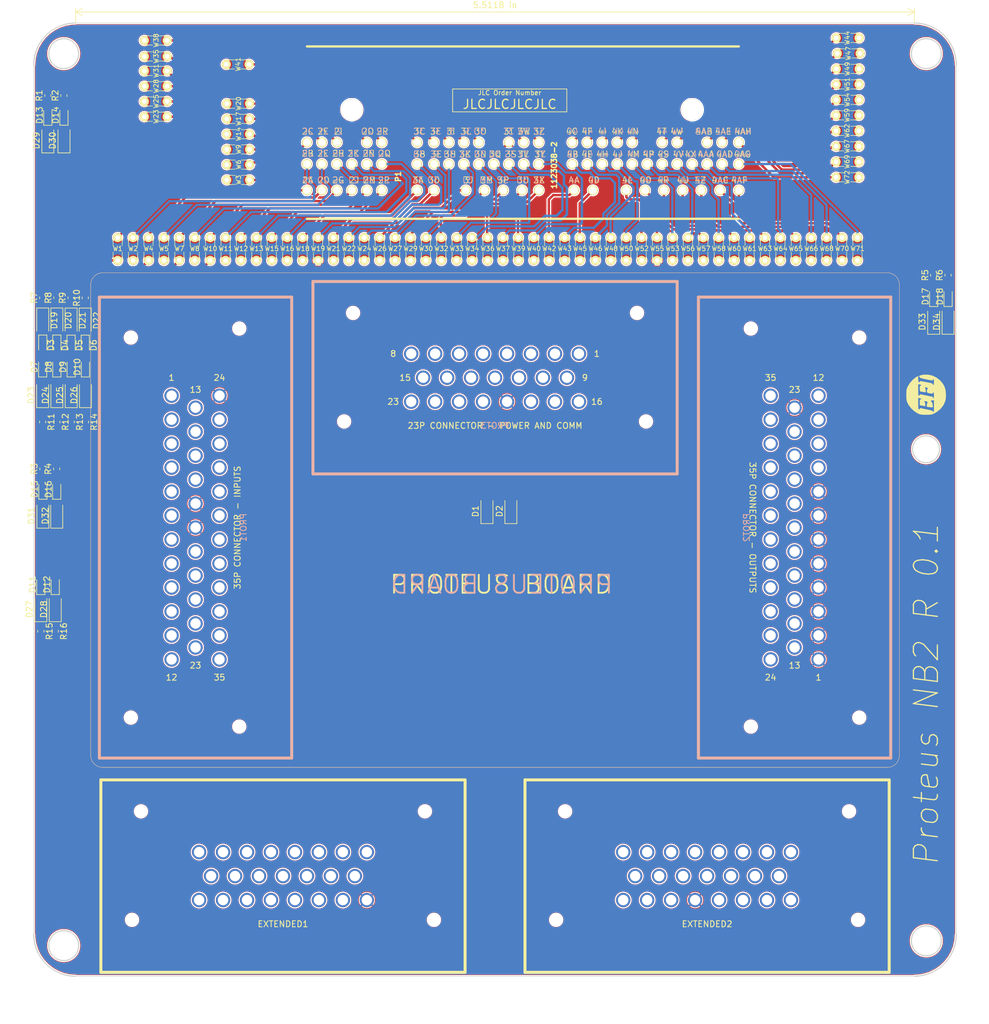
<source format=kicad_pcb>
(kicad_pcb (version 20171130) (host pcbnew "(5.1.2)-1")
  (layers (0 F.Cu signal) (31 B.Cu signal) (34 B.Paste user) (35 F.Paste user) (36 B.SilkS user) (37 F.SilkS user) (38 B.Mask user) (39 F.Mask user) (44 Edge.Cuts user))
  (net 0 "")
  (net 1 "Net-(P1-Pad72)")
  (net 2 "Net-(P1-Pad71)")
  (net 3 "Net-(P1-Pad70)")
  (net 4 "Net-(P1-Pad69)")
  (net 5 "Net-(P1-Pad68)")
  (net 6 "Net-(P1-Pad67)")
  (net 7 "Net-(P1-Pad66)")
  (net 8 "Net-(P1-Pad65)")
  (net 9 "Net-(P1-Pad64)")
  (net 10 "Net-(P1-Pad63)")
  (net 11 "Net-(P1-Pad62)")
  (net 12 "Net-(P1-Pad61)")
  (net 13 "Net-(P1-Pad60)")
  (net 14 "Net-(P1-Pad59)")
  (net 15 "Net-(P1-Pad58)")
  (net 16 "Net-(P1-Pad57)")
  (net 17 "Net-(P1-Pad56)")
  (net 18 "Net-(P1-Pad55)")
  (net 19 "Net-(P1-Pad54)")
  (net 20 "Net-(P1-Pad53)")
  (net 21 "Net-(P1-Pad52)")
  (net 22 "Net-(P1-Pad51)")
  (net 23 "Net-(P1-Pad50)")
  (net 24 "Net-(P1-Pad49)")
  (net 25 "Net-(P1-Pad48)")
  (net 26 "Net-(P1-Pad47)")
  (net 27 "Net-(P1-Pad46)")
  (net 28 "Net-(P1-Pad45)")
  (net 29 "Net-(P1-Pad44)")
  (net 30 "Net-(P1-Pad43)")
  (net 31 "Net-(P1-Pad42)")
  (net 32 "Net-(P1-Pad41)")
  (net 33 "Net-(P1-Pad40)")
  (net 34 "Net-(P1-Pad39)")
  (net 35 "Net-(P1-Pad38)")
  (net 36 "Net-(P1-Pad37)")
  (net 37 "Net-(P1-Pad36)")
  (net 38 "Net-(P1-Pad35)")
  (net 39 "Net-(P1-Pad34)")
  (net 40 "Net-(P1-Pad33)")
  (net 41 "Net-(P1-Pad32)")
  (net 42 "Net-(P1-Pad31)")
  (net 43 "Net-(P1-Pad30)")
  (net 44 "Net-(P1-Pad29)")
  (net 45 "Net-(P1-Pad28)")
  (net 46 "Net-(P1-Pad27)")
  (net 47 "Net-(P1-Pad26)")
  (net 48 "Net-(P1-Pad25)")
  (net 49 "Net-(P1-Pad24)")
  (net 50 "Net-(P1-Pad23)")
  (net 51 "Net-(P1-Pad22)")
  (net 52 "Net-(P1-Pad21)")
  (net 53 "Net-(P1-Pad20)")
  (net 54 "Net-(P1-Pad19)")
  (net 55 "Net-(P1-Pad18)")
  (net 56 "Net-(P1-Pad17)")
  (net 57 "Net-(P1-Pad16)")
  (net 58 "Net-(P1-Pad15)")
  (net 59 "Net-(P1-Pad14)")
  (net 60 "Net-(P1-Pad13)")
  (net 61 "Net-(P1-Pad12)")
  (net 62 "Net-(P1-Pad11)")
  (net 63 "Net-(P1-Pad10)")
  (net 64 "Net-(P1-Pad9)")
  (net 65 "Net-(P1-Pad8)")
  (net 66 "Net-(P1-Pad7)")
  (net 67 "Net-(P1-Pad6)")
  (net 68 "Net-(P1-Pad5)")
  (net 69 "Net-(P1-Pad4)")
  (net 70 "Net-(P1-Pad3)")
  (net 71 "Net-(P1-Pad2)")
  (net 72 "Net-(P1-Pad1)")
  (net 73 "Net-(PROT3-Pad20)")
  (net 74 /INJ1)
  (net 75 /FAN)
  (net 76 /AC_FAN)
  (net 77 /INJ2)
  (net 78 /EGR_COIL_1)
  (net 79 /EGR_COIL_2)
  (net 80 /INJ3)
  (net 81 /EGR_COIL_3)
  (net 82 /EGR_COIL_4)
  (net 83 /INJ4)
  (net 84 /AC_CLUTCH)
  (net 85 /FP_RELAY)
  (net 86 /VTCS-)
  (net 87 /FP_NO_IMMO)
  (net 88 /IAC-)
  (net 89 /INJ_GND)
  (net 90 /PURGE_SOL)
  (net 91 /EGR_SENSOR_SOL)
  (net 92 /COIL1_OEM)
  (net 93 /COIL2_OEM)
  (net 94 /FRONT_O2_HEATER_GND)
  (net 95 /EVAP_LEAK_SHIT_1)
  (net 96 /ALT_CONTROL)
  (net 97 /REAR_NB_O2)
  (net 98 /K_LINE)
  (net 99 /IMMO_COM)
  (net 100 /ALT_WARNING)
  (net 101 /CAM)
  (net 102 /CRANK)
  (net 103 /GND_CRANK_CAM_MAF)
  (net 104 /BRAKE)
  (net 105 /PS_SWITCH)
  (net 106 /DIAG_SW)
  (net 107 /AC_IN)
  (net 108 /CLUTCH)
  (net 109 /VTCS__VAC_SWITCH)
  (net 110 /+5V_SENSOR_OEM)
  (net 111 /KNOCK)
  (net 112 /ALT_FEEDBACK)
  (net 113 /FRONT_O2)
  (net 114 /TCM_COMM_1)
  (net 115 /TCM_COMM_2)
  (net 116 /REAR_O2_HEATER_GND)
  (net 117 /+12_MR)
  (net 118 /BAT+_HOT)
  (net 119 /EVAP_LEAK_SHIT_2)
  (net 120 /IGN2)
  (net 121 /IGN4)
  (net 122 /IGN5)
  (net 123 /IGN6)
  (net 124 /IGN7)
  (net 125 /IGN8)
  (net 126 /IGN9)
  (net 127 /IGN10)
  (net 128 /IGN11)
  (net 129 /IGN12)
  (net 130 /LS16)
  (net 131 /LS12)
  (net 132 /LS10)
  (net 133 GND)
  (net 134 /HS4)
  (net 135 /LS15)
  (net 136 /LS14)
  (net 137 /LS13)
  (net 138 /LS9)
  (net 139 /LS5)
  (net 140 /HS1)
  (net 141 /HS3)
  (net 142 /KNOCK2)
  (net 143 /KNOCK1)
  (net 144 /5V_SENSOR_2)
  (net 145 /AT4)
  (net 146 /AT2)
  (net 147 /AV12)
  (net 148 /AV10)
  (net 149 /AV8)
  (net 150 /AV6)
  (net 151 /AV4)
  (net 152 /AT3)
  (net 153 /AT1)
  (net 154 /AV11)
  (net 155 /AV9)
  (net 156 /AV7)
  (net 157 /AV5)
  (net 158 /AV3)
  (net 159 /12V_PROTECT_2)
  (net 160 /12V_PROTECT_1)
  (net 161 /AV1)
  (net 162 /AV2)
  (net 163 "Net-(D19-Pad2)")
  (net 164 "Net-(D20-Pad2)")
  (net 165 "Net-(D21-Pad2)")
  (net 166 "Net-(D22-Pad2)")
  (net 167 "Net-(D23-Pad2)")
  (net 168 "Net-(D24-Pad2)")
  (net 169 "Net-(D25-Pad2)")
  (net 170 "Net-(D10-Pad1)")
  (net 171 "Net-(D11-Pad1)")
  (net 172 "Net-(D12-Pad1)")
  (net 173 "Net-(D13-Pad2)")
  (net 174 "Net-(D13-Pad1)")
  (net 175 "Net-(D14-Pad2)")
  (net 176 "Net-(D14-Pad1)")
  (net 177 "Net-(D15-Pad2)")
  (net 178 "Net-(D15-Pad1)")
  (net 179 "Net-(D16-Pad2)")
  (net 180 "Net-(D16-Pad1)")
  (net 181 "Net-(D17-Pad2)")
  (net 182 "Net-(D17-Pad1)")
  (net 183 "Net-(D18-Pad2)")
  (net 184 "Net-(D18-Pad1)")
  (net 185 "Net-(D19-Pad1)")
  (net 186 "Net-(D20-Pad1)")
  (net 187 "Net-(D21-Pad1)")
  (net 188 "Net-(D22-Pad1)")
  (net 189 "Net-(D23-Pad1)")
  (net 190 "Net-(D24-Pad1)")
  (net 191 "Net-(D25-Pad1)")
  (net 192 "Net-(D26-Pad1)")
  (net 193 "Net-(D27-Pad1)")
  (net 194 "Net-(D28-Pad1)")
  (net 195 /IGN16)
  (net 196 /IGN15)
  (net 197 /IGN14)
  (net 198 /IGN13)
  (net 199 /ETB2-)
  (net 200 /ETB2+)
  (net 201 /ETB1-)
  (net 202 /ETB1+)
  (net 203 /VR2-)
  (net 204 /VR2+)
  (net 205 /VR1-)
  (net 206 /VR1+)
  (net 207 /CANL)
  (net 208 /CANH)
  (net 209 /COIL_1_OEM)
  (net 210 /COIL_2_OEM)
  (net 211 /12V_RAW)
  (net 212 /CAN+)
  (net 213 /CAN-)
  (net 214 /USB_D+)
  (net 215 /DIGITAL_6)
  (net 216 /DIGITAL_1)
  (net 217 /DIGITAL_5)
  (net 218 /USB_D-)
  (net 219 /DIGITAL_4)
  (net 220 /DIGITAL_3)
  (net 221 /DIGITAL_2)
  (net 222 /DIGITAL3)
  (net 223 /DIGITAL5)
  (net 224 /USB_SHIELD)
  (module Resistor_SMD:R_0603_1608Metric (layer F.Cu) (at 107.75509 180.90309 270)
    (fp_text reference R16 (at 0 -1.43 90) (layer F.SilkS))
    (fp_text value 2K)
    (pad 2 smd roundrect (at 0.7875 0 270) (size 0.875 0.95) (layers F.Cu F.Paste F.Mask) (net 138 /LS9))
    (pad 1 smd roundrect (at -0.7875 0 270) (size 0.875 0.95) (layers F.Cu F.Paste F.Mask) (net 194 "Net-(D28-Pad1)"))
  )
  (module Resistor_SMD:R_0603_1608Metric (layer F.Cu) (at 105.35509 180.90309 270)
    (fp_text reference R15 (at 0 -1.43 90) (layer F.SilkS))
    (fp_text value 2K)
    (pad 2 smd roundrect (at 0.7875 0 270) (size 0.875 0.95) (layers F.Cu F.Paste F.Mask) (net 88 /IAC-))
    (pad 1 smd roundrect (at -0.7875 0 270) (size 0.875 0.95) (layers F.Cu F.Paste F.Mask) (net 193 "Net-(D27-Pad1)"))
  )
  (module Resistor_SMD:R_0603_1608Metric (layer F.Cu) (at 112.80509 145.99059 270)
    (fp_text reference R14 (at 0 -1.43 90) (layer F.SilkS))
    (fp_text value 2K)
    (pad 2 smd roundrect (at 0.7875 0 270) (size 0.875 0.95) (layers F.Cu F.Paste F.Mask) (net 132 /LS10))
    (pad 1 smd roundrect (at -0.7875 0 270) (size 0.875 0.95) (layers F.Cu F.Paste F.Mask) (net 192 "Net-(D26-Pad1)"))
  )
  (module Resistor_SMD:R_0603_1608Metric (layer F.Cu) (at 110.421756 145.99059 270)
    (fp_text reference R13 (at 0 -1.43 90) (layer F.SilkS))
    (fp_text value 2K)
    (pad 2 smd roundrect (at 0.7875 0 270) (size 0.875 0.95) (layers F.Cu F.Paste F.Mask) (net 75 /FAN))
    (pad 1 smd roundrect (at -0.7875 0 270) (size 0.875 0.95) (layers F.Cu F.Paste F.Mask) (net 191 "Net-(D25-Pad1)"))
  )
  (module Resistor_SMD:R_0603_1608Metric (layer F.Cu) (at 108.038423 145.99059 270)
    (fp_text reference R12 (at 0 -1.43 90) (layer F.SilkS))
    (fp_text value 2K)
    (pad 2 smd roundrect (at 0.7875 0 270) (size 0.875 0.95) (layers F.Cu F.Paste F.Mask) (net 139 /LS5))
    (pad 1 smd roundrect (at -0.7875 0 270) (size 0.875 0.95) (layers F.Cu F.Paste F.Mask) (net 190 "Net-(D24-Pad1)"))
  )
  (module Resistor_SMD:R_0603_1608Metric (layer F.Cu) (at 105.65509 145.99059 270)
    (fp_text reference R11 (at 0 -1.43 90) (layer F.SilkS))
    (fp_text value 2K)
    (pad 2 smd roundrect (at 0.7875 0 270) (size 0.875 0.95) (layers F.Cu F.Paste F.Mask) (net 85 /FP_RELAY))
    (pad 1 smd roundrect (at -0.7875 0 270) (size 0.875 0.95) (layers F.Cu F.Paste F.Mask) (net 189 "Net-(D23-Pad1)"))
  )
  (module Resistor_SMD:R_0603_1608Metric (layer F.Cu) (at 112.77509 125.29051 90)
    (fp_text reference R10 (at 0 -1.43 90) (layer F.SilkS))
    (fp_text value 2K)
    (pad 2 smd roundrect (at 0.7875 0 90) (size 0.875 0.95) (layers F.Cu F.Paste F.Mask) (net 83 /INJ4))
    (pad 1 smd roundrect (at -0.7875 0 90) (size 0.875 0.95) (layers F.Cu F.Paste F.Mask) (net 188 "Net-(D22-Pad1)"))
  )
  (module Resistor_SMD:R_0603_1608Metric (layer F.Cu) (at 110.40509 125.29051 90)
    (fp_text reference R9 (at 0 -1.43 90) (layer F.SilkS))
    (fp_text value 2K)
    (pad 2 smd roundrect (at 0.7875 0 90) (size 0.875 0.95) (layers F.Cu F.Paste F.Mask) (net 80 /INJ3))
    (pad 1 smd roundrect (at -0.7875 0 90) (size 0.875 0.95) (layers F.Cu F.Paste F.Mask) (net 187 "Net-(D21-Pad1)"))
  )
  (module Resistor_SMD:R_0603_1608Metric (layer F.Cu) (at 108.03509 125.28051 90)
    (fp_text reference R8 (at 0 -1.43 90) (layer F.SilkS))
    (fp_text value 2K)
    (pad 2 smd roundrect (at 0.7875 0 90) (size 0.875 0.95) (layers F.Cu F.Paste F.Mask) (net 77 /INJ2))
    (pad 1 smd roundrect (at -0.7875 0 90) (size 0.875 0.95) (layers F.Cu F.Paste F.Mask) (net 186 "Net-(D20-Pad1)"))
  )
  (module Resistor_SMD:R_0603_1608Metric (layer F.Cu) (at 105.67509 125.28051 90)
    (fp_text reference R7 (at 0 -1.43 90) (layer F.SilkS))
    (fp_text value 2K)
    (pad 2 smd roundrect (at 0.7875 0 90) (size 0.875 0.95) (layers F.Cu F.Paste F.Mask) (net 74 /INJ1))
    (pad 1 smd roundrect (at -0.7875 0 90) (size 0.875 0.95) (layers F.Cu F.Paste F.Mask) (net 185 "Net-(D19-Pad1)"))
  )
  (module Resistor_SMD:R_0603_1608Metric (layer F.Cu) (at 256.80509 121.50309 90)
    (fp_text reference R6 (at 0 -1.43 90) (layer F.SilkS))
    (fp_text value 2K)
    (pad 2 smd roundrect (at 0.7875 0 90) (size 0.875 0.95) (layers F.Cu F.Paste F.Mask) (net 121 /IGN4))
    (pad 1 smd roundrect (at -0.7875 0 90) (size 0.875 0.95) (layers F.Cu F.Paste F.Mask) (net 183 "Net-(D18-Pad2)"))
  )
  (module Resistor_SMD:R_0603_1608Metric (layer F.Cu) (at 254.40509 121.50309 90)
    (fp_text reference R5 (at 0 -1.43 90) (layer F.SilkS))
    (fp_text value 2K)
    (pad 2 smd roundrect (at 0.7875 0 90) (size 0.875 0.95) (layers F.Cu F.Paste F.Mask) (net 210 /COIL_2_OEM))
    (pad 1 smd roundrect (at -0.7875 0 90) (size 0.875 0.95) (layers F.Cu F.Paste F.Mask) (net 181 "Net-(D17-Pad2)"))
  )
  (module Resistor_SMD:R_0603_1608Metric (layer F.Cu) (at 108.00509 153.8193 90)
    (fp_text reference R4 (at 0 -1.43 90) (layer F.SilkS))
    (fp_text value 2K)
    (pad 2 smd roundrect (at 0.7875 0 90) (size 0.875 0.95) (layers F.Cu F.Paste F.Mask) (net 96 /ALT_CONTROL))
    (pad 1 smd roundrect (at -0.7875 0 90) (size 0.875 0.95) (layers F.Cu F.Paste F.Mask) (net 179 "Net-(D16-Pad2)"))
  )
  (module Resistor_SMD:R_0603_1608Metric (layer F.Cu) (at 105.70509 153.8193 90)
    (fp_text reference R3 (at 0 -1.43 90) (layer F.SilkS))
    (fp_text value 2K)
    (pad 2 smd roundrect (at 0.7875 0 90) (size 0.875 0.95) (layers F.Cu F.Paste F.Mask) (net 140 /HS1))
    (pad 1 smd roundrect (at -0.7875 0 90) (size 0.875 0.95) (layers F.Cu F.Paste F.Mask) (net 177 "Net-(D15-Pad2)"))
  )
  (module Resistor_SMD:R_0603_1608Metric (layer F.Cu) (at 109.20509 91.5443 90)
    (fp_text reference R2 (at 0 -1.43 90) (layer F.SilkS))
    (fp_text value 2K)
    (pad 2 smd roundrect (at 0.7875 0 90) (size 0.875 0.95) (layers F.Cu F.Paste F.Mask) (net 93 /COIL2_OEM))
    (pad 1 smd roundrect (at -0.7875 0 90) (size 0.875 0.95) (layers F.Cu F.Paste F.Mask) (net 175 "Net-(D14-Pad2)"))
  )
  (module Resistor_SMD:R_0603_1608Metric (layer F.Cu) (at 106.52509 91.5443 90)
    (fp_text reference R1 (at 0 -1.43 90) (layer F.SilkS))
    (fp_text value 2K)
    (pad 2 smd roundrect (at 0.7875 0 90) (size 0.875 0.95) (layers F.Cu F.Paste F.Mask) (net 92 /COIL1_OEM))
    (pad 1 smd roundrect (at -0.7875 0 90) (size 0.875 0.95) (layers F.Cu F.Paste F.Mask) (net 173 "Net-(D13-Pad2)"))
  )
  (module rusefi_lib:ampseal-23 (layer F.Cu) (at 216.5788 221.7468)
    (fp_text reference EXTENDED2 (at 0 8) (layer F.SilkS))
    (fp_text value Conn_01x23)
    (pad 23 thru_hole circle (at 14 4) (size 2.4 2.4) (drill 1.75) (layers *.Cu *.Mask) (net 199 /ETB2-))
    (pad 22 thru_hole circle (at 10 4) (size 2.4 2.4) (drill 1.75) (layers *.Cu *.Mask) (net 200 /ETB2+))
    (pad 21 thru_hole circle (at 6 4) (size 2.4 2.4) (drill 1.75) (layers *.Cu *.Mask) (net 201 /ETB1-))
    (pad 20 thru_hole circle (at 2 4) (size 2.4 2.4) (drill 1.75) (layers *.Cu *.Mask) (net 202 /ETB1+))
    (pad 19 thru_hole circle (at -2 4) (size 2.4 2.4) (drill 1.75) (layers *.Cu *.Mask) (net 133 GND))
    (pad 18 thru_hole circle (at -6 4) (size 2.4 2.4) (drill 1.75) (layers *.Cu *.Mask) (net 144 /5V_SENSOR_2))
    (pad 17 thru_hole circle (at -10 4) (size 2.4 2.4) (drill 1.75) (layers *.Cu *.Mask) (net 110 /+5V_SENSOR_OEM))
    (pad 16 thru_hole circle (at -14 4) (size 2.4 2.4) (drill 1.75) (layers *.Cu *.Mask) (net 147 /AV12))
    (pad 15 thru_hole circle (at 12 0) (size 2.4 2.4) (drill 1.75) (layers *.Cu *.Mask) (net 154 /AV11))
    (pad 14 thru_hole circle (at 8 0) (size 2.4 2.4) (drill 1.75) (layers *.Cu *.Mask) (net 148 /AV10))
    (pad 13 thru_hole circle (at 4 0) (size 2.4 2.4) (drill 1.75) (layers *.Cu *.Mask) (net 155 /AV9))
    (pad 12 thru_hole circle (at 0 0) (size 2.4 2.4) (drill 1.75) (layers *.Cu *.Mask) (net 149 /AV8))
    (pad 11 thru_hole circle (at -4 0) (size 2.4 2.4) (drill 1.75) (layers *.Cu *.Mask) (net 156 /AV7))
    (pad 10 thru_hole circle (at -8 0) (size 2.4 2.4) (drill 1.75) (layers *.Cu *.Mask) (net 162 /AV2))
    (pad 9 thru_hole circle (at -12 0) (size 2.4 2.4) (drill 1.75) (layers *.Cu *.Mask) (net 161 /AV1))
    (pad 8 thru_hole circle (at 14 -4) (size 2.4 2.4) (drill 1.75) (layers *.Cu *.Mask) (net 145 /AT4))
    (pad 7 thru_hole circle (at 10 -4) (size 2.4 2.4) (drill 1.75) (layers *.Cu *.Mask) (net 152 /AT3))
    (pad 6 thru_hole circle (at 6 -4) (size 2.4 2.4) (drill 1.75) (layers *.Cu *.Mask) (net 203 /VR2-))
    (pad 5 thru_hole circle (at 2 -4) (size 2.4 2.4) (drill 1.75) (layers *.Cu *.Mask) (net 204 /VR2+))
    (pad 4 thru_hole circle (at -2 -4) (size 2.4 2.4) (drill 1.75) (layers *.Cu *.Mask) (net 205 /VR1-))
    (pad 3 thru_hole circle (at -6 -4) (size 2.4 2.4) (drill 1.75) (layers *.Cu *.Mask) (net 206 /VR1+))
    (pad 2 thru_hole circle (at -10 -4) (size 2.4 2.4) (drill 1.75) (layers *.Cu *.Mask) (net 207 /CANL))
    (pad 1 thru_hole circle (at -14 -4) (size 2.4 2.4) (drill 1.75) (layers *.Cu *.Mask) (net 208 /CANH))
    (pad "" np_thru_hole circle (at 25.2 7.3) (size 2 2) (drill 2) (layers *.Cu *.Mask))
    (pad "" np_thru_hole circle (at 23.7 -10.8) (size 2 2) (drill 2) (layers *.Cu *.Mask))
    (pad "" np_thru_hole circle (at -25.2 7.3) (size 2 2) (drill 2) (layers *.Cu *.Mask))
    (pad "" np_thru_hole circle (at -23.7 -10.8) (size 2 2) (drill 2) (layers *.Cu *.Mask))
  )
  (module rusefi_lib:ampseal-23 (layer F.Cu) (at 145.7788 221.7468)
    (fp_text reference EXTENDED1 (at 0 8) (layer F.SilkS))
    (fp_text value Conn_01x23)
    (pad 23 thru_hole circle (at 14 4) (size 2.4 2.4) (drill 1.75) (layers *.Cu *.Mask) (net 133 GND))
    (pad 22 thru_hole circle (at 10 4) (size 2.4 2.4) (drill 1.75) (layers *.Cu *.Mask) (net 159 /12V_PROTECT_2))
    (pad 21 thru_hole circle (at 6 4) (size 2.4 2.4) (drill 1.75) (layers *.Cu *.Mask) (net 134 /HS4))
    (pad 20 thru_hole circle (at 2 4) (size 2.4 2.4) (drill 1.75) (layers *.Cu *.Mask) (net 141 /HS3))
    (pad 19 thru_hole circle (at -2 4) (size 2.4 2.4) (drill 1.75) (layers *.Cu *.Mask) (net 195 /IGN16))
    (pad 18 thru_hole circle (at -6 4) (size 2.4 2.4) (drill 1.75) (layers *.Cu *.Mask) (net 196 /IGN15))
    (pad 17 thru_hole circle (at -10 4) (size 2.4 2.4) (drill 1.75) (layers *.Cu *.Mask) (net 197 /IGN14))
    (pad 16 thru_hole circle (at -14 4) (size 2.4 2.4) (drill 1.75) (layers *.Cu *.Mask) (net 198 /IGN13))
    (pad 15 thru_hole circle (at 12 0) (size 2.4 2.4) (drill 1.75) (layers *.Cu *.Mask) (net 129 /IGN12))
    (pad 14 thru_hole circle (at 8 0) (size 2.4 2.4) (drill 1.75) (layers *.Cu *.Mask) (net 128 /IGN11))
    (pad 13 thru_hole circle (at 4 0) (size 2.4 2.4) (drill 1.75) (layers *.Cu *.Mask) (net 127 /IGN10))
    (pad 12 thru_hole circle (at 0 0) (size 2.4 2.4) (drill 1.75) (layers *.Cu *.Mask) (net 126 /IGN9))
    (pad 11 thru_hole circle (at -4 0) (size 2.4 2.4) (drill 1.75) (layers *.Cu *.Mask) (net 125 /IGN8))
    (pad 10 thru_hole circle (at -8 0) (size 2.4 2.4) (drill 1.75) (layers *.Cu *.Mask) (net 124 /IGN7))
    (pad 9 thru_hole circle (at -12 0) (size 2.4 2.4) (drill 1.75) (layers *.Cu *.Mask) (net 123 /IGN6))
    (pad 8 thru_hole circle (at 14 -4) (size 2.4 2.4) (drill 1.75) (layers *.Cu *.Mask) (net 122 /IGN5))
    (pad 7 thru_hole circle (at 10 -4) (size 2.4 2.4) (drill 1.75) (layers *.Cu *.Mask) (net 121 /IGN4))
    (pad 6 thru_hole circle (at 6 -4) (size 2.4 2.4) (drill 1.75) (layers *.Cu *.Mask) (net 120 /IGN2))
    (pad 5 thru_hole circle (at 2 -4) (size 2.4 2.4) (drill 1.75) (layers *.Cu *.Mask) (net 130 /LS16))
    (pad 4 thru_hole circle (at -2 -4) (size 2.4 2.4) (drill 1.75) (layers *.Cu *.Mask) (net 135 /LS15))
    (pad 3 thru_hole circle (at -6 -4) (size 2.4 2.4) (drill 1.75) (layers *.Cu *.Mask) (net 136 /LS14))
    (pad 2 thru_hole circle (at -10 -4) (size 2.4 2.4) (drill 1.75) (layers *.Cu *.Mask) (net 137 /LS13))
    (pad 1 thru_hole circle (at -14 -4) (size 2.4 2.4) (drill 1.75) (layers *.Cu *.Mask) (net 131 /LS12))
    (pad "" np_thru_hole circle (at 25.2 7.3) (size 2 2) (drill 2) (layers *.Cu *.Mask))
    (pad "" np_thru_hole circle (at 23.7 -10.8) (size 2 2) (drill 2) (layers *.Cu *.Mask))
    (pad "" np_thru_hole circle (at -25.2 7.3) (size 2 2) (drill 2) (layers *.Cu *.Mask))
    (pad "" np_thru_hole circle (at -23.7 -10.8) (size 2 2) (drill 2) (layers *.Cu *.Mask))
  )
  (module Diode_SMD:D_SOD-123F (layer F.Cu) (at 256.80509 129.15309 90)
    (fp_text reference D34 (at -0.127 -1.905 90) (layer F.SilkS))
    (fp_text value D_Schottky hide)
    (pad 2 smd rect (at 1.4 0 90) (size 1.1 1.1) (layers F.Cu F.Paste F.Mask) (net 184 "Net-(D18-Pad1)"))
    (pad 1 smd rect (at -1.4 0 90) (size 1.1 1.1) (layers F.Cu F.Paste F.Mask) (net 133 GND))
  )
  (module Diode_SMD:D_SOD-123F (layer F.Cu) (at 254.40509 129.15309 90)
    (fp_text reference D33 (at -0.127 -1.905 90) (layer F.SilkS))
    (fp_text value D_Schottky hide)
    (pad 2 smd rect (at 1.4 0 90) (size 1.1 1.1) (layers F.Cu F.Paste F.Mask) (net 182 "Net-(D17-Pad1)"))
    (pad 1 smd rect (at -1.4 0 90) (size 1.1 1.1) (layers F.Cu F.Paste F.Mask) (net 133 GND))
  )
  (module Diode_SMD:D_SOD-123F (layer F.Cu) (at 108.00509 161.5068 90)
    (fp_text reference D32 (at -0.127 -1.905 90) (layer F.SilkS))
    (fp_text value D_Schottky)
    (pad 2 smd rect (at 1.4 0 90) (size 1.1 1.1) (layers F.Cu F.Paste F.Mask) (net 180 "Net-(D16-Pad1)"))
    (pad 1 smd rect (at -1.4 0 90) (size 1.1 1.1) (layers F.Cu F.Paste F.Mask) (net 133 GND))
  )
  (module Diode_SMD:D_SOD-123F (layer F.Cu) (at 105.70509 161.5068 90)
    (fp_text reference D31 (at -0.127 -1.905 90) (layer F.SilkS))
    (fp_text value D_Schottky)
    (pad 2 smd rect (at 1.4 0 90) (size 1.1 1.1) (layers F.Cu F.Paste F.Mask) (net 178 "Net-(D15-Pad1)"))
    (pad 1 smd rect (at -1.4 0 90) (size 1.1 1.1) (layers F.Cu F.Paste F.Mask) (net 133 GND))
  )
  (module Diode_SMD:D_SOD-123F (layer F.Cu) (at 109.22509 98.9068 90)
    (fp_text reference D30 (at -0.127 -1.905 90) (layer F.SilkS))
    (fp_text value D_Schottky)
    (pad 2 smd rect (at 1.4 0 90) (size 1.1 1.1) (layers F.Cu F.Paste F.Mask) (net 176 "Net-(D14-Pad1)"))
    (pad 1 smd rect (at -1.4 0 90) (size 1.1 1.1) (layers F.Cu F.Paste F.Mask) (net 133 GND))
  )
  (module Diode_SMD:D_SOD-123F (layer F.Cu) (at 106.52509 98.9068 90)
    (fp_text reference D29 (at -0.127 -1.905 90) (layer F.SilkS))
    (fp_text value D_Schottky)
    (pad 2 smd rect (at 1.4 0 90) (size 1.1 1.1) (layers F.Cu F.Paste F.Mask) (net 174 "Net-(D13-Pad1)"))
    (pad 1 smd rect (at -1.4 0 90) (size 1.1 1.1) (layers F.Cu F.Paste F.Mask) (net 133 GND))
  )
  (module Diode_SMD:D_SOD-123F (layer F.Cu) (at 107.75509 177.1068 90)
    (fp_text reference D28 (at -0.127 -1.905 90) (layer F.SilkS))
    (fp_text value D_Schottky)
    (pad 2 smd rect (at 1.4 0 90) (size 1.1 1.1) (layers F.Cu F.Paste F.Mask) (net 172 "Net-(D12-Pad1)"))
    (pad 1 smd rect (at -1.4 0 90) (size 1.1 1.1) (layers F.Cu F.Paste F.Mask) (net 194 "Net-(D28-Pad1)"))
  )
  (module Diode_SMD:D_SOD-123F (layer F.Cu) (at 105.35509 177.1068 90)
    (fp_text reference D27 (at -0.127 -1.905 90) (layer F.SilkS))
    (fp_text value D_Schottky)
    (pad 2 smd rect (at 1.4 0 90) (size 1.1 1.1) (layers F.Cu F.Paste F.Mask) (net 171 "Net-(D11-Pad1)"))
    (pad 1 smd rect (at -1.4 0 90) (size 1.1 1.1) (layers F.Cu F.Paste F.Mask) (net 193 "Net-(D27-Pad1)"))
  )
  (module Diode_SMD:D_SOD-123F (layer F.Cu) (at 112.80509 141.40309 90)
    (fp_text reference D26 (at -0.127 -1.905 90) (layer F.SilkS))
    (fp_text value D_Schottky)
    (pad 2 smd rect (at 1.4 0 90) (size 1.1 1.1) (layers F.Cu F.Paste F.Mask) (net 170 "Net-(D10-Pad1)"))
    (pad 1 smd rect (at -1.4 0 90) (size 1.1 1.1) (layers F.Cu F.Paste F.Mask) (net 192 "Net-(D26-Pad1)"))
  )
  (module Diode_SMD:D_SOD-123F (layer F.Cu) (at 110.421756 141.40309 90)
    (fp_text reference D25 (at -0.127 -1.905 90) (layer F.SilkS))
    (fp_text value D_Schottky)
    (pad 2 smd rect (at 1.4 0 90) (size 1.1 1.1) (layers F.Cu F.Paste F.Mask) (net 169 "Net-(D25-Pad2)"))
    (pad 1 smd rect (at -1.4 0 90) (size 1.1 1.1) (layers F.Cu F.Paste F.Mask) (net 191 "Net-(D25-Pad1)"))
  )
  (module Diode_SMD:D_SOD-123F (layer F.Cu) (at 108.038423 141.40309 90)
    (fp_text reference D24 (at -0.127 -1.905 90) (layer F.SilkS))
    (fp_text value D_Schottky)
    (pad 2 smd rect (at 1.4 0 90) (size 1.1 1.1) (layers F.Cu F.Paste F.Mask) (net 168 "Net-(D24-Pad2)"))
    (pad 1 smd rect (at -1.4 0 90) (size 1.1 1.1) (layers F.Cu F.Paste F.Mask) (net 190 "Net-(D24-Pad1)"))
  )
  (module Diode_SMD:D_SOD-123F (layer F.Cu) (at 105.65509 141.40309 90)
    (fp_text reference D23 (at -0.127 -1.905 90) (layer F.SilkS))
    (fp_text value D_Schottky)
    (pad 2 smd rect (at 1.4 0 90) (size 1.1 1.1) (layers F.Cu F.Paste F.Mask) (net 167 "Net-(D23-Pad2)"))
    (pad 1 smd rect (at -1.4 0 90) (size 1.1 1.1) (layers F.Cu F.Paste F.Mask) (net 189 "Net-(D23-Pad1)"))
  )
  (module Diode_SMD:D_SOD-123F (layer F.Cu) (at 112.77509 129.19051 270)
    (fp_text reference D22 (at -0.127 -1.905 90) (layer F.SilkS))
    (fp_text value D_Schottky hide)
    (pad 2 smd rect (at 1.4 0 270) (size 1.1 1.1) (layers F.Cu F.Paste F.Mask) (net 166 "Net-(D22-Pad2)"))
    (pad 1 smd rect (at -1.4 0 270) (size 1.1 1.1) (layers F.Cu F.Paste F.Mask) (net 188 "Net-(D22-Pad1)"))
  )
  (module Diode_SMD:D_SOD-123F (layer F.Cu) (at 110.40509 129.19051 270)
    (fp_text reference D21 (at -0.127 -1.905 90) (layer F.SilkS))
    (fp_text value D_Schottky hide)
    (pad 2 smd rect (at 1.4 0 270) (size 1.1 1.1) (layers F.Cu F.Paste F.Mask) (net 165 "Net-(D21-Pad2)"))
    (pad 1 smd rect (at -1.4 0 270) (size 1.1 1.1) (layers F.Cu F.Paste F.Mask) (net 187 "Net-(D21-Pad1)"))
  )
  (module Diode_SMD:D_SOD-123F (layer F.Cu) (at 108.03509 129.18051 270)
    (fp_text reference D20 (at -0.127 -1.905 90) (layer F.SilkS))
    (fp_text value D_Schottky hide)
    (pad 2 smd rect (at 1.4 0 270) (size 1.1 1.1) (layers F.Cu F.Paste F.Mask) (net 164 "Net-(D20-Pad2)"))
    (pad 1 smd rect (at -1.4 0 270) (size 1.1 1.1) (layers F.Cu F.Paste F.Mask) (net 186 "Net-(D20-Pad1)"))
  )
  (module Diode_SMD:D_SOD-123F (layer F.Cu) (at 105.67509 129.18051 270)
    (fp_text reference D19 (at -0.127 -1.905 90) (layer F.SilkS))
    (fp_text value D_Schottky hide)
    (pad 2 smd rect (at 1.4 0 270) (size 1.1 1.1) (layers F.Cu F.Paste F.Mask) (net 163 "Net-(D19-Pad2)"))
    (pad 1 smd rect (at -1.4 0 270) (size 1.1 1.1) (layers F.Cu F.Paste F.Mask) (net 185 "Net-(D19-Pad1)"))
  )
  (module LED_SMD:LED_0603_1608Metric_Castellated (layer F.Cu) (at 256.80509 125.05309 90)
    (fp_text reference D18 (at 0 -1.38 90) (layer F.SilkS))
    (fp_text value LED hide)
    (pad 2 smd roundrect (at 0.8125 0 90) (size 1.225 0.85) (layers F.Cu F.Paste F.Mask) (net 183 "Net-(D18-Pad2)"))
    (pad 1 smd roundrect (at -0.8125 0 90) (size 1.225 0.85) (layers F.Cu F.Paste F.Mask) (net 184 "Net-(D18-Pad1)"))
  )
  (module LED_SMD:LED_0603_1608Metric_Castellated (layer F.Cu) (at 254.40509 125.05309 90)
    (fp_text reference D17 (at 0 -1.38 90) (layer F.SilkS))
    (fp_text value LED hide)
    (pad 2 smd roundrect (at 0.8125 0 90) (size 1.225 0.85) (layers F.Cu F.Paste F.Mask) (net 181 "Net-(D17-Pad2)"))
    (pad 1 smd roundrect (at -0.8125 0 90) (size 1.225 0.85) (layers F.Cu F.Paste F.Mask) (net 182 "Net-(D17-Pad1)"))
  )
  (module LED_SMD:LED_0603_1608Metric_Castellated (layer F.Cu) (at 108.00509 157.20309 90)
    (fp_text reference D16 (at 0 -1.38 90) (layer F.SilkS))
    (fp_text value LED)
    (pad 2 smd roundrect (at 0.8125 0 90) (size 1.225 0.85) (layers F.Cu F.Paste F.Mask) (net 179 "Net-(D16-Pad2)"))
    (pad 1 smd roundrect (at -0.8125 0 90) (size 1.225 0.85) (layers F.Cu F.Paste F.Mask) (net 180 "Net-(D16-Pad1)"))
  )
  (module LED_SMD:LED_0603_1608Metric_Castellated (layer F.Cu) (at 105.70509 157.20309 90)
    (fp_text reference D15 (at 0 -1.38 90) (layer F.SilkS))
    (fp_text value LED)
    (pad 2 smd roundrect (at 0.8125 0 90) (size 1.225 0.85) (layers F.Cu F.Paste F.Mask) (net 177 "Net-(D15-Pad2)"))
    (pad 1 smd roundrect (at -0.8125 0 90) (size 1.225 0.85) (layers F.Cu F.Paste F.Mask) (net 178 "Net-(D15-Pad1)"))
  )
  (module LED_SMD:LED_0603_1608Metric_Castellated (layer F.Cu) (at 109.20509 94.8068 90)
    (fp_text reference D14 (at 0 -1.38 90) (layer F.SilkS))
    (fp_text value LED)
    (pad 2 smd roundrect (at 0.8125 0 90) (size 1.225 0.85) (layers F.Cu F.Paste F.Mask) (net 175 "Net-(D14-Pad2)"))
    (pad 1 smd roundrect (at -0.8125 0 90) (size 1.225 0.85) (layers F.Cu F.Paste F.Mask) (net 176 "Net-(D14-Pad1)"))
  )
  (module LED_SMD:LED_0603_1608Metric_Castellated (layer F.Cu) (at 106.52509 94.8193 90)
    (fp_text reference D13 (at 0 -1.38 90) (layer F.SilkS))
    (fp_text value LED)
    (pad 2 smd roundrect (at 0.8125 0 90) (size 1.225 0.85) (layers F.Cu F.Paste F.Mask) (net 173 "Net-(D13-Pad2)"))
    (pad 1 smd roundrect (at -0.8125 0 90) (size 1.225 0.85) (layers F.Cu F.Paste F.Mask) (net 174 "Net-(D13-Pad1)"))
  )
  (module LED_SMD:LED_0603_1608Metric_Castellated (layer F.Cu) (at 107.75509 173.10309 90)
    (fp_text reference D12 (at 0 -1.38 90) (layer F.SilkS))
    (fp_text value LED)
    (pad 2 smd roundrect (at 0.8125 0 90) (size 1.225 0.85) (layers F.Cu F.Paste F.Mask) (net 160 /12V_PROTECT_1))
    (pad 1 smd roundrect (at -0.8125 0 90) (size 1.225 0.85) (layers F.Cu F.Paste F.Mask) (net 172 "Net-(D12-Pad1)"))
  )
  (module LED_SMD:LED_0603_1608Metric_Castellated (layer F.Cu) (at 105.35509 173.10309 90)
    (fp_text reference D11 (at 0 -1.38 90) (layer F.SilkS))
    (fp_text value LED)
    (pad 2 smd roundrect (at 0.8125 0 90) (size 1.225 0.85) (layers F.Cu F.Paste F.Mask) (net 160 /12V_PROTECT_1))
    (pad 1 smd roundrect (at -0.8125 0 90) (size 1.225 0.85) (layers F.Cu F.Paste F.Mask) (net 171 "Net-(D11-Pad1)"))
  )
  (module LED_SMD:LED_0603_1608Metric_Castellated (layer F.Cu) (at 112.80509 136.80309 90)
    (fp_text reference D10 (at 0 -1.38 90) (layer F.SilkS))
    (fp_text value LED)
    (pad 2 smd roundrect (at 0.8125 0 90) (size 1.225 0.85) (layers F.Cu F.Paste F.Mask) (net 160 /12V_PROTECT_1))
    (pad 1 smd roundrect (at -0.8125 0 90) (size 1.225 0.85) (layers F.Cu F.Paste F.Mask) (net 170 "Net-(D10-Pad1)"))
  )
  (module LED_SMD:LED_0603_1608Metric_Castellated (layer F.Cu) (at 110.421756 136.80309 90)
    (fp_text reference D9 (at 0 -1.38 90) (layer F.SilkS))
    (fp_text value LED)
    (pad 2 smd roundrect (at 0.8125 0 90) (size 1.225 0.85) (layers F.Cu F.Paste F.Mask) (net 160 /12V_PROTECT_1))
    (pad 1 smd roundrect (at -0.8125 0 90) (size 1.225 0.85) (layers F.Cu F.Paste F.Mask) (net 169 "Net-(D25-Pad2)"))
  )
  (module LED_SMD:LED_0603_1608Metric_Castellated (layer F.Cu) (at 108.038423 136.80309 90)
    (fp_text reference D8 (at 0 -1.38 90) (layer F.SilkS))
    (fp_text value LED)
    (pad 2 smd roundrect (at 0.8125 0 90) (size 1.225 0.85) (layers F.Cu F.Paste F.Mask) (net 160 /12V_PROTECT_1))
    (pad 1 smd roundrect (at -0.8125 0 90) (size 1.225 0.85) (layers F.Cu F.Paste F.Mask) (net 168 "Net-(D24-Pad2)"))
  )
  (module LED_SMD:LED_0603_1608Metric_Castellated (layer F.Cu) (at 105.65509 136.80309 90)
    (fp_text reference D7 (at 0 -1.38 90) (layer F.SilkS))
    (fp_text value LED)
    (pad 2 smd roundrect (at 0.8125 0 90) (size 1.225 0.85) (layers F.Cu F.Paste F.Mask) (net 160 /12V_PROTECT_1))
    (pad 1 smd roundrect (at -0.8125 0 90) (size 1.225 0.85) (layers F.Cu F.Paste F.Mask) (net 167 "Net-(D23-Pad2)"))
  )
  (module LED_SMD:LED_0603_1608Metric_Castellated (layer F.Cu) (at 112.77509 133.19051 270)
    (fp_text reference D6 (at 0 -1.38 90) (layer F.SilkS))
    (fp_text value LED hide)
    (pad 2 smd roundrect (at 0.8125 0 270) (size 1.225 0.85) (layers F.Cu F.Paste F.Mask) (net 160 /12V_PROTECT_1))
    (pad 1 smd roundrect (at -0.8125 0 270) (size 1.225 0.85) (layers F.Cu F.Paste F.Mask) (net 166 "Net-(D22-Pad2)"))
  )
  (module LED_SMD:LED_0603_1608Metric_Castellated (layer F.Cu) (at 110.40509 133.19051 270)
    (fp_text reference D5 (at 0 -1.38 90) (layer F.SilkS))
    (fp_text value LED hide)
    (pad 2 smd roundrect (at 0.8125 0 270) (size 1.225 0.85) (layers F.Cu F.Paste F.Mask) (net 160 /12V_PROTECT_1))
    (pad 1 smd roundrect (at -0.8125 0 270) (size 1.225 0.85) (layers F.Cu F.Paste F.Mask) (net 165 "Net-(D21-Pad2)"))
  )
  (module LED_SMD:LED_0603_1608Metric_Castellated (layer F.Cu) (at 108.03509 133.18051 270)
    (fp_text reference D4 (at 0 -1.38 90) (layer F.SilkS))
    (fp_text value LED hide)
    (pad 2 smd roundrect (at 0.8125 0 270) (size 1.225 0.85) (layers F.Cu F.Paste F.Mask) (net 160 /12V_PROTECT_1))
    (pad 1 smd roundrect (at -0.8125 0 270) (size 1.225 0.85) (layers F.Cu F.Paste F.Mask) (net 164 "Net-(D20-Pad2)"))
  )
  (module LED_SMD:LED_0603_1608Metric_Castellated (layer F.Cu) (at 105.67509 133.18051 270)
    (fp_text reference D3 (at 0 -1.38 90) (layer F.SilkS))
    (fp_text value LED hide)
    (pad 2 smd roundrect (at 0.8125 0 270) (size 1.225 0.85) (layers F.Cu F.Paste F.Mask) (net 160 /12V_PROTECT_1))
    (pad 1 smd roundrect (at -0.8125 0 270) (size 1.225 0.85) (layers F.Cu F.Paste F.Mask) (net 163 "Net-(D19-Pad2)"))
  )
  (module Diode_SMD:D_SOD-123F (layer F.Cu) (at 183.82509 160.74809 90)
    (fp_text reference D2 (at -0.127 -1.905 90) (layer F.SilkS))
    (fp_text value D_Schottky)
    (pad 2 smd rect (at 1.4 0 90) (size 1.1 1.1) (layers F.Cu F.Paste F.Mask) (net 138 /LS9))
    (pad 1 smd rect (at -1.4 0 90) (size 1.1 1.1) (layers F.Cu F.Paste F.Mask) (net 117 /+12_MR))
  )
  (module Diode_SMD:D_SOD-123F (layer F.Cu) (at 179.82509 160.74809 90)
    (fp_text reference D1 (at -0.127 -1.905 90) (layer F.SilkS))
    (fp_text value D_Schottky)
    (pad 2 smd rect (at 1.4 0 90) (size 1.1 1.1) (layers F.Cu F.Paste F.Mask) (net 88 /IAC-))
    (pad 1 smd rect (at -1.4 0 90) (size 1.1 1.1) (layers F.Cu F.Paste F.Mask) (net 117 /+12_MR))
  )
  (module rusefi_lib:SM0805_jumper (layer F.Cu) (at 240.01509 105.1768 180)
    (fp_text reference W72 (at 0.0635 0 90) (layer F.SilkS) (effects (font (size 0.762 0.762) (thickness 0.127))))
    (fp_text value TestPoint_2Pole hide)
    (pad 1 smd rect (at -1.27 0 180) (size 1.524 0.2032) (layers F.Cu F.Paste F.Mask) (net 119 /EVAP_LEAK_SHIT_2))
    (pad 2 smd rect (at 1.27 0 180) (size 1.524 0.2032) (layers F.Cu F.Paste F.Mask) (net 50 "Net-(P1-Pad23)"))
    (pad 1 thru_hole circle (at -1.905 0 180) (size 1.524 1.524) (drill 0.8128) (layers *.Cu *.Mask F.SilkS) (net 119 /EVAP_LEAK_SHIT_2))
    (pad 2 thru_hole circle (at 1.905 0 180) (size 1.524 1.524) (drill 0.8128) (layers *.Cu *.Mask F.SilkS) (net 50 "Net-(P1-Pad23)"))
    (pad 2 smd rect (at 0.9525 0 180) (size 0.889 1.397) (layers F.Cu F.Paste F.Mask) (net 50 "Net-(P1-Pad23)"))
    (pad 1 smd rect (at -0.9525 0 180) (size 0.889 1.397) (layers F.Cu F.Paste F.Mask) (net 119 /EVAP_LEAK_SHIT_2))
  )
  (module rusefi_lib:SM0805_jumper (layer F.Cu) (at 241.6838 117.1368 90)
    (fp_text reference W71 (at 0.0635 0) (layer F.SilkS) (effects (font (size 0.762 0.762) (thickness 0.127))))
    (fp_text value TestPoint_2Pole hide)
    (pad 1 smd rect (at -1.27 0 90) (size 1.524 0.2032) (layers F.Cu F.Paste F.Mask) (net 118 /BAT+_HOT))
    (pad 2 smd rect (at 1.27 0 90) (size 1.524 0.2032) (layers F.Cu F.Paste F.Mask) (net 23 "Net-(P1-Pad50)"))
    (pad 1 thru_hole circle (at -1.905 0 90) (size 1.524 1.524) (drill 0.8128) (layers *.Cu *.Mask F.SilkS) (net 118 /BAT+_HOT))
    (pad 2 thru_hole circle (at 1.905 0 90) (size 1.524 1.524) (drill 0.8128) (layers *.Cu *.Mask F.SilkS) (net 23 "Net-(P1-Pad50)"))
    (pad 2 smd rect (at 0.9525 0 90) (size 0.889 1.397) (layers F.Cu F.Paste F.Mask) (net 23 "Net-(P1-Pad50)"))
    (pad 1 smd rect (at -0.9525 0 90) (size 0.889 1.397) (layers F.Cu F.Paste F.Mask) (net 118 /BAT+_HOT))
  )
  (module rusefi_lib:SM0805_jumper (layer F.Cu) (at 239.110852 117.1368 90)
    (fp_text reference W70 (at 0.0635 0) (layer F.SilkS) (effects (font (size 0.762 0.762) (thickness 0.127))))
    (fp_text value TestPoint_2Pole hide)
    (pad 1 smd rect (at -1.27 0 90) (size 1.524 0.2032) (layers F.Cu F.Paste F.Mask) (net 117 /+12_MR))
    (pad 2 smd rect (at 1.27 0 90) (size 1.524 0.2032) (layers F.Cu F.Paste F.Mask) (net 1 "Net-(P1-Pad72)"))
    (pad 1 thru_hole circle (at -1.905 0 90) (size 1.524 1.524) (drill 0.8128) (layers *.Cu *.Mask F.SilkS) (net 117 /+12_MR))
    (pad 2 thru_hole circle (at 1.905 0 90) (size 1.524 1.524) (drill 0.8128) (layers *.Cu *.Mask F.SilkS) (net 1 "Net-(P1-Pad72)"))
    (pad 2 smd rect (at 0.9525 0 90) (size 0.889 1.397) (layers F.Cu F.Paste F.Mask) (net 1 "Net-(P1-Pad72)"))
    (pad 1 smd rect (at -0.9525 0 90) (size 0.889 1.397) (layers F.Cu F.Paste F.Mask) (net 117 /+12_MR))
  )
  (module rusefi_lib:SM0805_jumper (layer F.Cu) (at 240.01509 102.593464 180)
    (fp_text reference W69 (at 0.0635 0 90) (layer F.SilkS) (effects (font (size 0.762 0.762) (thickness 0.127))))
    (fp_text value TestPoint_2Pole hide)
    (pad 1 smd rect (at -1.27 0 180) (size 1.524 0.2032) (layers F.Cu F.Paste F.Mask) (net 150 /AV6))
    (pad 2 smd rect (at 1.27 0 180) (size 1.524 0.2032) (layers F.Cu F.Paste F.Mask) (net 51 "Net-(P1-Pad22)"))
    (pad 1 thru_hole circle (at -1.905 0 180) (size 1.524 1.524) (drill 0.8128) (layers *.Cu *.Mask F.SilkS) (net 150 /AV6))
    (pad 2 thru_hole circle (at 1.905 0 180) (size 1.524 1.524) (drill 0.8128) (layers *.Cu *.Mask F.SilkS) (net 51 "Net-(P1-Pad22)"))
    (pad 2 smd rect (at 0.9525 0 180) (size 0.889 1.397) (layers F.Cu F.Paste F.Mask) (net 51 "Net-(P1-Pad22)"))
    (pad 1 smd rect (at -0.9525 0 180) (size 0.889 1.397) (layers F.Cu F.Paste F.Mask) (net 150 /AV6))
  )
  (module rusefi_lib:SM0805_jumper (layer F.Cu) (at 236.537936 117.1368 90)
    (fp_text reference W68 (at 0.0635 0) (layer F.SilkS) (effects (font (size 0.762 0.762) (thickness 0.127))))
    (fp_text value TestPoint_2Pole hide)
    (pad 1 smd rect (at -1.27 0 90) (size 1.524 0.2032) (layers F.Cu F.Paste F.Mask) (net 157 /AV5))
    (pad 2 smd rect (at 1.27 0 90) (size 1.524 0.2032) (layers F.Cu F.Paste F.Mask) (net 24 "Net-(P1-Pad49)"))
    (pad 1 thru_hole circle (at -1.905 0 90) (size 1.524 1.524) (drill 0.8128) (layers *.Cu *.Mask F.SilkS) (net 157 /AV5))
    (pad 2 thru_hole circle (at 1.905 0 90) (size 1.524 1.524) (drill 0.8128) (layers *.Cu *.Mask F.SilkS) (net 24 "Net-(P1-Pad49)"))
    (pad 2 smd rect (at 0.9525 0 90) (size 0.889 1.397) (layers F.Cu F.Paste F.Mask) (net 24 "Net-(P1-Pad49)"))
    (pad 1 smd rect (at -0.9525 0 90) (size 0.889 1.397) (layers F.Cu F.Paste F.Mask) (net 157 /AV5))
  )
  (module rusefi_lib:SM0805_jumper (layer F.Cu) (at 240.01509 100.010131 180)
    (fp_text reference W67 (at 0.0635 0 90) (layer F.SilkS) (effects (font (size 0.762 0.762) (thickness 0.127))))
    (fp_text value TestPoint_2Pole hide)
    (pad 1 smd rect (at -1.27 0 180) (size 1.524 0.2032) (layers F.Cu F.Paste F.Mask) (net 121 /IGN4))
    (pad 2 smd rect (at 1.27 0 180) (size 1.524 0.2032) (layers F.Cu F.Paste F.Mask) (net 52 "Net-(P1-Pad21)"))
    (pad 1 thru_hole circle (at -1.905 0 180) (size 1.524 1.524) (drill 0.8128) (layers *.Cu *.Mask F.SilkS) (net 121 /IGN4))
    (pad 2 thru_hole circle (at 1.905 0 180) (size 1.524 1.524) (drill 0.8128) (layers *.Cu *.Mask F.SilkS) (net 52 "Net-(P1-Pad21)"))
    (pad 2 smd rect (at 0.9525 0 180) (size 0.889 1.397) (layers F.Cu F.Paste F.Mask) (net 52 "Net-(P1-Pad21)"))
    (pad 1 smd rect (at -0.9525 0 180) (size 0.889 1.397) (layers F.Cu F.Paste F.Mask) (net 121 /IGN4))
  )
  (module rusefi_lib:SM0805_jumper (layer F.Cu) (at 233.96502 117.1368 90)
    (fp_text reference W66 (at 0.0635 0) (layer F.SilkS) (effects (font (size 0.762 0.762) (thickness 0.127))))
    (fp_text value TestPoint_2Pole hide)
    (pad 1 smd rect (at -1.27 0 90) (size 1.524 0.2032) (layers F.Cu F.Paste F.Mask) (net 116 /REAR_O2_HEATER_GND))
    (pad 2 smd rect (at 1.27 0 90) (size 1.524 0.2032) (layers F.Cu F.Paste F.Mask) (net 25 "Net-(P1-Pad48)"))
    (pad 1 thru_hole circle (at -1.905 0 90) (size 1.524 1.524) (drill 0.8128) (layers *.Cu *.Mask F.SilkS) (net 116 /REAR_O2_HEATER_GND))
    (pad 2 thru_hole circle (at 1.905 0 90) (size 1.524 1.524) (drill 0.8128) (layers *.Cu *.Mask F.SilkS) (net 25 "Net-(P1-Pad48)"))
    (pad 2 smd rect (at 0.9525 0 90) (size 0.889 1.397) (layers F.Cu F.Paste F.Mask) (net 25 "Net-(P1-Pad48)"))
    (pad 1 smd rect (at -0.9525 0 90) (size 0.889 1.397) (layers F.Cu F.Paste F.Mask) (net 116 /REAR_O2_HEATER_GND))
  )
  (module rusefi_lib:SM0805_jumper (layer F.Cu) (at 231.392104 117.1368 90)
    (fp_text reference W65 (at 0.0635 0) (layer F.SilkS) (effects (font (size 0.762 0.762) (thickness 0.127))))
    (fp_text value TestPoint_2Pole hide)
    (pad 1 smd rect (at -1.27 0 90) (size 1.524 0.2032) (layers F.Cu F.Paste F.Mask) (net 115 /TCM_COMM_2))
    (pad 2 smd rect (at 1.27 0 90) (size 1.524 0.2032) (layers F.Cu F.Paste F.Mask) (net 2 "Net-(P1-Pad71)"))
    (pad 1 thru_hole circle (at -1.905 0 90) (size 1.524 1.524) (drill 0.8128) (layers *.Cu *.Mask F.SilkS) (net 115 /TCM_COMM_2))
    (pad 2 thru_hole circle (at 1.905 0 90) (size 1.524 1.524) (drill 0.8128) (layers *.Cu *.Mask F.SilkS) (net 2 "Net-(P1-Pad71)"))
    (pad 2 smd rect (at 0.9525 0 90) (size 0.889 1.397) (layers F.Cu F.Paste F.Mask) (net 2 "Net-(P1-Pad71)"))
    (pad 1 smd rect (at -0.9525 0 90) (size 0.889 1.397) (layers F.Cu F.Paste F.Mask) (net 115 /TCM_COMM_2))
  )
  (module rusefi_lib:SM0805_jumper (layer F.Cu) (at 228.819188 117.1368 90)
    (fp_text reference W64 (at 0.0635 0) (layer F.SilkS) (effects (font (size 0.762 0.762) (thickness 0.127))))
    (fp_text value TestPoint_2Pole hide)
    (pad 1 smd rect (at -1.27 0 90) (size 1.524 0.2032) (layers F.Cu F.Paste F.Mask) (net 151 /AV4))
    (pad 2 smd rect (at 1.27 0 90) (size 1.524 0.2032) (layers F.Cu F.Paste F.Mask) (net 26 "Net-(P1-Pad47)"))
    (pad 1 thru_hole circle (at -1.905 0 90) (size 1.524 1.524) (drill 0.8128) (layers *.Cu *.Mask F.SilkS) (net 151 /AV4))
    (pad 2 thru_hole circle (at 1.905 0 90) (size 1.524 1.524) (drill 0.8128) (layers *.Cu *.Mask F.SilkS) (net 26 "Net-(P1-Pad47)"))
    (pad 2 smd rect (at 0.9525 0 90) (size 0.889 1.397) (layers F.Cu F.Paste F.Mask) (net 26 "Net-(P1-Pad47)"))
    (pad 1 smd rect (at -0.9525 0 90) (size 0.889 1.397) (layers F.Cu F.Paste F.Mask) (net 151 /AV4))
  )
  (module rusefi_lib:SM0805_jumper (layer F.Cu) (at 226.246272 117.1368 90)
    (fp_text reference W63 (at 0.0635 0) (layer F.SilkS) (effects (font (size 0.762 0.762) (thickness 0.127))))
    (fp_text value TestPoint_2Pole hide)
    (pad 1 smd rect (at -1.27 0 90) (size 1.524 0.2032) (layers F.Cu F.Paste F.Mask) (net 114 /TCM_COMM_1))
    (pad 2 smd rect (at 1.27 0 90) (size 1.524 0.2032) (layers F.Cu F.Paste F.Mask) (net 3 "Net-(P1-Pad70)"))
    (pad 1 thru_hole circle (at -1.905 0 90) (size 1.524 1.524) (drill 0.8128) (layers *.Cu *.Mask F.SilkS) (net 114 /TCM_COMM_1))
    (pad 2 thru_hole circle (at 1.905 0 90) (size 1.524 1.524) (drill 0.8128) (layers *.Cu *.Mask F.SilkS) (net 3 "Net-(P1-Pad70)"))
    (pad 2 smd rect (at 0.9525 0 90) (size 0.889 1.397) (layers F.Cu F.Paste F.Mask) (net 3 "Net-(P1-Pad70)"))
    (pad 1 smd rect (at -0.9525 0 90) (size 0.889 1.397) (layers F.Cu F.Paste F.Mask) (net 114 /TCM_COMM_1))
  )
  (module rusefi_lib:SM0805_jumper (layer F.Cu) (at 240.01509 97.426798 180)
    (fp_text reference W62 (at 0.0635 0 90) (layer F.SilkS) (effects (font (size 0.762 0.762) (thickness 0.127))))
    (fp_text value TestPoint_2Pole hide)
    (pad 1 smd rect (at -1.27 0 180) (size 1.524 0.2032) (layers F.Cu F.Paste F.Mask) (net 113 /FRONT_O2))
    (pad 2 smd rect (at 1.27 0 180) (size 1.524 0.2032) (layers F.Cu F.Paste F.Mask) (net 53 "Net-(P1-Pad20)"))
    (pad 1 thru_hole circle (at -1.905 0 180) (size 1.524 1.524) (drill 0.8128) (layers *.Cu *.Mask F.SilkS) (net 113 /FRONT_O2))
    (pad 2 thru_hole circle (at 1.905 0 180) (size 1.524 1.524) (drill 0.8128) (layers *.Cu *.Mask F.SilkS) (net 53 "Net-(P1-Pad20)"))
    (pad 2 smd rect (at 0.9525 0 180) (size 0.889 1.397) (layers F.Cu F.Paste F.Mask) (net 53 "Net-(P1-Pad20)"))
    (pad 1 smd rect (at -0.9525 0 180) (size 0.889 1.397) (layers F.Cu F.Paste F.Mask) (net 113 /FRONT_O2))
  )
  (module rusefi_lib:SM0805_jumper (layer F.Cu) (at 223.673356 117.1368 90)
    (fp_text reference W61 (at 0.0635 0) (layer F.SilkS) (effects (font (size 0.762 0.762) (thickness 0.127))))
    (fp_text value TestPoint_2Pole hide)
    (pad 1 smd rect (at -1.27 0 90) (size 1.524 0.2032) (layers F.Cu F.Paste F.Mask) (net 158 /AV3))
    (pad 2 smd rect (at 1.27 0 90) (size 1.524 0.2032) (layers F.Cu F.Paste F.Mask) (net 27 "Net-(P1-Pad46)"))
    (pad 1 thru_hole circle (at -1.905 0 90) (size 1.524 1.524) (drill 0.8128) (layers *.Cu *.Mask F.SilkS) (net 158 /AV3))
    (pad 2 thru_hole circle (at 1.905 0 90) (size 1.524 1.524) (drill 0.8128) (layers *.Cu *.Mask F.SilkS) (net 27 "Net-(P1-Pad46)"))
    (pad 2 smd rect (at 0.9525 0 90) (size 0.889 1.397) (layers F.Cu F.Paste F.Mask) (net 27 "Net-(P1-Pad46)"))
    (pad 1 smd rect (at -0.9525 0 90) (size 0.889 1.397) (layers F.Cu F.Paste F.Mask) (net 158 /AV3))
  )
  (module rusefi_lib:SM0805_jumper (layer F.Cu) (at 221.10044 117.1368 90)
    (fp_text reference W60 (at 0.0635 0) (layer F.SilkS) (effects (font (size 0.762 0.762) (thickness 0.127))))
    (fp_text value TestPoint_2Pole hide)
    (pad 1 smd rect (at -1.27 0 90) (size 1.524 0.2032) (layers F.Cu F.Paste F.Mask) (net 120 /IGN2))
    (pad 2 smd rect (at 1.27 0 90) (size 1.524 0.2032) (layers F.Cu F.Paste F.Mask) (net 4 "Net-(P1-Pad69)"))
    (pad 1 thru_hole circle (at -1.905 0 90) (size 1.524 1.524) (drill 0.8128) (layers *.Cu *.Mask F.SilkS) (net 120 /IGN2))
    (pad 2 thru_hole circle (at 1.905 0 90) (size 1.524 1.524) (drill 0.8128) (layers *.Cu *.Mask F.SilkS) (net 4 "Net-(P1-Pad69)"))
    (pad 2 smd rect (at 0.9525 0 90) (size 0.889 1.397) (layers F.Cu F.Paste F.Mask) (net 4 "Net-(P1-Pad69)"))
    (pad 1 smd rect (at -0.9525 0 90) (size 0.889 1.397) (layers F.Cu F.Paste F.Mask) (net 120 /IGN2))
  )
  (module rusefi_lib:SM0805_jumper (layer F.Cu) (at 240.01509 94.843465 180)
    (fp_text reference W59 (at 0.0635 0 90) (layer F.SilkS) (effects (font (size 0.762 0.762) (thickness 0.127))))
    (fp_text value TestPoint_2Pole hide)
    (pad 1 smd rect (at -1.27 0 180) (size 1.524 0.2032) (layers F.Cu F.Paste F.Mask) (net 112 /ALT_FEEDBACK))
    (pad 2 smd rect (at 1.27 0 180) (size 1.524 0.2032) (layers F.Cu F.Paste F.Mask) (net 54 "Net-(P1-Pad19)"))
    (pad 1 thru_hole circle (at -1.905 0 180) (size 1.524 1.524) (drill 0.8128) (layers *.Cu *.Mask F.SilkS) (net 112 /ALT_FEEDBACK))
    (pad 2 thru_hole circle (at 1.905 0 180) (size 1.524 1.524) (drill 0.8128) (layers *.Cu *.Mask F.SilkS) (net 54 "Net-(P1-Pad19)"))
    (pad 2 smd rect (at 0.9525 0 180) (size 0.889 1.397) (layers F.Cu F.Paste F.Mask) (net 54 "Net-(P1-Pad19)"))
    (pad 1 smd rect (at -0.9525 0 180) (size 0.889 1.397) (layers F.Cu F.Paste F.Mask) (net 112 /ALT_FEEDBACK))
  )
  (module rusefi_lib:SM0805_jumper (layer F.Cu) (at 218.527524 117.1368 90)
    (fp_text reference W58 (at 0.0635 0) (layer F.SilkS) (effects (font (size 0.762 0.762) (thickness 0.127))))
    (fp_text value TestPoint_2Pole hide)
    (pad 1 smd rect (at -1.27 0 90) (size 1.524 0.2032) (layers F.Cu F.Paste F.Mask) (net 211 /12V_RAW))
    (pad 2 smd rect (at 1.27 0 90) (size 1.524 0.2032) (layers F.Cu F.Paste F.Mask) (net 28 "Net-(P1-Pad45)"))
    (pad 1 thru_hole circle (at -1.905 0 90) (size 1.524 1.524) (drill 0.8128) (layers *.Cu *.Mask F.SilkS) (net 211 /12V_RAW))
    (pad 2 thru_hole circle (at 1.905 0 90) (size 1.524 1.524) (drill 0.8128) (layers *.Cu *.Mask F.SilkS) (net 28 "Net-(P1-Pad45)"))
    (pad 2 smd rect (at 0.9525 0 90) (size 0.889 1.397) (layers F.Cu F.Paste F.Mask) (net 28 "Net-(P1-Pad45)"))
    (pad 1 smd rect (at -0.9525 0 90) (size 0.889 1.397) (layers F.Cu F.Paste F.Mask) (net 211 /12V_RAW))
  )
  (module rusefi_lib:SM0805_jumper (layer F.Cu) (at 215.954608 117.1368 90)
    (fp_text reference W57 (at 0.0635 0) (layer F.SilkS) (effects (font (size 0.762 0.762) (thickness 0.127))))
    (fp_text value TestPoint_2Pole hide)
    (pad 1 smd rect (at -1.27 0 90) (size 1.524 0.2032) (layers F.Cu F.Paste F.Mask) (net 138 /LS9))
    (pad 2 smd rect (at 1.27 0 90) (size 1.524 0.2032) (layers F.Cu F.Paste F.Mask) (net 5 "Net-(P1-Pad68)"))
    (pad 1 thru_hole circle (at -1.905 0 90) (size 1.524 1.524) (drill 0.8128) (layers *.Cu *.Mask F.SilkS) (net 138 /LS9))
    (pad 2 thru_hole circle (at 1.905 0 90) (size 1.524 1.524) (drill 0.8128) (layers *.Cu *.Mask F.SilkS) (net 5 "Net-(P1-Pad68)"))
    (pad 2 smd rect (at 0.9525 0 90) (size 0.889 1.397) (layers F.Cu F.Paste F.Mask) (net 5 "Net-(P1-Pad68)"))
    (pad 1 smd rect (at -0.9525 0 90) (size 0.889 1.397) (layers F.Cu F.Paste F.Mask) (net 138 /LS9))
  )
  (module rusefi_lib:SM0805_jumper (layer F.Cu) (at 213.381692 117.1368 90)
    (fp_text reference W56 (at 0.0635 0) (layer F.SilkS) (effects (font (size 0.762 0.762) (thickness 0.127))))
    (fp_text value TestPoint_2Pole hide)
    (pad 1 smd rect (at -1.27 0 90) (size 1.524 0.2032) (layers F.Cu F.Paste F.Mask) (net 153 /AT1))
    (pad 2 smd rect (at 1.27 0 90) (size 1.524 0.2032) (layers F.Cu F.Paste F.Mask) (net 29 "Net-(P1-Pad44)"))
    (pad 1 thru_hole circle (at -1.905 0 90) (size 1.524 1.524) (drill 0.8128) (layers *.Cu *.Mask F.SilkS) (net 153 /AT1))
    (pad 2 thru_hole circle (at 1.905 0 90) (size 1.524 1.524) (drill 0.8128) (layers *.Cu *.Mask F.SilkS) (net 29 "Net-(P1-Pad44)"))
    (pad 2 smd rect (at 0.9525 0 90) (size 0.889 1.397) (layers F.Cu F.Paste F.Mask) (net 29 "Net-(P1-Pad44)"))
    (pad 1 smd rect (at -0.9525 0 90) (size 0.889 1.397) (layers F.Cu F.Paste F.Mask) (net 153 /AT1))
  )
  (module rusefi_lib:SM0805_jumper (layer F.Cu) (at 208.23586 117.1368 90)
    (fp_text reference W55 (at 0.0635 0) (layer F.SilkS) (effects (font (size 0.762 0.762) (thickness 0.127))))
    (fp_text value TestPoint_2Pole hide)
    (pad 1 smd rect (at -1.27 0 90) (size 1.524 0.2032) (layers F.Cu F.Paste F.Mask) (net 133 GND))
    (pad 2 smd rect (at 1.27 0 90) (size 1.524 0.2032) (layers F.Cu F.Paste F.Mask) (net 6 "Net-(P1-Pad67)"))
    (pad 1 thru_hole circle (at -1.905 0 90) (size 1.524 1.524) (drill 0.8128) (layers *.Cu *.Mask F.SilkS) (net 133 GND))
    (pad 2 thru_hole circle (at 1.905 0 90) (size 1.524 1.524) (drill 0.8128) (layers *.Cu *.Mask F.SilkS) (net 6 "Net-(P1-Pad67)"))
    (pad 2 smd rect (at 0.9525 0 90) (size 0.889 1.397) (layers F.Cu F.Paste F.Mask) (net 6 "Net-(P1-Pad67)"))
    (pad 1 smd rect (at -0.9525 0 90) (size 0.889 1.397) (layers F.Cu F.Paste F.Mask) (net 133 GND))
  )
  (module rusefi_lib:SM0805_jumper (layer F.Cu) (at 240.04509 92.260132 180)
    (fp_text reference W54 (at 0.0635 0 90) (layer F.SilkS) (effects (font (size 0.762 0.762) (thickness 0.127))))
    (fp_text value TestPoint_2Pole hide)
    (pad 1 smd rect (at -1.27 0 180) (size 1.524 0.2032) (layers F.Cu F.Paste F.Mask) (net 146 /AT2))
    (pad 2 smd rect (at 1.27 0 180) (size 1.524 0.2032) (layers F.Cu F.Paste F.Mask) (net 55 "Net-(P1-Pad18)"))
    (pad 1 thru_hole circle (at -1.905 0 180) (size 1.524 1.524) (drill 0.8128) (layers *.Cu *.Mask F.SilkS) (net 146 /AT2))
    (pad 2 thru_hole circle (at 1.905 0 180) (size 1.524 1.524) (drill 0.8128) (layers *.Cu *.Mask F.SilkS) (net 55 "Net-(P1-Pad18)"))
    (pad 2 smd rect (at 0.9525 0 180) (size 0.889 1.397) (layers F.Cu F.Paste F.Mask) (net 55 "Net-(P1-Pad18)"))
    (pad 1 smd rect (at -0.9525 0 180) (size 0.889 1.397) (layers F.Cu F.Paste F.Mask) (net 146 /AT2))
  )
  (module rusefi_lib:SM0805_jumper (layer F.Cu) (at 210.808776 117.1368 90)
    (fp_text reference W53 (at 0.0635 0) (layer F.SilkS) (effects (font (size 0.762 0.762) (thickness 0.127))))
    (fp_text value TestPoint_2Pole hide)
    (pad 1 smd rect (at -1.27 0 90) (size 1.524 0.2032) (layers F.Cu F.Paste F.Mask) (net 111 /KNOCK))
    (pad 2 smd rect (at 1.27 0 90) (size 1.524 0.2032) (layers F.Cu F.Paste F.Mask) (net 30 "Net-(P1-Pad43)"))
    (pad 1 thru_hole circle (at -1.905 0 90) (size 1.524 1.524) (drill 0.8128) (layers *.Cu *.Mask F.SilkS) (net 111 /KNOCK))
    (pad 2 thru_hole circle (at 1.905 0 90) (size 1.524 1.524) (drill 0.8128) (layers *.Cu *.Mask F.SilkS) (net 30 "Net-(P1-Pad43)"))
    (pad 2 smd rect (at 0.9525 0 90) (size 0.889 1.397) (layers F.Cu F.Paste F.Mask) (net 30 "Net-(P1-Pad43)"))
    (pad 1 smd rect (at -0.9525 0 90) (size 0.889 1.397) (layers F.Cu F.Paste F.Mask) (net 111 /KNOCK))
  )
  (module rusefi_lib:SM0805_jumper (layer F.Cu) (at 205.662944 117.1368 90)
    (fp_text reference W52 (at 0.0635 0) (layer F.SilkS) (effects (font (size 0.762 0.762) (thickness 0.127))))
    (fp_text value TestPoint_2Pole hide)
    (pad 1 smd rect (at -1.27 0 90) (size 1.524 0.2032) (layers F.Cu F.Paste F.Mask) (net 110 /+5V_SENSOR_OEM))
    (pad 2 smd rect (at 1.27 0 90) (size 1.524 0.2032) (layers F.Cu F.Paste F.Mask) (net 7 "Net-(P1-Pad66)"))
    (pad 1 thru_hole circle (at -1.905 0 90) (size 1.524 1.524) (drill 0.8128) (layers *.Cu *.Mask F.SilkS) (net 110 /+5V_SENSOR_OEM))
    (pad 2 thru_hole circle (at 1.905 0 90) (size 1.524 1.524) (drill 0.8128) (layers *.Cu *.Mask F.SilkS) (net 7 "Net-(P1-Pad66)"))
    (pad 2 smd rect (at 0.9525 0 90) (size 0.889 1.397) (layers F.Cu F.Paste F.Mask) (net 7 "Net-(P1-Pad66)"))
    (pad 1 smd rect (at -0.9525 0 90) (size 0.889 1.397) (layers F.Cu F.Paste F.Mask) (net 110 /+5V_SENSOR_OEM))
  )
  (module rusefi_lib:SM0805_jumper (layer F.Cu) (at 240.04509 89.676799 180)
    (fp_text reference W51 (at 0.0635 0 90) (layer F.SilkS) (effects (font (size 0.762 0.762) (thickness 0.127))))
    (fp_text value TestPoint_2Pole hide)
    (pad 1 smd rect (at -1.27 0 180) (size 1.524 0.2032) (layers F.Cu F.Paste F.Mask) (net 148 /AV10))
    (pad 2 smd rect (at 1.27 0 180) (size 1.524 0.2032) (layers F.Cu F.Paste F.Mask) (net 56 "Net-(P1-Pad17)"))
    (pad 1 thru_hole circle (at -1.905 0 180) (size 1.524 1.524) (drill 0.8128) (layers *.Cu *.Mask F.SilkS) (net 148 /AV10))
    (pad 2 thru_hole circle (at 1.905 0 180) (size 1.524 1.524) (drill 0.8128) (layers *.Cu *.Mask F.SilkS) (net 56 "Net-(P1-Pad17)"))
    (pad 2 smd rect (at 0.9525 0 180) (size 0.889 1.397) (layers F.Cu F.Paste F.Mask) (net 56 "Net-(P1-Pad17)"))
    (pad 1 smd rect (at -0.9525 0 180) (size 0.889 1.397) (layers F.Cu F.Paste F.Mask) (net 148 /AV10))
  )
  (module rusefi_lib:SM0805_jumper (layer F.Cu) (at 203.090028 117.1368 90)
    (fp_text reference W50 (at 0.0635 0) (layer F.SilkS) (effects (font (size 0.762 0.762) (thickness 0.127))))
    (fp_text value TestPoint_2Pole hide)
    (pad 1 smd rect (at -1.27 0 90) (size 1.524 0.2032) (layers F.Cu F.Paste F.Mask) (net 109 /VTCS__VAC_SWITCH))
    (pad 2 smd rect (at 1.27 0 90) (size 1.524 0.2032) (layers F.Cu F.Paste F.Mask) (net 31 "Net-(P1-Pad42)"))
    (pad 1 thru_hole circle (at -1.905 0 90) (size 1.524 1.524) (drill 0.8128) (layers *.Cu *.Mask F.SilkS) (net 109 /VTCS__VAC_SWITCH))
    (pad 2 thru_hole circle (at 1.905 0 90) (size 1.524 1.524) (drill 0.8128) (layers *.Cu *.Mask F.SilkS) (net 31 "Net-(P1-Pad42)"))
    (pad 2 smd rect (at 0.9525 0 90) (size 0.889 1.397) (layers F.Cu F.Paste F.Mask) (net 31 "Net-(P1-Pad42)"))
    (pad 1 smd rect (at -0.9525 0 90) (size 0.889 1.397) (layers F.Cu F.Paste F.Mask) (net 109 /VTCS__VAC_SWITCH))
  )
  (module rusefi_lib:SM0805_jumper (layer F.Cu) (at 240.06509 87.093466 180)
    (fp_text reference W49 (at 0.0635 0 90) (layer F.SilkS) (effects (font (size 0.762 0.762) (thickness 0.127))))
    (fp_text value TestPoint_2Pole hide)
    (pad 1 smd rect (at -1.27 0 180) (size 1.524 0.2032) (layers F.Cu F.Paste F.Mask) (net 108 /CLUTCH))
    (pad 2 smd rect (at 1.27 0 180) (size 1.524 0.2032) (layers F.Cu F.Paste F.Mask) (net 57 "Net-(P1-Pad16)"))
    (pad 1 thru_hole circle (at -1.905 0 180) (size 1.524 1.524) (drill 0.8128) (layers *.Cu *.Mask F.SilkS) (net 108 /CLUTCH))
    (pad 2 thru_hole circle (at 1.905 0 180) (size 1.524 1.524) (drill 0.8128) (layers *.Cu *.Mask F.SilkS) (net 57 "Net-(P1-Pad16)"))
    (pad 2 smd rect (at 0.9525 0 180) (size 0.889 1.397) (layers F.Cu F.Paste F.Mask) (net 57 "Net-(P1-Pad16)"))
    (pad 1 smd rect (at -0.9525 0 180) (size 0.889 1.397) (layers F.Cu F.Paste F.Mask) (net 108 /CLUTCH))
  )
  (module rusefi_lib:SM0805_jumper (layer F.Cu) (at 200.517112 117.1368 90)
    (fp_text reference W48 (at 0.0635 0) (layer F.SilkS) (effects (font (size 0.762 0.762) (thickness 0.127))))
    (fp_text value TestPoint_2Pole hide)
    (pad 1 smd rect (at -1.27 0 90) (size 1.524 0.2032) (layers F.Cu F.Paste F.Mask) (net 223 /DIGITAL5))
    (pad 2 smd rect (at 1.27 0 90) (size 1.524 0.2032) (layers F.Cu F.Paste F.Mask) (net 32 "Net-(P1-Pad41)"))
    (pad 1 thru_hole circle (at -1.905 0 90) (size 1.524 1.524) (drill 0.8128) (layers *.Cu *.Mask F.SilkS) (net 223 /DIGITAL5))
    (pad 2 thru_hole circle (at 1.905 0 90) (size 1.524 1.524) (drill 0.8128) (layers *.Cu *.Mask F.SilkS) (net 32 "Net-(P1-Pad41)"))
    (pad 2 smd rect (at 0.9525 0 90) (size 0.889 1.397) (layers F.Cu F.Paste F.Mask) (net 32 "Net-(P1-Pad41)"))
    (pad 1 smd rect (at -0.9525 0 90) (size 0.889 1.397) (layers F.Cu F.Paste F.Mask) (net 223 /DIGITAL5))
  )
  (module rusefi_lib:SM0805_jumper (layer F.Cu) (at 240.22009 84.510133 180)
    (fp_text reference W47 (at 0.0635 0 90) (layer F.SilkS) (effects (font (size 0.762 0.762) (thickness 0.127))))
    (fp_text value TestPoint_2Pole hide)
    (pad 1 smd rect (at -1.27 0 180) (size 1.524 0.2032) (layers F.Cu F.Paste F.Mask) (net 107 /AC_IN))
    (pad 2 smd rect (at 1.27 0 180) (size 1.524 0.2032) (layers F.Cu F.Paste F.Mask) (net 58 "Net-(P1-Pad15)"))
    (pad 1 thru_hole circle (at -1.905 0 180) (size 1.524 1.524) (drill 0.8128) (layers *.Cu *.Mask F.SilkS) (net 107 /AC_IN))
    (pad 2 thru_hole circle (at 1.905 0 180) (size 1.524 1.524) (drill 0.8128) (layers *.Cu *.Mask F.SilkS) (net 58 "Net-(P1-Pad15)"))
    (pad 2 smd rect (at 0.9525 0 180) (size 0.889 1.397) (layers F.Cu F.Paste F.Mask) (net 58 "Net-(P1-Pad15)"))
    (pad 1 smd rect (at -0.9525 0 180) (size 0.889 1.397) (layers F.Cu F.Paste F.Mask) (net 107 /AC_IN))
  )
  (module rusefi_lib:SM0805_jumper (layer F.Cu) (at 197.944196 117.1368 90)
    (fp_text reference W46 (at 0.0635 0) (layer F.SilkS) (effects (font (size 0.762 0.762) (thickness 0.127))))
    (fp_text value TestPoint_2Pole hide)
    (pad 1 smd rect (at -1.27 0 90) (size 1.524 0.2032) (layers F.Cu F.Paste F.Mask) (net 106 /DIAG_SW))
    (pad 2 smd rect (at 1.27 0 90) (size 1.524 0.2032) (layers F.Cu F.Paste F.Mask) (net 33 "Net-(P1-Pad40)"))
    (pad 1 thru_hole circle (at -1.905 0 90) (size 1.524 1.524) (drill 0.8128) (layers *.Cu *.Mask F.SilkS) (net 106 /DIAG_SW))
    (pad 2 thru_hole circle (at 1.905 0 90) (size 1.524 1.524) (drill 0.8128) (layers *.Cu *.Mask F.SilkS) (net 33 "Net-(P1-Pad40)"))
    (pad 2 smd rect (at 0.9525 0 90) (size 0.889 1.397) (layers F.Cu F.Paste F.Mask) (net 33 "Net-(P1-Pad40)"))
    (pad 1 smd rect (at -0.9525 0 90) (size 0.889 1.397) (layers F.Cu F.Paste F.Mask) (net 106 /DIAG_SW))
  )
  (module rusefi_lib:SM0805_jumper (layer F.Cu) (at 195.37128 117.1368 90)
    (fp_text reference W45 (at 0.0635 0) (layer F.SilkS) (effects (font (size 0.762 0.762) (thickness 0.127))))
    (fp_text value TestPoint_2Pole hide)
    (pad 1 smd rect (at -1.27 0 90) (size 1.524 0.2032) (layers F.Cu F.Paste F.Mask) (net 117 /+12_MR))
    (pad 2 smd rect (at 1.27 0 90) (size 1.524 0.2032) (layers F.Cu F.Paste F.Mask) (net 8 "Net-(P1-Pad65)"))
    (pad 1 thru_hole circle (at -1.905 0 90) (size 1.524 1.524) (drill 0.8128) (layers *.Cu *.Mask F.SilkS) (net 117 /+12_MR))
    (pad 2 thru_hole circle (at 1.905 0 90) (size 1.524 1.524) (drill 0.8128) (layers *.Cu *.Mask F.SilkS) (net 8 "Net-(P1-Pad65)"))
    (pad 2 smd rect (at 0.9525 0 90) (size 0.889 1.397) (layers F.Cu F.Paste F.Mask) (net 8 "Net-(P1-Pad65)"))
    (pad 1 smd rect (at -0.9525 0 90) (size 0.889 1.397) (layers F.Cu F.Paste F.Mask) (net 117 /+12_MR))
  )
  (module rusefi_lib:SM0805_jumper (layer F.Cu) (at 240.04509 81.9268 180)
    (fp_text reference W44 (at 0.0635 0 90) (layer F.SilkS) (effects (font (size 0.762 0.762) (thickness 0.127))))
    (fp_text value TestPoint_2Pole hide)
    (pad 1 smd rect (at -1.27 0 180) (size 1.524 0.2032) (layers F.Cu F.Paste F.Mask) (net 105 /PS_SWITCH))
    (pad 2 smd rect (at 1.27 0 180) (size 1.524 0.2032) (layers F.Cu F.Paste F.Mask) (net 59 "Net-(P1-Pad14)"))
    (pad 1 thru_hole circle (at -1.905 0 180) (size 1.524 1.524) (drill 0.8128) (layers *.Cu *.Mask F.SilkS) (net 105 /PS_SWITCH))
    (pad 2 thru_hole circle (at 1.905 0 180) (size 1.524 1.524) (drill 0.8128) (layers *.Cu *.Mask F.SilkS) (net 59 "Net-(P1-Pad14)"))
    (pad 2 smd rect (at 0.9525 0 180) (size 0.889 1.397) (layers F.Cu F.Paste F.Mask) (net 59 "Net-(P1-Pad14)"))
    (pad 1 smd rect (at -0.9525 0 180) (size 0.889 1.397) (layers F.Cu F.Paste F.Mask) (net 105 /PS_SWITCH))
  )
  (module rusefi_lib:SM0805_jumper (layer F.Cu) (at 192.798364 117.1368 90)
    (fp_text reference W43 (at 0.0635 0) (layer F.SilkS) (effects (font (size 0.762 0.762) (thickness 0.127))))
    (fp_text value TestPoint_2Pole hide)
    (pad 1 smd rect (at -1.27 0 90) (size 1.524 0.2032) (layers F.Cu F.Paste F.Mask) (net 104 /BRAKE))
    (pad 2 smd rect (at 1.27 0 90) (size 1.524 0.2032) (layers F.Cu F.Paste F.Mask) (net 34 "Net-(P1-Pad39)"))
    (pad 1 thru_hole circle (at -1.905 0 90) (size 1.524 1.524) (drill 0.8128) (layers *.Cu *.Mask F.SilkS) (net 104 /BRAKE))
    (pad 2 thru_hole circle (at 1.905 0 90) (size 1.524 1.524) (drill 0.8128) (layers *.Cu *.Mask F.SilkS) (net 34 "Net-(P1-Pad39)"))
    (pad 2 smd rect (at 0.9525 0 90) (size 0.889 1.397) (layers F.Cu F.Paste F.Mask) (net 34 "Net-(P1-Pad39)"))
    (pad 1 smd rect (at -0.9525 0 90) (size 0.889 1.397) (layers F.Cu F.Paste F.Mask) (net 104 /BRAKE))
  )
  (module rusefi_lib:SM0805_jumper (layer F.Cu) (at 190.225448 117.1368 90)
    (fp_text reference W42 (at 0.0635 0) (layer F.SilkS) (effects (font (size 0.762 0.762) (thickness 0.127))))
    (fp_text value TestPoint_2Pole hide)
    (pad 1 smd rect (at -1.27 0 90) (size 1.524 0.2032) (layers F.Cu F.Paste F.Mask) (net 103 /GND_CRANK_CAM_MAF))
    (pad 2 smd rect (at 1.27 0 90) (size 1.524 0.2032) (layers F.Cu F.Paste F.Mask) (net 9 "Net-(P1-Pad64)"))
    (pad 1 thru_hole circle (at -1.905 0 90) (size 1.524 1.524) (drill 0.8128) (layers *.Cu *.Mask F.SilkS) (net 103 /GND_CRANK_CAM_MAF))
    (pad 2 thru_hole circle (at 1.905 0 90) (size 1.524 1.524) (drill 0.8128) (layers *.Cu *.Mask F.SilkS) (net 9 "Net-(P1-Pad64)"))
    (pad 2 smd rect (at 0.9525 0 90) (size 0.889 1.397) (layers F.Cu F.Paste F.Mask) (net 9 "Net-(P1-Pad64)"))
    (pad 1 smd rect (at -0.9525 0 90) (size 0.889 1.397) (layers F.Cu F.Paste F.Mask) (net 103 /GND_CRANK_CAM_MAF))
  )
  (module rusefi_lib:SM0805_jumper (layer F.Cu) (at 138.22009 86.3368)
    (fp_text reference W41 (at 0.0635 0 90) (layer F.SilkS) (effects (font (size 0.762 0.762) (thickness 0.127))))
    (fp_text value TestPoint_2Pole hide)
    (pad 1 smd rect (at -1.27 0) (size 1.524 0.2032) (layers F.Cu F.Paste F.Mask) (net 155 /AV9))
    (pad 2 smd rect (at 1.27 0) (size 1.524 0.2032) (layers F.Cu F.Paste F.Mask) (net 60 "Net-(P1-Pad13)"))
    (pad 1 thru_hole circle (at -1.905 0) (size 1.524 1.524) (drill 0.8128) (layers *.Cu *.Mask F.SilkS) (net 155 /AV9))
    (pad 2 thru_hole circle (at 1.905 0) (size 1.524 1.524) (drill 0.8128) (layers *.Cu *.Mask F.SilkS) (net 60 "Net-(P1-Pad13)"))
    (pad 2 smd rect (at 0.9525 0) (size 0.889 1.397) (layers F.Cu F.Paste F.Mask) (net 60 "Net-(P1-Pad13)"))
    (pad 1 smd rect (at -0.9525 0) (size 0.889 1.397) (layers F.Cu F.Paste F.Mask) (net 155 /AV9))
  )
  (module rusefi_lib:SM0805_jumper (layer F.Cu) (at 187.652532 117.1368 90)
    (fp_text reference W40 (at 0.0635 0) (layer F.SilkS) (effects (font (size 0.762 0.762) (thickness 0.127))))
    (fp_text value TestPoint_2Pole hide)
    (pad 1 smd rect (at -1.27 0 90) (size 1.524 0.2032) (layers F.Cu F.Paste F.Mask) (net 102 /CRANK))
    (pad 2 smd rect (at 1.27 0 90) (size 1.524 0.2032) (layers F.Cu F.Paste F.Mask) (net 35 "Net-(P1-Pad38)"))
    (pad 1 thru_hole circle (at -1.905 0 90) (size 1.524 1.524) (drill 0.8128) (layers *.Cu *.Mask F.SilkS) (net 102 /CRANK))
    (pad 2 thru_hole circle (at 1.905 0 90) (size 1.524 1.524) (drill 0.8128) (layers *.Cu *.Mask F.SilkS) (net 35 "Net-(P1-Pad38)"))
    (pad 2 smd rect (at 0.9525 0 90) (size 0.889 1.397) (layers F.Cu F.Paste F.Mask) (net 35 "Net-(P1-Pad38)"))
    (pad 1 smd rect (at -0.9525 0 90) (size 0.889 1.397) (layers F.Cu F.Paste F.Mask) (net 102 /CRANK))
  )
  (module rusefi_lib:SM0805_jumper (layer F.Cu) (at 185.079616 117.1368 90)
    (fp_text reference W39 (at 0.0635 0) (layer F.SilkS) (effects (font (size 0.762 0.762) (thickness 0.127))))
    (fp_text value TestPoint_2Pole hide)
    (pad 1 smd rect (at -1.27 0 90) (size 1.524 0.2032) (layers F.Cu F.Paste F.Mask) (net 137 /LS13))
    (pad 2 smd rect (at 1.27 0 90) (size 1.524 0.2032) (layers F.Cu F.Paste F.Mask) (net 10 "Net-(P1-Pad63)"))
    (pad 1 thru_hole circle (at -1.905 0 90) (size 1.524 1.524) (drill 0.8128) (layers *.Cu *.Mask F.SilkS) (net 137 /LS13))
    (pad 2 thru_hole circle (at 1.905 0 90) (size 1.524 1.524) (drill 0.8128) (layers *.Cu *.Mask F.SilkS) (net 10 "Net-(P1-Pad63)"))
    (pad 2 smd rect (at 0.9525 0 90) (size 0.889 1.397) (layers F.Cu F.Paste F.Mask) (net 10 "Net-(P1-Pad63)"))
    (pad 1 smd rect (at -0.9525 0 90) (size 0.889 1.397) (layers F.Cu F.Paste F.Mask) (net 137 /LS13))
  )
  (module rusefi_lib:SM0805_jumper (layer F.Cu) (at 124.54009 82.3468)
    (fp_text reference W38 (at 0.0635 0 90) (layer F.SilkS) (effects (font (size 0.762 0.762) (thickness 0.127))))
    (fp_text value TestPoint_2Pole hide)
    (pad 1 smd rect (at -1.27 0) (size 1.524 0.2032) (layers F.Cu F.Paste F.Mask) (net 131 /LS12))
    (pad 2 smd rect (at 1.27 0) (size 1.524 0.2032) (layers F.Cu F.Paste F.Mask) (net 61 "Net-(P1-Pad12)"))
    (pad 1 thru_hole circle (at -1.905 0) (size 1.524 1.524) (drill 0.8128) (layers *.Cu *.Mask F.SilkS) (net 131 /LS12))
    (pad 2 thru_hole circle (at 1.905 0) (size 1.524 1.524) (drill 0.8128) (layers *.Cu *.Mask F.SilkS) (net 61 "Net-(P1-Pad12)"))
    (pad 2 smd rect (at 0.9525 0) (size 0.889 1.397) (layers F.Cu F.Paste F.Mask) (net 61 "Net-(P1-Pad12)"))
    (pad 1 smd rect (at -0.9525 0) (size 0.889 1.397) (layers F.Cu F.Paste F.Mask) (net 131 /LS12))
  )
  (module rusefi_lib:SM0805_jumper (layer F.Cu) (at 182.5067 117.1368 90)
    (fp_text reference W37 (at 0.0635 0) (layer F.SilkS) (effects (font (size 0.762 0.762) (thickness 0.127))))
    (fp_text value TestPoint_2Pole hide)
    (pad 1 smd rect (at -1.27 0 90) (size 1.524 0.2032) (layers F.Cu F.Paste F.Mask) (net 101 /CAM))
    (pad 2 smd rect (at 1.27 0 90) (size 1.524 0.2032) (layers F.Cu F.Paste F.Mask) (net 36 "Net-(P1-Pad37)"))
    (pad 1 thru_hole circle (at -1.905 0 90) (size 1.524 1.524) (drill 0.8128) (layers *.Cu *.Mask F.SilkS) (net 101 /CAM))
    (pad 2 thru_hole circle (at 1.905 0 90) (size 1.524 1.524) (drill 0.8128) (layers *.Cu *.Mask F.SilkS) (net 36 "Net-(P1-Pad37)"))
    (pad 2 smd rect (at 0.9525 0 90) (size 0.889 1.397) (layers F.Cu F.Paste F.Mask) (net 36 "Net-(P1-Pad37)"))
    (pad 1 smd rect (at -0.9525 0 90) (size 0.889 1.397) (layers F.Cu F.Paste F.Mask) (net 101 /CAM))
  )
  (module rusefi_lib:SM0805_jumper (layer F.Cu) (at 179.933784 117.1368 90)
    (fp_text reference W36 (at 0.0635 0) (layer F.SilkS) (effects (font (size 0.762 0.762) (thickness 0.127))))
    (fp_text value TestPoint_2Pole hide)
    (pad 1 smd rect (at -1.27 0 90) (size 1.524 0.2032) (layers F.Cu F.Paste F.Mask) (net 100 /ALT_WARNING))
    (pad 2 smd rect (at 1.27 0 90) (size 1.524 0.2032) (layers F.Cu F.Paste F.Mask) (net 11 "Net-(P1-Pad62)"))
    (pad 1 thru_hole circle (at -1.905 0 90) (size 1.524 1.524) (drill 0.8128) (layers *.Cu *.Mask F.SilkS) (net 100 /ALT_WARNING))
    (pad 2 thru_hole circle (at 1.905 0 90) (size 1.524 1.524) (drill 0.8128) (layers *.Cu *.Mask F.SilkS) (net 11 "Net-(P1-Pad62)"))
    (pad 2 smd rect (at 0.9525 0 90) (size 0.889 1.397) (layers F.Cu F.Paste F.Mask) (net 11 "Net-(P1-Pad62)"))
    (pad 1 smd rect (at -0.9525 0 90) (size 0.889 1.397) (layers F.Cu F.Paste F.Mask) (net 100 /ALT_WARNING))
  )
  (module rusefi_lib:SM0805_jumper (layer F.Cu) (at 124.54009 85.0178)
    (fp_text reference W35 (at 0.0635 0 90) (layer F.SilkS) (effects (font (size 0.762 0.762) (thickness 0.127))))
    (fp_text value TestPoint_2Pole hide)
    (pad 1 smd rect (at -1.27 0) (size 1.524 0.2032) (layers F.Cu F.Paste F.Mask) (net 222 /DIGITAL3))
    (pad 2 smd rect (at 1.27 0) (size 1.524 0.2032) (layers F.Cu F.Paste F.Mask) (net 62 "Net-(P1-Pad11)"))
    (pad 1 thru_hole circle (at -1.905 0) (size 1.524 1.524) (drill 0.8128) (layers *.Cu *.Mask F.SilkS) (net 222 /DIGITAL3))
    (pad 2 thru_hole circle (at 1.905 0) (size 1.524 1.524) (drill 0.8128) (layers *.Cu *.Mask F.SilkS) (net 62 "Net-(P1-Pad11)"))
    (pad 2 smd rect (at 0.9525 0) (size 0.889 1.397) (layers F.Cu F.Paste F.Mask) (net 62 "Net-(P1-Pad11)"))
    (pad 1 smd rect (at -0.9525 0) (size 0.889 1.397) (layers F.Cu F.Paste F.Mask) (net 222 /DIGITAL3))
  )
  (module rusefi_lib:SM0805_jumper (layer F.Cu) (at 177.360868 117.1368 90)
    (fp_text reference W34 (at 0.0635 0) (layer F.SilkS) (effects (font (size 0.762 0.762) (thickness 0.127))))
    (fp_text value TestPoint_2Pole hide)
    (pad 1 smd rect (at -1.27 0 90) (size 1.524 0.2032) (layers F.Cu F.Paste F.Mask) (net 99 /IMMO_COM))
    (pad 2 smd rect (at 1.27 0 90) (size 1.524 0.2032) (layers F.Cu F.Paste F.Mask) (net 37 "Net-(P1-Pad36)"))
    (pad 1 thru_hole circle (at -1.905 0 90) (size 1.524 1.524) (drill 0.8128) (layers *.Cu *.Mask F.SilkS) (net 99 /IMMO_COM))
    (pad 2 thru_hole circle (at 1.905 0 90) (size 1.524 1.524) (drill 0.8128) (layers *.Cu *.Mask F.SilkS) (net 37 "Net-(P1-Pad36)"))
    (pad 2 smd rect (at 0.9525 0 90) (size 0.889 1.397) (layers F.Cu F.Paste F.Mask) (net 37 "Net-(P1-Pad36)"))
    (pad 1 smd rect (at -0.9525 0 90) (size 0.889 1.397) (layers F.Cu F.Paste F.Mask) (net 99 /IMMO_COM))
  )
  (module rusefi_lib:SM0805_jumper (layer F.Cu) (at 174.787952 117.1368 90)
    (fp_text reference W33 (at 0.0635 0) (layer F.SilkS) (effects (font (size 0.762 0.762) (thickness 0.127))))
    (fp_text value TestPoint_2Pole hide)
    (pad 1 smd rect (at -1.27 0 90) (size 1.524 0.2032) (layers F.Cu F.Paste F.Mask) (net 98 /K_LINE))
    (pad 2 smd rect (at 1.27 0 90) (size 1.524 0.2032) (layers F.Cu F.Paste F.Mask) (net 38 "Net-(P1-Pad35)"))
    (pad 1 thru_hole circle (at -1.905 0 90) (size 1.524 1.524) (drill 0.8128) (layers *.Cu *.Mask F.SilkS) (net 98 /K_LINE))
    (pad 2 thru_hole circle (at 1.905 0 90) (size 1.524 1.524) (drill 0.8128) (layers *.Cu *.Mask F.SilkS) (net 38 "Net-(P1-Pad35)"))
    (pad 2 smd rect (at 0.9525 0 90) (size 0.889 1.397) (layers F.Cu F.Paste F.Mask) (net 38 "Net-(P1-Pad35)"))
    (pad 1 smd rect (at -0.9525 0 90) (size 0.889 1.397) (layers F.Cu F.Paste F.Mask) (net 98 /K_LINE))
  )
  (module rusefi_lib:SM0805_jumper (layer F.Cu) (at 172.215036 117.1368 90)
    (fp_text reference W32 (at 0.0635 0) (layer F.SilkS) (effects (font (size 0.762 0.762) (thickness 0.127))))
    (fp_text value TestPoint_2Pole hide)
    (pad 1 smd rect (at -1.27 0 90) (size 1.524 0.2032) (layers F.Cu F.Paste F.Mask) (net 97 /REAR_NB_O2))
    (pad 2 smd rect (at 1.27 0 90) (size 1.524 0.2032) (layers F.Cu F.Paste F.Mask) (net 12 "Net-(P1-Pad61)"))
    (pad 1 thru_hole circle (at -1.905 0 90) (size 1.524 1.524) (drill 0.8128) (layers *.Cu *.Mask F.SilkS) (net 97 /REAR_NB_O2))
    (pad 2 thru_hole circle (at 1.905 0 90) (size 1.524 1.524) (drill 0.8128) (layers *.Cu *.Mask F.SilkS) (net 12 "Net-(P1-Pad61)"))
    (pad 2 smd rect (at 0.9525 0 90) (size 0.889 1.397) (layers F.Cu F.Paste F.Mask) (net 12 "Net-(P1-Pad61)"))
    (pad 1 smd rect (at -0.9525 0 90) (size 0.889 1.397) (layers F.Cu F.Paste F.Mask) (net 97 /REAR_NB_O2))
  )
  (module rusefi_lib:SM0805_jumper (layer F.Cu) (at 124.54009 87.4348)
    (fp_text reference W31 (at 0.0635 0 90) (layer F.SilkS) (effects (font (size 0.762 0.762) (thickness 0.127))))
    (fp_text value TestPoint_2Pole hide)
    (pad 1 smd rect (at -1.27 0) (size 1.524 0.2032) (layers F.Cu F.Paste F.Mask) (net 140 /HS1))
    (pad 2 smd rect (at 1.27 0) (size 1.524 0.2032) (layers F.Cu F.Paste F.Mask) (net 63 "Net-(P1-Pad10)"))
    (pad 1 thru_hole circle (at -1.905 0) (size 1.524 1.524) (drill 0.8128) (layers *.Cu *.Mask F.SilkS) (net 140 /HS1))
    (pad 2 thru_hole circle (at 1.905 0) (size 1.524 1.524) (drill 0.8128) (layers *.Cu *.Mask F.SilkS) (net 63 "Net-(P1-Pad10)"))
    (pad 2 smd rect (at 0.9525 0) (size 0.889 1.397) (layers F.Cu F.Paste F.Mask) (net 63 "Net-(P1-Pad10)"))
    (pad 1 smd rect (at -0.9525 0) (size 0.889 1.397) (layers F.Cu F.Paste F.Mask) (net 140 /HS1))
  )
  (module rusefi_lib:SM0805_jumper (layer F.Cu) (at 169.64212 117.1368 90)
    (fp_text reference W30 (at 0.0635 0) (layer F.SilkS) (effects (font (size 0.762 0.762) (thickness 0.127))))
    (fp_text value TestPoint_2Pole hide)
    (pad 1 smd rect (at -1.27 0 90) (size 1.524 0.2032) (layers F.Cu F.Paste F.Mask) (net 152 /AT3))
    (pad 2 smd rect (at 1.27 0 90) (size 1.524 0.2032) (layers F.Cu F.Paste F.Mask) (net 39 "Net-(P1-Pad34)"))
    (pad 1 thru_hole circle (at -1.905 0 90) (size 1.524 1.524) (drill 0.8128) (layers *.Cu *.Mask F.SilkS) (net 152 /AT3))
    (pad 2 thru_hole circle (at 1.905 0 90) (size 1.524 1.524) (drill 0.8128) (layers *.Cu *.Mask F.SilkS) (net 39 "Net-(P1-Pad34)"))
    (pad 2 smd rect (at 0.9525 0 90) (size 0.889 1.397) (layers F.Cu F.Paste F.Mask) (net 39 "Net-(P1-Pad34)"))
    (pad 1 smd rect (at -0.9525 0 90) (size 0.889 1.397) (layers F.Cu F.Paste F.Mask) (net 152 /AT3))
  )
  (module rusefi_lib:SM0805_jumper (layer F.Cu) (at 167.069204 117.1368 90)
    (fp_text reference W29 (at 0.0635 0) (layer F.SilkS) (effects (font (size 0.762 0.762) (thickness 0.127))))
    (fp_text value TestPoint_2Pole hide)
    (pad 1 smd rect (at -1.27 0 90) (size 1.524 0.2032) (layers F.Cu F.Paste F.Mask) (net 96 /ALT_CONTROL))
    (pad 2 smd rect (at 1.27 0 90) (size 1.524 0.2032) (layers F.Cu F.Paste F.Mask) (net 13 "Net-(P1-Pad60)"))
    (pad 1 thru_hole circle (at -1.905 0 90) (size 1.524 1.524) (drill 0.8128) (layers *.Cu *.Mask F.SilkS) (net 96 /ALT_CONTROL))
    (pad 2 thru_hole circle (at 1.905 0 90) (size 1.524 1.524) (drill 0.8128) (layers *.Cu *.Mask F.SilkS) (net 13 "Net-(P1-Pad60)"))
    (pad 2 smd rect (at 0.9525 0 90) (size 0.889 1.397) (layers F.Cu F.Paste F.Mask) (net 13 "Net-(P1-Pad60)"))
    (pad 1 smd rect (at -0.9525 0 90) (size 0.889 1.397) (layers F.Cu F.Paste F.Mask) (net 96 /ALT_CONTROL))
  )
  (module rusefi_lib:SM0805_jumper (layer F.Cu) (at 124.54009 89.9788)
    (fp_text reference W28 (at 0.0635 0 90) (layer F.SilkS) (effects (font (size 0.762 0.762) (thickness 0.127))))
    (fp_text value TestPoint_2Pole hide)
    (pad 1 smd rect (at -1.27 0) (size 1.524 0.2032) (layers F.Cu F.Paste F.Mask) (net 162 /AV2))
    (pad 2 smd rect (at 1.27 0) (size 1.524 0.2032) (layers F.Cu F.Paste F.Mask) (net 64 "Net-(P1-Pad9)"))
    (pad 1 thru_hole circle (at -1.905 0) (size 1.524 1.524) (drill 0.8128) (layers *.Cu *.Mask F.SilkS) (net 162 /AV2))
    (pad 2 thru_hole circle (at 1.905 0) (size 1.524 1.524) (drill 0.8128) (layers *.Cu *.Mask F.SilkS) (net 64 "Net-(P1-Pad9)"))
    (pad 2 smd rect (at 0.9525 0) (size 0.889 1.397) (layers F.Cu F.Paste F.Mask) (net 64 "Net-(P1-Pad9)"))
    (pad 1 smd rect (at -0.9525 0) (size 0.889 1.397) (layers F.Cu F.Paste F.Mask) (net 162 /AV2))
  )
  (module rusefi_lib:SM0805_jumper (layer F.Cu) (at 164.496288 117.1368 90)
    (fp_text reference W27 (at 0.0635 0) (layer F.SilkS) (effects (font (size 0.762 0.762) (thickness 0.127))))
    (fp_text value TestPoint_2Pole hide)
    (pad 1 smd rect (at -1.27 0 90) (size 1.524 0.2032) (layers F.Cu F.Paste F.Mask) (net 95 /EVAP_LEAK_SHIT_1))
    (pad 2 smd rect (at 1.27 0 90) (size 1.524 0.2032) (layers F.Cu F.Paste F.Mask) (net 40 "Net-(P1-Pad33)"))
    (pad 1 thru_hole circle (at -1.905 0 90) (size 1.524 1.524) (drill 0.8128) (layers *.Cu *.Mask F.SilkS) (net 95 /EVAP_LEAK_SHIT_1))
    (pad 2 thru_hole circle (at 1.905 0 90) (size 1.524 1.524) (drill 0.8128) (layers *.Cu *.Mask F.SilkS) (net 40 "Net-(P1-Pad33)"))
    (pad 2 smd rect (at 0.9525 0 90) (size 0.889 1.397) (layers F.Cu F.Paste F.Mask) (net 40 "Net-(P1-Pad33)"))
    (pad 1 smd rect (at -0.9525 0 90) (size 0.889 1.397) (layers F.Cu F.Paste F.Mask) (net 95 /EVAP_LEAK_SHIT_1))
  )
  (module rusefi_lib:SM0805_jumper (layer F.Cu) (at 161.923372 117.1368 90)
    (fp_text reference W26 (at 0.0635 0) (layer F.SilkS) (effects (font (size 0.762 0.762) (thickness 0.127))))
    (fp_text value TestPoint_2Pole hide)
    (pad 1 smd rect (at -1.27 0 90) (size 1.524 0.2032) (layers F.Cu F.Paste F.Mask) (net 94 /FRONT_O2_HEATER_GND))
    (pad 2 smd rect (at 1.27 0 90) (size 1.524 0.2032) (layers F.Cu F.Paste F.Mask) (net 14 "Net-(P1-Pad59)"))
    (pad 1 thru_hole circle (at -1.905 0 90) (size 1.524 1.524) (drill 0.8128) (layers *.Cu *.Mask F.SilkS) (net 94 /FRONT_O2_HEATER_GND))
    (pad 2 thru_hole circle (at 1.905 0 90) (size 1.524 1.524) (drill 0.8128) (layers *.Cu *.Mask F.SilkS) (net 14 "Net-(P1-Pad59)"))
    (pad 2 smd rect (at 0.9525 0 90) (size 0.889 1.397) (layers F.Cu F.Paste F.Mask) (net 14 "Net-(P1-Pad59)"))
    (pad 1 smd rect (at -0.9525 0 90) (size 0.889 1.397) (layers F.Cu F.Paste F.Mask) (net 94 /FRONT_O2_HEATER_GND))
  )
  (module rusefi_lib:SM0805_jumper (layer F.Cu) (at 124.54009 92.5228)
    (fp_text reference W25 (at 0.0635 0 90) (layer F.SilkS) (effects (font (size 0.762 0.762) (thickness 0.127))))
    (fp_text value TestPoint_2Pole hide)
    (pad 1 smd rect (at -1.27 0) (size 1.524 0.2032) (layers F.Cu F.Paste F.Mask) (net 93 /COIL2_OEM))
    (pad 2 smd rect (at 1.27 0) (size 1.524 0.2032) (layers F.Cu F.Paste F.Mask) (net 65 "Net-(P1-Pad8)"))
    (pad 1 thru_hole circle (at -1.905 0) (size 1.524 1.524) (drill 0.8128) (layers *.Cu *.Mask F.SilkS) (net 93 /COIL2_OEM))
    (pad 2 thru_hole circle (at 1.905 0) (size 1.524 1.524) (drill 0.8128) (layers *.Cu *.Mask F.SilkS) (net 65 "Net-(P1-Pad8)"))
    (pad 2 smd rect (at 0.9525 0) (size 0.889 1.397) (layers F.Cu F.Paste F.Mask) (net 65 "Net-(P1-Pad8)"))
    (pad 1 smd rect (at -0.9525 0) (size 0.889 1.397) (layers F.Cu F.Paste F.Mask) (net 93 /COIL2_OEM))
  )
  (module rusefi_lib:SM0805_jumper (layer F.Cu) (at 159.350456 117.1368 90)
    (fp_text reference W24 (at 0.0635 0) (layer F.SilkS) (effects (font (size 0.762 0.762) (thickness 0.127))))
    (fp_text value TestPoint_2Pole hide)
    (pad 1 smd rect (at -1.27 0 90) (size 1.524 0.2032) (layers F.Cu F.Paste F.Mask) (net 139 /LS5))
    (pad 2 smd rect (at 1.27 0 90) (size 1.524 0.2032) (layers F.Cu F.Paste F.Mask) (net 41 "Net-(P1-Pad32)"))
    (pad 1 thru_hole circle (at -1.905 0 90) (size 1.524 1.524) (drill 0.8128) (layers *.Cu *.Mask F.SilkS) (net 139 /LS5))
    (pad 2 thru_hole circle (at 1.905 0 90) (size 1.524 1.524) (drill 0.8128) (layers *.Cu *.Mask F.SilkS) (net 41 "Net-(P1-Pad32)"))
    (pad 2 smd rect (at 0.9525 0 90) (size 0.889 1.397) (layers F.Cu F.Paste F.Mask) (net 41 "Net-(P1-Pad32)"))
    (pad 1 smd rect (at -0.9525 0 90) (size 0.889 1.397) (layers F.Cu F.Paste F.Mask) (net 139 /LS5))
  )
  (module rusefi_lib:SM0805_jumper (layer F.Cu) (at 124.54009 95.0668)
    (fp_text reference W23 (at 0.0635 0 90) (layer F.SilkS) (effects (font (size 0.762 0.762) (thickness 0.127))))
    (fp_text value TestPoint_2Pole hide)
    (pad 1 smd rect (at -1.27 0) (size 1.524 0.2032) (layers F.Cu F.Paste F.Mask) (net 92 /COIL1_OEM))
    (pad 2 smd rect (at 1.27 0) (size 1.524 0.2032) (layers F.Cu F.Paste F.Mask) (net 66 "Net-(P1-Pad7)"))
    (pad 1 thru_hole circle (at -1.905 0) (size 1.524 1.524) (drill 0.8128) (layers *.Cu *.Mask F.SilkS) (net 92 /COIL1_OEM))
    (pad 2 thru_hole circle (at 1.905 0) (size 1.524 1.524) (drill 0.8128) (layers *.Cu *.Mask F.SilkS) (net 66 "Net-(P1-Pad7)"))
    (pad 2 smd rect (at 0.9525 0) (size 0.889 1.397) (layers F.Cu F.Paste F.Mask) (net 66 "Net-(P1-Pad7)"))
    (pad 1 smd rect (at -0.9525 0) (size 0.889 1.397) (layers F.Cu F.Paste F.Mask) (net 92 /COIL1_OEM))
  )
  (module rusefi_lib:SM0805_jumper (layer F.Cu) (at 156.77754 117.1368 90)
    (fp_text reference W22 (at 0.0635 0) (layer F.SilkS) (effects (font (size 0.762 0.762) (thickness 0.127))))
    (fp_text value TestPoint_2Pole hide)
    (pad 1 smd rect (at -1.27 0 90) (size 1.524 0.2032) (layers F.Cu F.Paste F.Mask) (net 161 /AV1))
    (pad 2 smd rect (at 1.27 0 90) (size 1.524 0.2032) (layers F.Cu F.Paste F.Mask) (net 42 "Net-(P1-Pad31)"))
    (pad 1 thru_hole circle (at -1.905 0 90) (size 1.524 1.524) (drill 0.8128) (layers *.Cu *.Mask F.SilkS) (net 161 /AV1))
    (pad 2 thru_hole circle (at 1.905 0 90) (size 1.524 1.524) (drill 0.8128) (layers *.Cu *.Mask F.SilkS) (net 42 "Net-(P1-Pad31)"))
    (pad 2 smd rect (at 0.9525 0 90) (size 0.889 1.397) (layers F.Cu F.Paste F.Mask) (net 42 "Net-(P1-Pad31)"))
    (pad 1 smd rect (at -0.9525 0 90) (size 0.889 1.397) (layers F.Cu F.Paste F.Mask) (net 161 /AV1))
  )
  (module rusefi_lib:SM0805_jumper (layer F.Cu) (at 154.204624 117.1368 90)
    (fp_text reference W21 (at 0.0635 0) (layer F.SilkS) (effects (font (size 0.762 0.762) (thickness 0.127))))
    (fp_text value TestPoint_2Pole hide)
    (pad 1 smd rect (at -1.27 0 90) (size 1.524 0.2032) (layers F.Cu F.Paste F.Mask) (net 91 /EGR_SENSOR_SOL))
    (pad 2 smd rect (at 1.27 0 90) (size 1.524 0.2032) (layers F.Cu F.Paste F.Mask) (net 15 "Net-(P1-Pad58)"))
    (pad 1 thru_hole circle (at -1.905 0 90) (size 1.524 1.524) (drill 0.8128) (layers *.Cu *.Mask F.SilkS) (net 91 /EGR_SENSOR_SOL))
    (pad 2 thru_hole circle (at 1.905 0 90) (size 1.524 1.524) (drill 0.8128) (layers *.Cu *.Mask F.SilkS) (net 15 "Net-(P1-Pad58)"))
    (pad 2 smd rect (at 0.9525 0 90) (size 0.889 1.397) (layers F.Cu F.Paste F.Mask) (net 15 "Net-(P1-Pad58)"))
    (pad 1 smd rect (at -0.9525 0 90) (size 0.889 1.397) (layers F.Cu F.Paste F.Mask) (net 91 /EGR_SENSOR_SOL))
  )
  (module rusefi_lib:SM0805_jumper (layer F.Cu) (at 138.30009 92.8868)
    (fp_text reference W20 (at 0.0635 0 90) (layer F.SilkS) (effects (font (size 0.762 0.762) (thickness 0.127))))
    (fp_text value TestPoint_2Pole hide)
    (pad 1 smd rect (at -1.27 0) (size 1.524 0.2032) (layers F.Cu F.Paste F.Mask) (net 90 /PURGE_SOL))
    (pad 2 smd rect (at 1.27 0) (size 1.524 0.2032) (layers F.Cu F.Paste F.Mask) (net 67 "Net-(P1-Pad6)"))
    (pad 1 thru_hole circle (at -1.905 0) (size 1.524 1.524) (drill 0.8128) (layers *.Cu *.Mask F.SilkS) (net 90 /PURGE_SOL))
    (pad 2 thru_hole circle (at 1.905 0) (size 1.524 1.524) (drill 0.8128) (layers *.Cu *.Mask F.SilkS) (net 67 "Net-(P1-Pad6)"))
    (pad 2 smd rect (at 0.9525 0) (size 0.889 1.397) (layers F.Cu F.Paste F.Mask) (net 67 "Net-(P1-Pad6)"))
    (pad 1 smd rect (at -0.9525 0) (size 0.889 1.397) (layers F.Cu F.Paste F.Mask) (net 90 /PURGE_SOL))
  )
  (module rusefi_lib:SM0805_jumper (layer F.Cu) (at 151.631708 117.1368 90)
    (fp_text reference W19 (at 0.0635 0) (layer F.SilkS) (effects (font (size 0.762 0.762) (thickness 0.127))))
    (fp_text value TestPoint_2Pole hide)
    (pad 1 smd rect (at -1.27 0 90) (size 1.524 0.2032) (layers F.Cu F.Paste F.Mask) (net 133 GND))
    (pad 2 smd rect (at 1.27 0 90) (size 1.524 0.2032) (layers F.Cu F.Paste F.Mask) (net 43 "Net-(P1-Pad30)"))
    (pad 1 thru_hole circle (at -1.905 0 90) (size 1.524 1.524) (drill 0.8128) (layers *.Cu *.Mask F.SilkS) (net 133 GND))
    (pad 2 thru_hole circle (at 1.905 0 90) (size 1.524 1.524) (drill 0.8128) (layers *.Cu *.Mask F.SilkS) (net 43 "Net-(P1-Pad30)"))
    (pad 2 smd rect (at 0.9525 0 90) (size 0.889 1.397) (layers F.Cu F.Paste F.Mask) (net 43 "Net-(P1-Pad30)"))
    (pad 1 smd rect (at -0.9525 0 90) (size 0.889 1.397) (layers F.Cu F.Paste F.Mask) (net 133 GND))
  )
  (module rusefi_lib:SM0805_jumper (layer F.Cu) (at 149.058792 117.1368 90)
    (fp_text reference W18 (at 0.0635 0) (layer F.SilkS) (effects (font (size 0.762 0.762) (thickness 0.127))))
    (fp_text value TestPoint_2Pole hide)
    (pad 1 smd rect (at -1.27 0 90) (size 1.524 0.2032) (layers F.Cu F.Paste F.Mask) (net 89 /INJ_GND))
    (pad 2 smd rect (at 1.27 0 90) (size 1.524 0.2032) (layers F.Cu F.Paste F.Mask) (net 16 "Net-(P1-Pad57)"))
    (pad 1 thru_hole circle (at -1.905 0 90) (size 1.524 1.524) (drill 0.8128) (layers *.Cu *.Mask F.SilkS) (net 89 /INJ_GND))
    (pad 2 thru_hole circle (at 1.905 0 90) (size 1.524 1.524) (drill 0.8128) (layers *.Cu *.Mask F.SilkS) (net 16 "Net-(P1-Pad57)"))
    (pad 2 smd rect (at 0.9525 0 90) (size 0.889 1.397) (layers F.Cu F.Paste F.Mask) (net 16 "Net-(P1-Pad57)"))
    (pad 1 smd rect (at -0.9525 0 90) (size 0.889 1.397) (layers F.Cu F.Paste F.Mask) (net 89 /INJ_GND))
  )
  (module rusefi_lib:SM0805_jumper (layer F.Cu) (at 138.30009 95.4308)
    (fp_text reference W17 (at 0.0635 0 90) (layer F.SilkS) (effects (font (size 0.762 0.762) (thickness 0.127))))
    (fp_text value TestPoint_2Pole hide)
    (pad 1 smd rect (at -1.27 0) (size 1.524 0.2032) (layers F.Cu F.Paste F.Mask) (net 132 /LS10))
    (pad 2 smd rect (at 1.27 0) (size 1.524 0.2032) (layers F.Cu F.Paste F.Mask) (net 68 "Net-(P1-Pad5)"))
    (pad 1 thru_hole circle (at -1.905 0) (size 1.524 1.524) (drill 0.8128) (layers *.Cu *.Mask F.SilkS) (net 132 /LS10))
    (pad 2 thru_hole circle (at 1.905 0) (size 1.524 1.524) (drill 0.8128) (layers *.Cu *.Mask F.SilkS) (net 68 "Net-(P1-Pad5)"))
    (pad 2 smd rect (at 0.9525 0) (size 0.889 1.397) (layers F.Cu F.Paste F.Mask) (net 68 "Net-(P1-Pad5)"))
    (pad 1 smd rect (at -0.9525 0) (size 0.889 1.397) (layers F.Cu F.Paste F.Mask) (net 132 /LS10))
  )
  (module rusefi_lib:SM0805_jumper (layer F.Cu) (at 146.485876 117.1368 90)
    (fp_text reference W16 (at 0.0635 0) (layer F.SilkS) (effects (font (size 0.762 0.762) (thickness 0.127))))
    (fp_text value TestPoint_2Pole hide)
    (pad 1 smd rect (at -1.27 0 90) (size 1.524 0.2032) (layers F.Cu F.Paste F.Mask) (net 88 /IAC-))
    (pad 2 smd rect (at 1.27 0 90) (size 1.524 0.2032) (layers F.Cu F.Paste F.Mask) (net 44 "Net-(P1-Pad29)"))
    (pad 1 thru_hole circle (at -1.905 0 90) (size 1.524 1.524) (drill 0.8128) (layers *.Cu *.Mask F.SilkS) (net 88 /IAC-))
    (pad 2 thru_hole circle (at 1.905 0 90) (size 1.524 1.524) (drill 0.8128) (layers *.Cu *.Mask F.SilkS) (net 44 "Net-(P1-Pad29)"))
    (pad 2 smd rect (at 0.9525 0 90) (size 0.889 1.397) (layers F.Cu F.Paste F.Mask) (net 44 "Net-(P1-Pad29)"))
    (pad 1 smd rect (at -0.9525 0 90) (size 0.889 1.397) (layers F.Cu F.Paste F.Mask) (net 88 /IAC-))
  )
  (module rusefi_lib:SM0805_jumper (layer F.Cu) (at 143.91296 117.1368 90)
    (fp_text reference W15 (at 0.0635 0) (layer F.SilkS) (effects (font (size 0.762 0.762) (thickness 0.127))))
    (fp_text value TestPoint_2Pole hide)
    (pad 1 smd rect (at -1.27 0 90) (size 1.524 0.2032) (layers F.Cu F.Paste F.Mask) (net 117 /+12_MR))
    (pad 2 smd rect (at 1.27 0 90) (size 1.524 0.2032) (layers F.Cu F.Paste F.Mask) (net 17 "Net-(P1-Pad56)"))
    (pad 1 thru_hole circle (at -1.905 0 90) (size 1.524 1.524) (drill 0.8128) (layers *.Cu *.Mask F.SilkS) (net 117 /+12_MR))
    (pad 2 thru_hole circle (at 1.905 0 90) (size 1.524 1.524) (drill 0.8128) (layers *.Cu *.Mask F.SilkS) (net 17 "Net-(P1-Pad56)"))
    (pad 2 smd rect (at 0.9525 0 90) (size 0.889 1.397) (layers F.Cu F.Paste F.Mask) (net 17 "Net-(P1-Pad56)"))
    (pad 1 smd rect (at -0.9525 0 90) (size 0.889 1.397) (layers F.Cu F.Paste F.Mask) (net 117 /+12_MR))
  )
  (module rusefi_lib:SM0805_jumper (layer F.Cu) (at 138.30009 97.9748)
    (fp_text reference W14 (at 0.0635 0 90) (layer F.SilkS) (effects (font (size 0.762 0.762) (thickness 0.127))))
    (fp_text value TestPoint_2Pole hide)
    (pad 1 smd rect (at -1.27 0) (size 1.524 0.2032) (layers F.Cu F.Paste F.Mask) (net 87 /FP_NO_IMMO))
    (pad 2 smd rect (at 1.27 0) (size 1.524 0.2032) (layers F.Cu F.Paste F.Mask) (net 69 "Net-(P1-Pad4)"))
    (pad 1 thru_hole circle (at -1.905 0) (size 1.524 1.524) (drill 0.8128) (layers *.Cu *.Mask F.SilkS) (net 87 /FP_NO_IMMO))
    (pad 2 thru_hole circle (at 1.905 0) (size 1.524 1.524) (drill 0.8128) (layers *.Cu *.Mask F.SilkS) (net 69 "Net-(P1-Pad4)"))
    (pad 2 smd rect (at 0.9525 0) (size 0.889 1.397) (layers F.Cu F.Paste F.Mask) (net 69 "Net-(P1-Pad4)"))
    (pad 1 smd rect (at -0.9525 0) (size 0.889 1.397) (layers F.Cu F.Paste F.Mask) (net 87 /FP_NO_IMMO))
  )
  (module rusefi_lib:SM0805_jumper (layer F.Cu) (at 141.340044 117.1368 90)
    (fp_text reference W13 (at 0.0635 0) (layer F.SilkS) (effects (font (size 0.762 0.762) (thickness 0.127))))
    (fp_text value TestPoint_2Pole hide)
    (pad 1 smd rect (at -1.27 0 90) (size 1.524 0.2032) (layers F.Cu F.Paste F.Mask) (net 86 /VTCS-))
    (pad 2 smd rect (at 1.27 0 90) (size 1.524 0.2032) (layers F.Cu F.Paste F.Mask) (net 45 "Net-(P1-Pad28)"))
    (pad 1 thru_hole circle (at -1.905 0 90) (size 1.524 1.524) (drill 0.8128) (layers *.Cu *.Mask F.SilkS) (net 86 /VTCS-))
    (pad 2 thru_hole circle (at 1.905 0 90) (size 1.524 1.524) (drill 0.8128) (layers *.Cu *.Mask F.SilkS) (net 45 "Net-(P1-Pad28)"))
    (pad 2 smd rect (at 0.9525 0 90) (size 0.889 1.397) (layers F.Cu F.Paste F.Mask) (net 45 "Net-(P1-Pad28)"))
    (pad 1 smd rect (at -0.9525 0 90) (size 0.889 1.397) (layers F.Cu F.Paste F.Mask) (net 86 /VTCS-))
  )
  (module rusefi_lib:SM0805_jumper (layer F.Cu) (at 138.767128 117.1368 90)
    (fp_text reference W12 (at 0.0635 0) (layer F.SilkS) (effects (font (size 0.762 0.762) (thickness 0.127))))
    (fp_text value TestPoint_2Pole hide)
    (pad 1 smd rect (at -1.27 0 90) (size 1.524 0.2032) (layers F.Cu F.Paste F.Mask) (net 85 /FP_RELAY))
    (pad 2 smd rect (at 1.27 0 90) (size 1.524 0.2032) (layers F.Cu F.Paste F.Mask) (net 18 "Net-(P1-Pad55)"))
    (pad 1 thru_hole circle (at -1.905 0 90) (size 1.524 1.524) (drill 0.8128) (layers *.Cu *.Mask F.SilkS) (net 85 /FP_RELAY))
    (pad 2 thru_hole circle (at 1.905 0 90) (size 1.524 1.524) (drill 0.8128) (layers *.Cu *.Mask F.SilkS) (net 18 "Net-(P1-Pad55)"))
    (pad 2 smd rect (at 0.9525 0 90) (size 0.889 1.397) (layers F.Cu F.Paste F.Mask) (net 18 "Net-(P1-Pad55)"))
    (pad 1 smd rect (at -0.9525 0 90) (size 0.889 1.397) (layers F.Cu F.Paste F.Mask) (net 85 /FP_RELAY))
  )
  (module rusefi_lib:SM0805_jumper (layer F.Cu) (at 136.194212 117.1368 90)
    (fp_text reference W11 (at 0.0635 0) (layer F.SilkS) (effects (font (size 0.762 0.762) (thickness 0.127))))
    (fp_text value TestPoint_2Pole hide)
    (pad 1 smd rect (at -1.27 0 90) (size 1.524 0.2032) (layers F.Cu F.Paste F.Mask) (net 84 /AC_CLUTCH))
    (pad 2 smd rect (at 1.27 0 90) (size 1.524 0.2032) (layers F.Cu F.Paste F.Mask) (net 46 "Net-(P1-Pad27)"))
    (pad 1 thru_hole circle (at -1.905 0 90) (size 1.524 1.524) (drill 0.8128) (layers *.Cu *.Mask F.SilkS) (net 84 /AC_CLUTCH))
    (pad 2 thru_hole circle (at 1.905 0 90) (size 1.524 1.524) (drill 0.8128) (layers *.Cu *.Mask F.SilkS) (net 46 "Net-(P1-Pad27)"))
    (pad 2 smd rect (at 0.9525 0 90) (size 0.889 1.397) (layers F.Cu F.Paste F.Mask) (net 46 "Net-(P1-Pad27)"))
    (pad 1 smd rect (at -0.9525 0 90) (size 0.889 1.397) (layers F.Cu F.Paste F.Mask) (net 84 /AC_CLUTCH))
  )
  (module rusefi_lib:SM0805_jumper (layer F.Cu) (at 133.621296 117.1368 90)
    (fp_text reference W10 (at 0.0635 0) (layer F.SilkS) (effects (font (size 0.762 0.762) (thickness 0.127))))
    (fp_text value TestPoint_2Pole hide)
    (pad 1 smd rect (at -1.27 0 90) (size 1.524 0.2032) (layers F.Cu F.Paste F.Mask) (net 83 /INJ4))
    (pad 2 smd rect (at 1.27 0 90) (size 1.524 0.2032) (layers F.Cu F.Paste F.Mask) (net 19 "Net-(P1-Pad54)"))
    (pad 1 thru_hole circle (at -1.905 0 90) (size 1.524 1.524) (drill 0.8128) (layers *.Cu *.Mask F.SilkS) (net 83 /INJ4))
    (pad 2 thru_hole circle (at 1.905 0 90) (size 1.524 1.524) (drill 0.8128) (layers *.Cu *.Mask F.SilkS) (net 19 "Net-(P1-Pad54)"))
    (pad 2 smd rect (at 0.9525 0 90) (size 0.889 1.397) (layers F.Cu F.Paste F.Mask) (net 19 "Net-(P1-Pad54)"))
    (pad 1 smd rect (at -0.9525 0 90) (size 0.889 1.397) (layers F.Cu F.Paste F.Mask) (net 83 /INJ4))
  )
  (module rusefi_lib:SM0805_jumper (layer F.Cu) (at 138.30009 100.5188)
    (fp_text reference W9 (at 0.0635 0 90) (layer F.SilkS) (effects (font (size 0.762 0.762) (thickness 0.127))))
    (fp_text value TestPoint_2Pole hide)
    (pad 1 smd rect (at -1.27 0) (size 1.524 0.2032) (layers F.Cu F.Paste F.Mask) (net 82 /EGR_COIL_4))
    (pad 2 smd rect (at 1.27 0) (size 1.524 0.2032) (layers F.Cu F.Paste F.Mask) (net 70 "Net-(P1-Pad3)"))
    (pad 1 thru_hole circle (at -1.905 0) (size 1.524 1.524) (drill 0.8128) (layers *.Cu *.Mask F.SilkS) (net 82 /EGR_COIL_4))
    (pad 2 thru_hole circle (at 1.905 0) (size 1.524 1.524) (drill 0.8128) (layers *.Cu *.Mask F.SilkS) (net 70 "Net-(P1-Pad3)"))
    (pad 2 smd rect (at 0.9525 0) (size 0.889 1.397) (layers F.Cu F.Paste F.Mask) (net 70 "Net-(P1-Pad3)"))
    (pad 1 smd rect (at -0.9525 0) (size 0.889 1.397) (layers F.Cu F.Paste F.Mask) (net 82 /EGR_COIL_4))
  )
  (module rusefi_lib:SM0805_jumper (layer F.Cu) (at 131.04838 117.1368 90)
    (fp_text reference W8 (at 0.0635 0) (layer F.SilkS) (effects (font (size 0.762 0.762) (thickness 0.127))))
    (fp_text value TestPoint_2Pole hide)
    (pad 1 smd rect (at -1.27 0 90) (size 1.524 0.2032) (layers F.Cu F.Paste F.Mask) (net 81 /EGR_COIL_3))
    (pad 2 smd rect (at 1.27 0 90) (size 1.524 0.2032) (layers F.Cu F.Paste F.Mask) (net 47 "Net-(P1-Pad26)"))
    (pad 1 thru_hole circle (at -1.905 0 90) (size 1.524 1.524) (drill 0.8128) (layers *.Cu *.Mask F.SilkS) (net 81 /EGR_COIL_3))
    (pad 2 thru_hole circle (at 1.905 0 90) (size 1.524 1.524) (drill 0.8128) (layers *.Cu *.Mask F.SilkS) (net 47 "Net-(P1-Pad26)"))
    (pad 2 smd rect (at 0.9525 0 90) (size 0.889 1.397) (layers F.Cu F.Paste F.Mask) (net 47 "Net-(P1-Pad26)"))
    (pad 1 smd rect (at -0.9525 0 90) (size 0.889 1.397) (layers F.Cu F.Paste F.Mask) (net 81 /EGR_COIL_3))
  )
  (module rusefi_lib:SM0805_jumper (layer F.Cu) (at 128.475464 117.1368 90)
    (fp_text reference W7 (at 0.0635 0) (layer F.SilkS) (effects (font (size 0.762 0.762) (thickness 0.127))))
    (fp_text value TestPoint_2Pole hide)
    (pad 1 smd rect (at -1.27 0 90) (size 1.524 0.2032) (layers F.Cu F.Paste F.Mask) (net 80 /INJ3))
    (pad 2 smd rect (at 1.27 0 90) (size 1.524 0.2032) (layers F.Cu F.Paste F.Mask) (net 20 "Net-(P1-Pad53)"))
    (pad 1 thru_hole circle (at -1.905 0 90) (size 1.524 1.524) (drill 0.8128) (layers *.Cu *.Mask F.SilkS) (net 80 /INJ3))
    (pad 2 thru_hole circle (at 1.905 0 90) (size 1.524 1.524) (drill 0.8128) (layers *.Cu *.Mask F.SilkS) (net 20 "Net-(P1-Pad53)"))
    (pad 2 smd rect (at 0.9525 0 90) (size 0.889 1.397) (layers F.Cu F.Paste F.Mask) (net 20 "Net-(P1-Pad53)"))
    (pad 1 smd rect (at -0.9525 0 90) (size 0.889 1.397) (layers F.Cu F.Paste F.Mask) (net 80 /INJ3))
  )
  (module rusefi_lib:SM0805_jumper (layer F.Cu) (at 138.30009 103.0628)
    (fp_text reference W6 (at 0.0635 0 90) (layer F.SilkS) (effects (font (size 0.762 0.762) (thickness 0.127))))
    (fp_text value TestPoint_2Pole hide)
    (pad 1 smd rect (at -1.27 0) (size 1.524 0.2032) (layers F.Cu F.Paste F.Mask) (net 79 /EGR_COIL_2))
    (pad 2 smd rect (at 1.27 0) (size 1.524 0.2032) (layers F.Cu F.Paste F.Mask) (net 71 "Net-(P1-Pad2)"))
    (pad 1 thru_hole circle (at -1.905 0) (size 1.524 1.524) (drill 0.8128) (layers *.Cu *.Mask F.SilkS) (net 79 /EGR_COIL_2))
    (pad 2 thru_hole circle (at 1.905 0) (size 1.524 1.524) (drill 0.8128) (layers *.Cu *.Mask F.SilkS) (net 71 "Net-(P1-Pad2)"))
    (pad 2 smd rect (at 0.9525 0) (size 0.889 1.397) (layers F.Cu F.Paste F.Mask) (net 71 "Net-(P1-Pad2)"))
    (pad 1 smd rect (at -0.9525 0) (size 0.889 1.397) (layers F.Cu F.Paste F.Mask) (net 79 /EGR_COIL_2))
  )
  (module rusefi_lib:SM0805_jumper (layer F.Cu) (at 125.902548 117.1368 90)
    (fp_text reference W5 (at 0.0635 0) (layer F.SilkS) (effects (font (size 0.762 0.762) (thickness 0.127))))
    (fp_text value TestPoint_2Pole hide)
    (pad 1 smd rect (at -1.27 0 90) (size 1.524 0.2032) (layers F.Cu F.Paste F.Mask) (net 78 /EGR_COIL_1))
    (pad 2 smd rect (at 1.27 0 90) (size 1.524 0.2032) (layers F.Cu F.Paste F.Mask) (net 48 "Net-(P1-Pad25)"))
    (pad 1 thru_hole circle (at -1.905 0 90) (size 1.524 1.524) (drill 0.8128) (layers *.Cu *.Mask F.SilkS) (net 78 /EGR_COIL_1))
    (pad 2 thru_hole circle (at 1.905 0 90) (size 1.524 1.524) (drill 0.8128) (layers *.Cu *.Mask F.SilkS) (net 48 "Net-(P1-Pad25)"))
    (pad 2 smd rect (at 0.9525 0 90) (size 0.889 1.397) (layers F.Cu F.Paste F.Mask) (net 48 "Net-(P1-Pad25)"))
    (pad 1 smd rect (at -0.9525 0 90) (size 0.889 1.397) (layers F.Cu F.Paste F.Mask) (net 78 /EGR_COIL_1))
  )
  (module rusefi_lib:SM0805_jumper (layer F.Cu) (at 123.329632 117.1368 90)
    (fp_text reference W4 (at 0.0635 0) (layer F.SilkS) (effects (font (size 0.762 0.762) (thickness 0.127))))
    (fp_text value TestPoint_2Pole hide)
    (pad 1 smd rect (at -1.27 0 90) (size 1.524 0.2032) (layers F.Cu F.Paste F.Mask) (net 77 /INJ2))
    (pad 2 smd rect (at 1.27 0 90) (size 1.524 0.2032) (layers F.Cu F.Paste F.Mask) (net 21 "Net-(P1-Pad52)"))
    (pad 1 thru_hole circle (at -1.905 0 90) (size 1.524 1.524) (drill 0.8128) (layers *.Cu *.Mask F.SilkS) (net 77 /INJ2))
    (pad 2 thru_hole circle (at 1.905 0 90) (size 1.524 1.524) (drill 0.8128) (layers *.Cu *.Mask F.SilkS) (net 21 "Net-(P1-Pad52)"))
    (pad 2 smd rect (at 0.9525 0 90) (size 0.889 1.397) (layers F.Cu F.Paste F.Mask) (net 21 "Net-(P1-Pad52)"))
    (pad 1 smd rect (at -0.9525 0 90) (size 0.889 1.397) (layers F.Cu F.Paste F.Mask) (net 77 /INJ2))
  )
  (module rusefi_lib:SM0805_jumper (layer F.Cu) (at 138.30009 105.6068)
    (fp_text reference W3 (at 0.0635 0 90) (layer F.SilkS) (effects (font (size 0.762 0.762) (thickness 0.127))))
    (fp_text value TestPoint_2Pole hide)
    (pad 1 smd rect (at -1.27 0) (size 1.524 0.2032) (layers F.Cu F.Paste F.Mask) (net 76 /AC_FAN))
    (pad 2 smd rect (at 1.27 0) (size 1.524 0.2032) (layers F.Cu F.Paste F.Mask) (net 72 "Net-(P1-Pad1)"))
    (pad 1 thru_hole circle (at -1.905 0) (size 1.524 1.524) (drill 0.8128) (layers *.Cu *.Mask F.SilkS) (net 76 /AC_FAN))
    (pad 2 thru_hole circle (at 1.905 0) (size 1.524 1.524) (drill 0.8128) (layers *.Cu *.Mask F.SilkS) (net 72 "Net-(P1-Pad1)"))
    (pad 2 smd rect (at 0.9525 0) (size 0.889 1.397) (layers F.Cu F.Paste F.Mask) (net 72 "Net-(P1-Pad1)"))
    (pad 1 smd rect (at -0.9525 0) (size 0.889 1.397) (layers F.Cu F.Paste F.Mask) (net 76 /AC_FAN))
  )
  (module rusefi_lib:SM0805_jumper (layer F.Cu) (at 120.756716 117.1368 90)
    (fp_text reference W2 (at 0.0635 0) (layer F.SilkS) (effects (font (size 0.762 0.762) (thickness 0.127))))
    (fp_text value TestPoint_2Pole hide)
    (pad 1 smd rect (at -1.27 0 90) (size 1.524 0.2032) (layers F.Cu F.Paste F.Mask) (net 75 /FAN))
    (pad 2 smd rect (at 1.27 0 90) (size 1.524 0.2032) (layers F.Cu F.Paste F.Mask) (net 49 "Net-(P1-Pad24)"))
    (pad 1 thru_hole circle (at -1.905 0 90) (size 1.524 1.524) (drill 0.8128) (layers *.Cu *.Mask F.SilkS) (net 75 /FAN))
    (pad 2 thru_hole circle (at 1.905 0 90) (size 1.524 1.524) (drill 0.8128) (layers *.Cu *.Mask F.SilkS) (net 49 "Net-(P1-Pad24)"))
    (pad 2 smd rect (at 0.9525 0 90) (size 0.889 1.397) (layers F.Cu F.Paste F.Mask) (net 49 "Net-(P1-Pad24)"))
    (pad 1 smd rect (at -0.9525 0 90) (size 0.889 1.397) (layers F.Cu F.Paste F.Mask) (net 75 /FAN))
  )
  (module rusefi_lib:SM0805_jumper (layer F.Cu) (at 118.1838 117.1368 90)
    (fp_text reference W1 (at 0.0635 0) (layer F.SilkS) (effects (font (size 0.762 0.762) (thickness 0.127))))
    (fp_text value TestPoint_2Pole hide)
    (pad 1 smd rect (at -1.27 0 90) (size 1.524 0.2032) (layers F.Cu F.Paste F.Mask) (net 74 /INJ1))
    (pad 2 smd rect (at 1.27 0 90) (size 1.524 0.2032) (layers F.Cu F.Paste F.Mask) (net 22 "Net-(P1-Pad51)"))
    (pad 1 thru_hole circle (at -1.905 0 90) (size 1.524 1.524) (drill 0.8128) (layers *.Cu *.Mask F.SilkS) (net 74 /INJ1))
    (pad 2 thru_hole circle (at 1.905 0 90) (size 1.524 1.524) (drill 0.8128) (layers *.Cu *.Mask F.SilkS) (net 22 "Net-(P1-Pad51)"))
    (pad 2 smd rect (at 0.9525 0 90) (size 0.889 1.397) (layers F.Cu F.Paste F.Mask) (net 22 "Net-(P1-Pad51)"))
    (pad 1 smd rect (at -0.9525 0 90) (size 0.889 1.397) (layers F.Cu F.Paste F.Mask) (net 74 /INJ1))
  )
  (module rusefi_lib:ampseal-23 (layer B.Cu) (at 181.1838 138.6068 180)
    (fp_text reference PROT3 (at 0 -8) (layer B.SilkS) (effects (justify mirror)))
    (fp_text value Conn_01x23)
    (pad 23 thru_hole circle (at 14 -4 180) (size 2.4 2.4) (drill 1.75) (layers *.Cu *.Mask) (net 117 /+12_MR))
    (pad 22 thru_hole circle (at 10 -4 180) (size 2.4 2.4) (drill 1.75) (layers *.Cu *.Mask) (net 200 /ETB2+))
    (pad 21 thru_hole circle (at 6 -4 180) (size 2.4 2.4) (drill 1.75) (layers *.Cu *.Mask) (net 199 /ETB2-))
    (pad 20 thru_hole circle (at 2 -4 180) (size 2.4 2.4) (drill 1.75) (layers *.Cu *.Mask) (net 73 "Net-(PROT3-Pad20)"))
    (pad 19 thru_hole circle (at -2 -4 180) (size 2.4 2.4) (drill 1.75) (layers *.Cu *.Mask) (net 133 GND))
    (pad 18 thru_hole circle (at -6 -4 180) (size 2.4 2.4) (drill 1.75) (layers *.Cu *.Mask) (net 211 /12V_RAW))
    (pad 17 thru_hole circle (at -10 -4 180) (size 2.4 2.4) (drill 1.75) (layers *.Cu *.Mask) (net 212 /CAN+))
    (pad 16 thru_hole circle (at -14 -4 180) (size 2.4 2.4) (drill 1.75) (layers *.Cu *.Mask) (net 213 /CAN-))
    (pad 15 thru_hole circle (at 12 0 180) (size 2.4 2.4) (drill 1.75) (layers *.Cu *.Mask) (net 202 /ETB1+))
    (pad 14 thru_hole circle (at 8 0 180) (size 2.4 2.4) (drill 1.75) (layers *.Cu *.Mask) (net 214 /USB_D+))
    (pad 13 thru_hole circle (at 4 0 180) (size 2.4 2.4) (drill 1.75) (layers *.Cu *.Mask) (net 205 /VR1-))
    (pad 12 thru_hole circle (at 0 0 180) (size 2.4 2.4) (drill 1.75) (layers *.Cu *.Mask) (net 203 /VR2-))
    (pad 11 thru_hole circle (at -4 0 180) (size 2.4 2.4) (drill 1.75) (layers *.Cu *.Mask) (net 215 /DIGITAL_6))
    (pad 10 thru_hole circle (at -8 0 180) (size 2.4 2.4) (drill 1.75) (layers *.Cu *.Mask) (net 216 /DIGITAL_1))
    (pad 9 thru_hole circle (at -12 0 180) (size 2.4 2.4) (drill 1.75) (layers *.Cu *.Mask) (net 217 /DIGITAL_5))
    (pad 8 thru_hole circle (at 14 4 180) (size 2.4 2.4) (drill 1.75) (layers *.Cu *.Mask) (net 201 /ETB1-))
    (pad 7 thru_hole circle (at 10 4 180) (size 2.4 2.4) (drill 1.75) (layers *.Cu *.Mask) (net 218 /USB_D-))
    (pad 6 thru_hole circle (at 6 4 180) (size 2.4 2.4) (drill 1.75) (layers *.Cu *.Mask) (net 224 /USB_SHIELD))
    (pad 5 thru_hole circle (at 2 4 180) (size 2.4 2.4) (drill 1.75) (layers *.Cu *.Mask) (net 206 /VR1+))
    (pad 4 thru_hole circle (at -2 4 180) (size 2.4 2.4) (drill 1.75) (layers *.Cu *.Mask) (net 204 /VR2+))
    (pad 3 thru_hole circle (at -6 4 180) (size 2.4 2.4) (drill 1.75) (layers *.Cu *.Mask) (net 219 /DIGITAL_4))
    (pad 2 thru_hole circle (at -10 4 180) (size 2.4 2.4) (drill 1.75) (layers *.Cu *.Mask) (net 220 /DIGITAL_3))
    (pad 1 thru_hole circle (at -14 4 180) (size 2.4 2.4) (drill 1.75) (layers *.Cu *.Mask) (net 221 /DIGITAL_2))
    (pad "" np_thru_hole circle (at 25.2 -7.3 180) (size 2 2) (drill 2) (layers *.Cu *.Mask))
    (pad "" np_thru_hole circle (at 23.7 10.8 180) (size 2 2) (drill 2) (layers *.Cu *.Mask))
    (pad "" np_thru_hole circle (at -25.2 -7.3 180) (size 2 2) (drill 2) (layers *.Cu *.Mask))
    (pad "" np_thru_hole circle (at -23.7 10.8 180) (size 2 2) (drill 2) (layers *.Cu *.Mask))
  )
  (module rusefi_lib:ampseal-35 (layer B.Cu) (at 231.1838 163.6068 90)
    (fp_text reference PROT2 (at 0 -8 90) (layer B.SilkS) (effects (justify mirror)))
    (fp_text value Conn_01x35)
    (pad "" np_thru_hole circle (at 33.2 -7.3 90) (size 2 2) (drill 2) (layers *.Cu *.Mask))
    (pad "" np_thru_hole circle (at 31.7 10.8 90) (size 2 2) (drill 2) (layers *.Cu *.Mask))
    (pad "" np_thru_hole circle (at -33.2 -7.3 90) (size 2 2) (drill 2) (layers *.Cu *.Mask))
    (pad "" np_thru_hole circle (at -31.7 10.8 90) (size 2 2) (drill 2) (layers *.Cu *.Mask))
    (pad 35 thru_hole circle (at 22 -4 90) (size 2.4 2.4) (drill 1.75) (layers *.Cu *.Mask) (net 142 /KNOCK2))
    (pad 34 thru_hole circle (at 18 -4 90) (size 2.4 2.4) (drill 1.75) (layers *.Cu *.Mask) (net 143 /KNOCK1))
    (pad 33 thru_hole circle (at 14 -4 90) (size 2.4 2.4) (drill 1.75) (layers *.Cu *.Mask) (net 144 /5V_SENSOR_2))
    (pad 32 thru_hole circle (at 10 -4 90) (size 2.4 2.4) (drill 1.75) (layers *.Cu *.Mask) (net 110 /+5V_SENSOR_OEM))
    (pad 31 thru_hole circle (at 6 -4 90) (size 2.4 2.4) (drill 1.75) (layers *.Cu *.Mask) (net 145 /AT4))
    (pad 30 thru_hole circle (at 2 -4 90) (size 2.4 2.4) (drill 1.75) (layers *.Cu *.Mask) (net 146 /AT2))
    (pad 29 thru_hole circle (at -2 -4 90) (size 2.4 2.4) (drill 1.75) (layers *.Cu *.Mask) (net 147 /AV12))
    (pad 28 thru_hole circle (at -6 -4 90) (size 2.4 2.4) (drill 1.75) (layers *.Cu *.Mask) (net 148 /AV10))
    (pad 27 thru_hole circle (at -10 -4 90) (size 2.4 2.4) (drill 1.75) (layers *.Cu *.Mask) (net 149 /AV8))
    (pad 26 thru_hole circle (at -14 -4 90) (size 2.4 2.4) (drill 1.75) (layers *.Cu *.Mask) (net 150 /AV6))
    (pad 25 thru_hole circle (at -18 -4 90) (size 2.4 2.4) (drill 1.75) (layers *.Cu *.Mask) (net 151 /AV4))
    (pad 23 thru_hole circle (at 20 0 90) (size 2.4 2.4) (drill 1.75) (layers *.Cu *.Mask) (net 133 GND))
    (pad 22 thru_hole circle (at 16 0 90) (size 2.4 2.4) (drill 1.75) (layers *.Cu *.Mask) (net 144 /5V_SENSOR_2))
    (pad 21 thru_hole circle (at 12 0 90) (size 2.4 2.4) (drill 1.75) (layers *.Cu *.Mask) (net 110 /+5V_SENSOR_OEM))
    (pad 20 thru_hole circle (at 8 0 90) (size 2.4 2.4) (drill 1.75) (layers *.Cu *.Mask) (net 152 /AT3))
    (pad 19 thru_hole circle (at 4 0 90) (size 2.4 2.4) (drill 1.75) (layers *.Cu *.Mask) (net 153 /AT1))
    (pad 18 thru_hole circle (at 0 0 90) (size 2.4 2.4) (drill 1.75) (layers *.Cu *.Mask) (net 154 /AV11))
    (pad 17 thru_hole circle (at -4 0 90) (size 2.4 2.4) (drill 1.75) (layers *.Cu *.Mask) (net 155 /AV9))
    (pad 16 thru_hole circle (at -8 0 90) (size 2.4 2.4) (drill 1.75) (layers *.Cu *.Mask) (net 156 /AV7))
    (pad 15 thru_hole circle (at -12 0 90) (size 2.4 2.4) (drill 1.75) (layers *.Cu *.Mask) (net 157 /AV5))
    (pad 14 thru_hole circle (at -16 0 90) (size 2.4 2.4) (drill 1.75) (layers *.Cu *.Mask) (net 158 /AV3))
    (pad 12 thru_hole circle (at 22 4 90) (size 2.4 2.4) (drill 1.75) (layers *.Cu *.Mask) (net 159 /12V_PROTECT_2))
    (pad 11 thru_hole circle (at 18 4 90) (size 2.4 2.4) (drill 1.75) (layers *.Cu *.Mask) (net 160 /12V_PROTECT_1))
    (pad 10 thru_hole circle (at 14 4 90) (size 2.4 2.4) (drill 1.75) (layers *.Cu *.Mask) (net 144 /5V_SENSOR_2))
    (pad 9 thru_hole circle (at 10 4 90) (size 2.4 2.4) (drill 1.75) (layers *.Cu *.Mask) (net 110 /+5V_SENSOR_OEM))
    (pad 8 thru_hole circle (at 6 4 90) (size 2.4 2.4) (drill 1.75) (layers *.Cu *.Mask) (net 133 GND))
    (pad 7 thru_hole circle (at 2 4 90) (size 2.4 2.4) (drill 1.75) (layers *.Cu *.Mask) (net 133 GND))
    (pad 6 thru_hole circle (at -2 4 90) (size 2.4 2.4) (drill 1.75) (layers *.Cu *.Mask) (net 133 GND))
    (pad 5 thru_hole circle (at -6 4 90) (size 2.4 2.4) (drill 1.75) (layers *.Cu *.Mask) (net 133 GND))
    (pad 4 thru_hole circle (at -10 4 90) (size 2.4 2.4) (drill 1.75) (layers *.Cu *.Mask) (net 133 GND))
    (pad 3 thru_hole circle (at -14 4 90) (size 2.4 2.4) (drill 1.75) (layers *.Cu *.Mask) (net 133 GND))
    (pad 2 thru_hole circle (at -18 4 90) (size 2.4 2.4) (drill 1.75) (layers *.Cu *.Mask) (net 133 GND))
    (pad 13 thru_hole circle (at -20 0 90) (size 2.4 2.4) (drill 1.75) (layers *.Cu *.Mask) (net 161 /AV1))
    (pad 24 thru_hole circle (at -22 -4 90) (size 2.4 2.4) (drill 1.75) (layers *.Cu *.Mask) (net 162 /AV2))
    (pad 1 thru_hole circle (at -22 4 90) (size 2.4 2.4) (drill 1.75) (layers *.Cu *.Mask) (net 133 GND))
  )
  (module rusefi_lib:ampseal-35 (layer B.Cu) (at 131.1838 163.6068 270)
    (fp_text reference PROT1 (at 0 -8 270) (layer B.SilkS) (effects (justify mirror)))
    (fp_text value Conn_01x35)
    (pad "" np_thru_hole circle (at 33.2 -7.3 270) (size 2 2) (drill 2) (layers *.Cu *.Mask))
    (pad "" np_thru_hole circle (at 31.7 10.8 270) (size 2 2) (drill 2) (layers *.Cu *.Mask))
    (pad "" np_thru_hole circle (at -33.2 -7.3 270) (size 2 2) (drill 2) (layers *.Cu *.Mask))
    (pad "" np_thru_hole circle (at -31.7 10.8 270) (size 2 2) (drill 2) (layers *.Cu *.Mask))
    (pad 35 thru_hole circle (at 22 -4 270) (size 2.4 2.4) (drill 1.75) (layers *.Cu *.Mask) (net 209 /COIL_1_OEM))
    (pad 34 thru_hole circle (at 18 -4 270) (size 2.4 2.4) (drill 1.75) (layers *.Cu *.Mask) (net 120 /IGN2))
    (pad 33 thru_hole circle (at 14 -4 270) (size 2.4 2.4) (drill 1.75) (layers *.Cu *.Mask) (net 121 /IGN4))
    (pad 32 thru_hole circle (at 10 -4 270) (size 2.4 2.4) (drill 1.75) (layers *.Cu *.Mask) (net 122 /IGN5))
    (pad 31 thru_hole circle (at 6 -4 270) (size 2.4 2.4) (drill 1.75) (layers *.Cu *.Mask) (net 123 /IGN6))
    (pad 30 thru_hole circle (at 2 -4 270) (size 2.4 2.4) (drill 1.75) (layers *.Cu *.Mask) (net 124 /IGN7))
    (pad 29 thru_hole circle (at -2 -4 270) (size 2.4 2.4) (drill 1.75) (layers *.Cu *.Mask) (net 125 /IGN8))
    (pad 28 thru_hole circle (at -6 -4 270) (size 2.4 2.4) (drill 1.75) (layers *.Cu *.Mask) (net 126 /IGN9))
    (pad 27 thru_hole circle (at -10 -4 270) (size 2.4 2.4) (drill 1.75) (layers *.Cu *.Mask) (net 127 /IGN10))
    (pad 26 thru_hole circle (at -14 -4 270) (size 2.4 2.4) (drill 1.75) (layers *.Cu *.Mask) (net 128 /IGN11))
    (pad 25 thru_hole circle (at -18 -4 270) (size 2.4 2.4) (drill 1.75) (layers *.Cu *.Mask) (net 129 /IGN12))
    (pad 23 thru_hole circle (at 20 0 270) (size 2.4 2.4) (drill 1.75) (layers *.Cu *.Mask) (net 130 /LS16))
    (pad 22 thru_hole circle (at 16 0 270) (size 2.4 2.4) (drill 1.75) (layers *.Cu *.Mask) (net 210 /COIL_2_OEM))
    (pad 21 thru_hole circle (at 12 0 270) (size 2.4 2.4) (drill 1.75) (layers *.Cu *.Mask) (net 131 /LS12))
    (pad 20 thru_hole circle (at 8 0 270) (size 2.4 2.4) (drill 1.75) (layers *.Cu *.Mask) (net 132 /LS10))
    (pad 19 thru_hole circle (at 4 0 270) (size 2.4 2.4) (drill 1.75) (layers *.Cu *.Mask) (net 100 /ALT_WARNING))
    (pad 18 thru_hole circle (at 0 0 270) (size 2.4 2.4) (drill 1.75) (layers *.Cu *.Mask) (net 133 GND))
    (pad 17 thru_hole circle (at -4 0 270) (size 2.4 2.4) (drill 1.75) (layers *.Cu *.Mask) (net 133 GND))
    (pad 16 thru_hole circle (at -8 0 270) (size 2.4 2.4) (drill 1.75) (layers *.Cu *.Mask) (net 83 /INJ4))
    (pad 15 thru_hole circle (at -12 0 270) (size 2.4 2.4) (drill 1.75) (layers *.Cu *.Mask) (net 77 /INJ2))
    (pad 14 thru_hole circle (at -16 0 270) (size 2.4 2.4) (drill 1.75) (layers *.Cu *.Mask) (net 134 /HS4))
    (pad 12 thru_hole circle (at 22 4 270) (size 2.4 2.4) (drill 1.75) (layers *.Cu *.Mask) (net 135 /LS15))
    (pad 11 thru_hole circle (at 18 4 270) (size 2.4 2.4) (drill 1.75) (layers *.Cu *.Mask) (net 136 /LS14))
    (pad 10 thru_hole circle (at 14 4 270) (size 2.4 2.4) (drill 1.75) (layers *.Cu *.Mask) (net 137 /LS13))
    (pad 9 thru_hole circle (at 10 4 270) (size 2.4 2.4) (drill 1.75) (layers *.Cu *.Mask) (net 75 /FAN))
    (pad 8 thru_hole circle (at 6 4 270) (size 2.4 2.4) (drill 1.75) (layers *.Cu *.Mask) (net 138 /LS9))
    (pad 7 thru_hole circle (at 2 4 270) (size 2.4 2.4) (drill 1.75) (layers *.Cu *.Mask) (net 88 /IAC-))
    (pad 6 thru_hole circle (at -2 4 270) (size 2.4 2.4) (drill 1.75) (layers *.Cu *.Mask) (net 85 /FP_RELAY))
    (pad 5 thru_hole circle (at -6 4 270) (size 2.4 2.4) (drill 1.75) (layers *.Cu *.Mask) (net 139 /LS5))
    (pad 4 thru_hole circle (at -10 4 270) (size 2.4 2.4) (drill 1.75) (layers *.Cu *.Mask) (net 80 /INJ3))
    (pad 3 thru_hole circle (at -14 4 270) (size 2.4 2.4) (drill 1.75) (layers *.Cu *.Mask) (net 74 /INJ1))
    (pad 2 thru_hole circle (at -18 4 270) (size 2.4 2.4) (drill 1.75) (layers *.Cu *.Mask) (net 140 /HS1))
    (pad 13 thru_hole circle (at -20 0 270) (size 2.4 2.4) (drill 1.75) (layers *.Cu *.Mask) (net 141 /HS3))
    (pad 24 thru_hole circle (at -22 -4 270) (size 2.4 2.4) (drill 1.75) (layers *.Cu *.Mask) (net 133 GND))
    (pad 1 thru_hole circle (at -22 4 270) (size 2.4 2.4) (drill 1.75) (layers *.Cu *.Mask) (net 96 /ALT_CONTROL))
  )
  (module rusefi_lib:1123038-2 (layer F.Cu) (at 149.7788 99.3468)
    (fp_text reference P1 (at 15.24 5.715 90) (layer F.SilkS) (effects (font (size 0.889 0.889) (thickness 0.22352))))
    (fp_text value 1123038-2 (at 41.275 3.81 270) (layer F.SilkS) (effects (font (size 0.889 0.889) (thickness 0.22352))))
    (pad "" thru_hole circle (at 7.5 -5.45) (size 3.5 3.5) (drill 3.5) (layers *.Cu *.Mask F.SilkS))
    (pad "" thru_hole circle (at 64.3 -5.45) (size 3.5 3.5) (drill 3.5) (layers *.Cu *.Mask F.SilkS))
    (pad 72 thru_hole circle (at 72.1 8) (size 1.6 1.6) (drill 1.2) (layers *.Cu *.Mask F.SilkS) (net 1 "Net-(P1-Pad72)"))
    (pad 71 thru_hole circle (at 68.97 8) (size 1.6 1.6) (drill 1.2) (layers *.Cu *.Mask F.SilkS) (net 2 "Net-(P1-Pad71)"))
    (pad 70 thru_hole circle (at 65.84 8) (size 1.6 1.6) (drill 1.2) (layers *.Cu *.Mask F.SilkS) (net 3 "Net-(P1-Pad70)"))
    (pad 69 thru_hole circle (at 62.71 8) (size 1.6 1.6) (drill 1.2) (layers *.Cu *.Mask F.SilkS) (net 4 "Net-(P1-Pad69)"))
    (pad 68 thru_hole circle (at 59.58 8) (size 1.6 1.6) (drill 1.2) (layers *.Cu *.Mask F.SilkS) (net 5 "Net-(P1-Pad68)"))
    (pad 67 thru_hole circle (at 56.45 8) (size 1.6 1.6) (drill 1.2) (layers *.Cu *.Mask F.SilkS) (net 6 "Net-(P1-Pad67)"))
    (pad 66 thru_hole circle (at 53.32 8) (size 1.6 1.6) (drill 1.2) (layers *.Cu *.Mask F.SilkS) (net 7 "Net-(P1-Pad66)"))
    (pad 65 thru_hole circle (at 47.73 8) (size 1.6 1.6) (drill 1.2) (layers *.Cu *.Mask F.SilkS) (net 8 "Net-(P1-Pad65)"))
    (pad 64 thru_hole circle (at 44.6 8) (size 1.6 1.6) (drill 1.2) (layers *.Cu *.Mask F.SilkS) (net 9 "Net-(P1-Pad64)"))
    (pad 63 thru_hole circle (at 38.7 8) (size 1.6 1.6) (drill 1.2) (layers *.Cu *.Mask F.SilkS) (net 10 "Net-(P1-Pad63)"))
    (pad 62 thru_hole circle (at 35.9 8) (size 1.6 1.6) (drill 1.2) (layers *.Cu *.Mask F.SilkS) (net 11 "Net-(P1-Pad62)"))
    (pad 61 thru_hole circle (at 32.77 8) (size 1.6 1.6) (drill 1.2) (layers *.Cu *.Mask F.SilkS) (net 12 "Net-(P1-Pad61)"))
    (pad 60 thru_hole circle (at 29.64 8) (size 1.6 1.6) (drill 1.2) (layers *.Cu *.Mask F.SilkS) (net 13 "Net-(P1-Pad60)"))
    (pad 59 thru_hole circle (at 26.51 8) (size 1.6 1.6) (drill 1.2) (layers *.Cu *.Mask F.SilkS) (net 14 "Net-(P1-Pad59)"))
    (pad 58 thru_hole circle (at 21.2 8) (size 1.6 1.6) (drill 1.2) (layers *.Cu *.Mask F.SilkS) (net 15 "Net-(P1-Pad58)"))
    (pad 57 thru_hole circle (at 18.4 8) (size 1.6 1.6) (drill 1.2) (layers *.Cu *.Mask F.SilkS) (net 16 "Net-(P1-Pad57)"))
    (pad 56 thru_hole circle (at 12.5 8) (size 1.6 1.6) (drill 1.2) (layers *.Cu *.Mask F.SilkS) (net 17 "Net-(P1-Pad56)"))
    (pad 55 thru_hole circle (at 10 8) (size 1.6 1.6) (drill 1.2) (layers *.Cu *.Mask F.SilkS) (net 18 "Net-(P1-Pad55)"))
    (pad 54 thru_hole circle (at 7.5 8) (size 1.6 1.6) (drill 1.2) (layers *.Cu *.Mask F.SilkS) (net 19 "Net-(P1-Pad54)"))
    (pad 53 thru_hole circle (at 5 8) (size 1.6 1.6) (drill 1.2) (layers *.Cu *.Mask F.SilkS) (net 20 "Net-(P1-Pad53)"))
    (pad 52 thru_hole circle (at 2.5 8) (size 1.6 1.6) (drill 1.2) (layers *.Cu *.Mask F.SilkS) (net 21 "Net-(P1-Pad52)"))
    (pad 51 thru_hole circle (at 0 8) (size 1.6 1.6) (drill 1.2) (layers *.Cu *.Mask F.SilkS) (net 22 "Net-(P1-Pad51)"))
    (pad 50 thru_hole circle (at 72.1 3.6) (size 1.6 1.6) (drill 1.2) (layers *.Cu *.Mask F.SilkS) (net 23 "Net-(P1-Pad50)"))
    (pad 49 thru_hole circle (at 69.3 3.6) (size 1.6 1.6) (drill 1.2) (layers *.Cu *.Mask F.SilkS) (net 24 "Net-(P1-Pad49)"))
    (pad 48 thru_hole circle (at 66.8 3.6) (size 1.6 1.6) (drill 1.2) (layers *.Cu *.Mask F.SilkS) (net 25 "Net-(P1-Pad48)"))
    (pad 47 thru_hole circle (at 64.3 3.6) (size 1.6 1.6) (drill 1.2) (layers *.Cu *.Mask F.SilkS) (net 26 "Net-(P1-Pad47)"))
    (pad 46 thru_hole circle (at 61.8 3.6) (size 1.6 1.6) (drill 1.2) (layers *.Cu *.Mask F.SilkS) (net 27 "Net-(P1-Pad46)"))
    (pad 45 thru_hole circle (at 59.3 3.6) (size 1.6 1.6) (drill 1.2) (layers *.Cu *.Mask F.SilkS) (net 28 "Net-(P1-Pad45)"))
    (pad 44 thru_hole circle (at 56.8 3.6) (size 1.6 1.6) (drill 1.2) (layers *.Cu *.Mask F.SilkS) (net 29 "Net-(P1-Pad44)"))
    (pad 43 thru_hole circle (at 54.3 3.6) (size 1.6 1.6) (drill 1.2) (layers *.Cu *.Mask F.SilkS) (net 30 "Net-(P1-Pad43)"))
    (pad 42 thru_hole circle (at 51.8 3.6) (size 1.6 1.6) (drill 1.2) (layers *.Cu *.Mask F.SilkS) (net 31 "Net-(P1-Pad42)"))
    (pad 41 thru_hole circle (at 49.3 3.6) (size 1.6 1.6) (drill 1.2) (layers *.Cu *.Mask F.SilkS) (net 32 "Net-(P1-Pad41)"))
    (pad 40 thru_hole circle (at 46.8 3.6) (size 1.6 1.6) (drill 1.2) (layers *.Cu *.Mask F.SilkS) (net 33 "Net-(P1-Pad40)"))
    (pad 39 thru_hole circle (at 44.3 3.6) (size 1.6 1.6) (drill 1.2) (layers *.Cu *.Mask F.SilkS) (net 34 "Net-(P1-Pad39)"))
    (pad 38 thru_hole circle (at 38.7 3.6) (size 1.6 1.6) (drill 1.2) (layers *.Cu *.Mask F.SilkS) (net 35 "Net-(P1-Pad38)"))
    (pad 37 thru_hole circle (at 36.2 3.6) (size 1.6 1.6) (drill 1.2) (layers *.Cu *.Mask F.SilkS) (net 36 "Net-(P1-Pad37)"))
    (pad 36 thru_hole circle (at 33.7 3.6) (size 1.6 1.6) (drill 1.2) (layers *.Cu *.Mask F.SilkS) (net 37 "Net-(P1-Pad36)"))
    (pad 35 thru_hole circle (at 31.2 3.6) (size 1.6 1.6) (drill 1.2) (layers *.Cu *.Mask F.SilkS) (net 38 "Net-(P1-Pad35)"))
    (pad 34 thru_hole circle (at 28.7 3.6) (size 1.6 1.6) (drill 1.2) (layers *.Cu *.Mask F.SilkS) (net 39 "Net-(P1-Pad34)"))
    (pad 33 thru_hole circle (at 26.2 3.6) (size 1.6 1.6) (drill 1.2) (layers *.Cu *.Mask F.SilkS) (net 40 "Net-(P1-Pad33)"))
    (pad 32 thru_hole circle (at 23.7 3.6) (size 1.6 1.6) (drill 1.2) (layers *.Cu *.Mask F.SilkS) (net 41 "Net-(P1-Pad32)"))
    (pad 31 thru_hole circle (at 21.2 3.6) (size 1.6 1.6) (drill 1.2) (layers *.Cu *.Mask F.SilkS) (net 42 "Net-(P1-Pad31)"))
    (pad 30 thru_hole circle (at 18.4 3.6) (size 1.6 1.6) (drill 1.2) (layers *.Cu *.Mask F.SilkS) (net 43 "Net-(P1-Pad30)"))
    (pad 29 thru_hole circle (at 12.5 3.6) (size 1.6 1.6) (drill 1.2) (layers *.Cu *.Mask F.SilkS) (net 44 "Net-(P1-Pad29)"))
    (pad 28 thru_hole circle (at 10 3.6) (size 1.6 1.6) (drill 1.2) (layers *.Cu *.Mask F.SilkS) (net 45 "Net-(P1-Pad28)"))
    (pad 27 thru_hole circle (at 7.5 3.6) (size 1.6 1.6) (drill 1.2) (layers *.Cu *.Mask F.SilkS) (net 46 "Net-(P1-Pad27)"))
    (pad 26 thru_hole circle (at 5 3.6) (size 1.6 1.6) (drill 1.2) (layers *.Cu *.Mask F.SilkS) (net 47 "Net-(P1-Pad26)"))
    (pad 25 thru_hole circle (at 2.5 3.6) (size 1.6 1.6) (drill 1.2) (layers *.Cu *.Mask F.SilkS) (net 48 "Net-(P1-Pad25)"))
    (pad 24 thru_hole circle (at 0 3.6) (size 1.6 1.6) (drill 1.2) (layers *.Cu *.Mask F.SilkS) (net 49 "Net-(P1-Pad24)"))
    (pad 23 thru_hole circle (at 72.1 0) (size 1.6 1.6) (drill 1.2) (layers *.Cu *.Mask F.SilkS) (net 50 "Net-(P1-Pad23)"))
    (pad 22 thru_hole circle (at 69.3 0) (size 1.6 1.6) (drill 1.2) (layers *.Cu *.Mask F.SilkS) (net 51 "Net-(P1-Pad22)"))
    (pad 21 thru_hole circle (at 66.8 0) (size 1.6 1.6) (drill 1.2) (layers *.Cu *.Mask F.SilkS) (net 52 "Net-(P1-Pad21)"))
    (pad 20 thru_hole circle (at 61.8 0) (size 1.6 1.6) (drill 1.2) (layers *.Cu *.Mask F.SilkS) (net 53 "Net-(P1-Pad20)"))
    (pad 19 thru_hole circle (at 59.3 0) (size 1.6 1.6) (drill 1.2) (layers *.Cu *.Mask F.SilkS) (net 54 "Net-(P1-Pad19)"))
    (pad 18 thru_hole circle (at 54.3 0) (size 1.6 1.6) (drill 1.2) (layers *.Cu *.Mask F.SilkS) (net 55 "Net-(P1-Pad18)"))
    (pad 17 thru_hole circle (at 51.8 0) (size 1.6 1.6) (drill 1.2) (layers *.Cu *.Mask F.SilkS) (net 56 "Net-(P1-Pad17)"))
    (pad 16 thru_hole circle (at 49.3 0) (size 1.6 1.6) (drill 1.2) (layers *.Cu *.Mask F.SilkS) (net 57 "Net-(P1-Pad16)"))
    (pad 15 thru_hole circle (at 46.8 0) (size 1.6 1.6) (drill 1.2) (layers *.Cu *.Mask F.SilkS) (net 58 "Net-(P1-Pad15)"))
    (pad 14 thru_hole circle (at 44.3 0) (size 1.6 1.6) (drill 1.2) (layers *.Cu *.Mask F.SilkS) (net 59 "Net-(P1-Pad14)"))
    (pad 13 thru_hole circle (at 38.7 0) (size 1.6 1.6) (drill 1.2) (layers *.Cu *.Mask F.SilkS) (net 60 "Net-(P1-Pad13)"))
    (pad 12 thru_hole circle (at 36.2 0) (size 1.6 1.6) (drill 1.2) (layers *.Cu *.Mask F.SilkS) (net 61 "Net-(P1-Pad12)"))
    (pad 11 thru_hole circle (at 33.7 0) (size 1.6 1.6) (drill 1.2) (layers *.Cu *.Mask F.SilkS) (net 62 "Net-(P1-Pad11)"))
    (pad 10 thru_hole circle (at 28.7 0) (size 1.6 1.6) (drill 1.2) (layers *.Cu *.Mask F.SilkS) (net 63 "Net-(P1-Pad10)"))
    (pad 9 thru_hole circle (at 26.2 0) (size 1.6 1.6) (drill 1.2) (layers *.Cu *.Mask F.SilkS) (net 64 "Net-(P1-Pad9)"))
    (pad 8 thru_hole circle (at 23.7 0) (size 1.6 1.6) (drill 1.2) (layers *.Cu *.Mask F.SilkS) (net 65 "Net-(P1-Pad8)"))
    (pad 7 thru_hole circle (at 21.2 0) (size 1.6 1.6) (drill 1.2) (layers *.Cu *.Mask F.SilkS) (net 66 "Net-(P1-Pad7)"))
    (pad 6 thru_hole circle (at 18.4 0) (size 1.6 1.6) (drill 1.2) (layers *.Cu *.Mask F.SilkS) (net 67 "Net-(P1-Pad6)"))
    (pad 5 thru_hole circle (at 12.5 0) (size 1.6 1.6) (drill 1.2) (layers *.Cu *.Mask F.SilkS) (net 68 "Net-(P1-Pad5)"))
    (pad 4 thru_hole circle (at 10 0) (size 1.6 1.6) (drill 1.2) (layers *.Cu *.Mask F.SilkS) (net 69 "Net-(P1-Pad4)"))
    (pad 3 thru_hole circle (at 5 0) (size 1.6 1.6) (drill 1.2) (layers *.Cu *.Mask F.SilkS) (net 70 "Net-(P1-Pad3)"))
    (pad 2 thru_hole circle (at 2.5 0) (size 1.6 1.6) (drill 1.2) (layers *.Cu *.Mask F.SilkS) (net 71 "Net-(P1-Pad2)"))
    (pad 1 thru_hole circle (at 0 0) (size 1.6 1.6) (drill 1.2) (layers *.Cu *.Mask F.SilkS) (net 72 "Net-(P1-Pad1)"))
  )
  (module rusEFI_Modules:LOGO (layer F.Cu) (at 253.1788 141.4468 90)
    (fp_text reference LOGO1 hide)
    (fp_text value LOGO hide)
  )
  (module rusEFI_Modules:JLC_PCB_TAG (layer F.Cu) (at 174.105 90.445)
    (fp_text reference LOGO2 hide)
    (fp_text value LOGO)
    (fp_text user JLCJLCJLCJLC (at 9.525 2.54) (layer F.SilkS) (effects (font (size 1.524 1.524) (thickness 0.2032))))
    (fp_text user "JLC Order Number" (at 9.525 0.635) (layer F.SilkS) (effects (font (size 0.762 0.762) (thickness 0.127))))
  )
  (dimension 140 (width 0.12) (layer F.SilkS) (gr_text "140.000 mm" (at 181.1788 76.3268) (layer F.SilkS) (effects (font (size 1 1) (thickness 0.15)))) (feature1 (pts (xy 251.1788 79.4468) (xy 251.1788 77.010379))) (feature2 (pts (xy 111.1788 79.4468) (xy 111.1788 77.010379))) (crossbar (pts (xy 111.1788 77.5968) (xy 251.1788 77.5968))) (arrow1a (pts (xy 251.1788 77.5968) (xy 250.052296 78.183221))) (arrow1b (pts (xy 251.1788 77.5968) (xy 250.052296 77.010379))) (arrow2a (pts (xy 111.1788 77.5968) (xy 112.305304 78.183221))) (arrow2b (pts (xy 111.1788 77.5968) (xy 112.305304 77.010379))))
  (gr_text "23P CONNECTOR - POWER AND COMM" (at 181.18 146.61) (layer F.SilkS) (effects (font (size 1 1))))
  (gr_text "35P CONNECTOR - INPUTS" (at 138.18 163.61 90) (layer F.SilkS) (effects (font (size 1 1))))
  (gr_text "35P CONNECTOR - OUTPUTS\n" (at 224.18 163.61 270) (layer F.SilkS) (effects (font (size 1 1))))
  (gr_text 35 (at 227.18 138.61) (layer F.SilkS) (effects (font (size 1 1))))
  (gr_text 23 (at 231.18 140.61) (layer F.SilkS) (effects (font (size 1 1))))
  (gr_text 12 (at 235.18 138.61) (layer F.SilkS) (effects (font (size 1 1))))
  (gr_text 13 (at 231.18 186.61) (layer F.SilkS) (effects (font (size 1 1))))
  (gr_text 1 (at 235.18 188.61) (layer F.SilkS) (effects (font (size 1 1))))
  (gr_text 24 (at 227.18 188.61) (layer F.SilkS) (effects (font (size 1 1))))
  (gr_text 35 (at 135.18 188.61) (layer F.SilkS) (effects (font (size 1 1))))
  (gr_text 23 (at 131.18 186.61) (layer F.SilkS) (effects (font (size 1 1))))
  (gr_text 12 (at 127.18 188.61) (layer F.SilkS) (effects (font (size 1 1))))
  (gr_text 1 (at 127.18 138.61) (layer F.SilkS) (effects (font (size 1 1))))
  (gr_text 13 (at 131.18 140.61) (layer F.SilkS) (effects (font (size 1 1))))
  (gr_text 24 (at 135.18 138.61) (layer F.SilkS) (effects (font (size 1 1))))
  (gr_text 8 (at 164.18 134.61) (layer F.SilkS) (effects (font (size 1 1))))
  (gr_text 15 (at 166.18 138.61) (layer F.SilkS) (effects (font (size 1 1))))
  (gr_text 23 (at 164.18 142.61) (layer F.SilkS) (effects (font (size 1 1))))
  (gr_text 9 (at 196.18 138.61) (layer F.SilkS) (effects (font (size 1 1))))
  (gr_text 1 (at 198.18 134.61) (layer F.SilkS) (effects (font (size 1 1))))
  (gr_text "16\n" (at 198.18 142.61) (layer F.SilkS) (effects (font (size 1 1))))
  (gr_text "PROTEUS BOARD" (at 182.33 173.11) (layer B.SilkS) (effects (font (size 3 3) (thickness 0.3)) (justify mirror)))
  (gr_line (start 248.68 123.11) (end 248.68 201.61) (layer B.SilkS) (width 0.05))
  (gr_arc (start 115.68 201.61) (end 115.68 203.61) (angle 90) (layer B.SilkS) (width 0.05))
  (gr_line (start 246.68 203.61) (end 115.68 203.61) (layer B.SilkS) (width 0.05))
  (gr_arc (start 246.68 123.11) (end 246.68 121.11) (angle 90) (layer B.SilkS) (width 0.05))
  (gr_line (start 113.68 201.61) (end 113.68 123.11) (layer B.SilkS) (width 0.05))
  (gr_line (start 115.68 121.11) (end 246.68 121.11) (layer B.SilkS) (width 0.05))
  (gr_arc (start 115.68 123.11) (end 113.68 123.11) (angle 90) (layer B.SilkS) (width 0.05))
  (gr_arc (start 246.68 201.61) (end 248.68 201.61) (angle 90) (layer B.SilkS) (width 0.05))
  (gr_text "PROTEUS BOARD" (at 182.18 173.11) (layer F.SilkS) (effects (font (size 3 3) (thickness 0.3))))
  (gr_arc (start 115.68 123.11) (end 115.68 121.11) (angle -90) (layer F.SilkS) (width 0.05))
  (gr_arc (start 246.68 123.11) (end 248.68 123.11) (angle -90) (layer F.SilkS) (width 0.05))
  (gr_arc (start 115.68 201.61) (end 113.68 201.61) (angle -90) (layer F.SilkS) (width 0.05))
  (gr_line (start 248.68 201.61) (end 248.68 123.11) (layer F.SilkS) (width 0.05))
  (gr_line (start 246.68 121.11) (end 115.68 121.11) (layer F.SilkS) (width 0.05))
  (gr_arc (start 246.68 201.61) (end 246.68 203.61) (angle -90) (layer F.SilkS) (width 0.05))
  (gr_line (start 113.68 123.11) (end 113.68 201.61) (layer F.SilkS) (width 0.05))
  (gr_line (start 115.68 203.61) (end 246.68 203.61) (layer F.SilkS) (width 0.05))
  (gr_text 3V (at 185.861 101.332) (layer F.SilkS) (effects (font (size 1.016 1.016) (thickness 0.127))))
  (gr_text 2K (at 157.54 101.205) (layer F.SilkS) (effects (font (size 1.016 1.016) (thickness 0.127))))
  (gr_text 2B (at 149.92 101.205) (layer F.SilkS) (effects (font (size 1.016 1.016) (thickness 0.127))))
  (gr_text 2N (at 160.08 101.205) (layer F.SilkS) (effects (font (size 1.016 1.016) (thickness 0.127))))
  (gr_text 2H (at 155 101.205) (layer F.SilkS) (effects (font (size 1.016 1.016) (thickness 0.127))))
  (gr_text 3S (at 183.829 101.332) (layer F.SilkS) (effects (font (size 1.016 1.016) (thickness 0.127))))
  (gr_text 2Q (at 162.747 101.205) (layer F.SilkS) (effects (font (size 1.016 1.016) (thickness 0.127))))
  (gr_text 4B (at 194.116 101.332) (layer B.SilkS) (effects (font (size 1.016 1.016) (thickness 0.127)) (justify mirror)))
  (gr_text 4E (at 196.656 101.332) (layer B.SilkS) (effects (font (size 1.016 1.016) (thickness 0.127)) (justify mirror)))
  (gr_text 2E (at 152.46 101.205) (layer F.SilkS) (effects (font (size 1.016 1.016) (thickness 0.127))))
  (gr_text 4AD (at 219.516 101.332) (layer F.SilkS) (effects (font (size 1.016 1.016) (thickness 0.127))))
  (gr_text 3N (at 178.749 101.332) (layer F.SilkS) (effects (font (size 1.016 1.016) (thickness 0.127))))
  (gr_text 4S (at 209.229 101.332) (layer F.SilkS) (effects (font (size 1.016 1.016) (thickness 0.127))))
  (gr_text 4V (at 211.769 101.332) (layer F.SilkS) (effects (font (size 1.016 1.016) (thickness 0.127))))
  (gr_text 4J (at 201.609 101.332) (layer F.SilkS) (effects (font (size 1.016 1.016) (thickness 0.127))))
  (gr_text 4X (at 213.801 101.332) (layer F.SilkS) (effects (font (size 1.016 1.016) (thickness 0.127))))
  (gr_text 3H (at 173.669 101.332) (layer F.SilkS) (effects (font (size 1.016 1.016) (thickness 0.127))))
  (gr_text 3K (at 176.209 101.332) (layer F.SilkS) (effects (font (size 1.016 1.016) (thickness 0.127))))
  (gr_text 4B (at 194.116 101.332) (layer F.SilkS) (effects (font (size 1.016 1.016) (thickness 0.127))))
  (gr_text 4AG (at 222.437 101.332) (layer F.SilkS) (effects (font (size 1.016 1.016) (thickness 0.127))))
  (gr_text 4P (at 206.816 101.332) (layer F.SilkS) (effects (font (size 1.016 1.016) (thickness 0.127))))
  (gr_text 3Y (at 188.655 101.332) (layer F.SilkS) (effects (font (size 1.016 1.016) (thickness 0.127))))
  (gr_text 3E (at 171.383 101.332) (layer F.SilkS) (effects (font (size 1.016 1.016) (thickness 0.127))))
  (gr_text 4H (at 199.069 101.332) (layer F.SilkS) (effects (font (size 1.016 1.016) (thickness 0.127))))
  (gr_text 4E (at 196.529 101.332) (layer F.SilkS) (effects (font (size 1.016 1.016) (thickness 0.127))))
  (gr_text 4AA (at 216.341 101.332) (layer F.SilkS) (effects (font (size 1.016 1.016) (thickness 0.127))))
  (gr_text 3N (at 178.622 101.332) (layer B.SilkS) (effects (font (size 1.016 1.016) (thickness 0.127)) (justify mirror)))
  (gr_text 3V (at 185.988 101.332) (layer B.SilkS) (effects (font (size 1.016 1.016) (thickness 0.127)) (justify mirror)))
  (gr_text 4AD (at 219.516 101.332) (layer B.SilkS) (effects (font (size 1.016 1.016) (thickness 0.127)) (justify mirror)))
  (gr_text 4M (at 204.276 101.332) (layer B.SilkS) (effects (font (size 1.016 1.016) (thickness 0.127)) (justify mirror)))
  (gr_text 4AA (at 216.468 101.332) (layer B.SilkS) (effects (font (size 1.016 1.016) (thickness 0.127)) (justify mirror)))
  (gr_text 3Q (at 181.162 101.332) (layer B.SilkS) (effects (font (size 1.016 1.016) (thickness 0.127)) (justify mirror)))
  (gr_text 2H (at 155 101.205) (layer B.SilkS) (effects (font (size 1.016 1.016) (thickness 0.127)) (justify mirror)))
  (gr_text 2N (at 160.08 101.205) (layer B.SilkS) (effects (font (size 1.016 1.016) (thickness 0.127)) (justify mirror)))
  (gr_text 4X (at 213.928 101.332) (layer B.SilkS) (effects (font (size 1.016 1.016) (thickness 0.127)) (justify mirror)))
  (gr_text 3B (at 168.589 101.332) (layer F.SilkS) (effects (font (size 1.016 1.016) (thickness 0.127))))
  (gr_text 4M (at 204.276 101.332) (layer F.SilkS) (effects (font (size 1.016 1.016) (thickness 0.127))))
  (gr_text 4AG (at 222.564 101.332) (layer B.SilkS) (effects (font (size 1.016 1.016) (thickness 0.127)) (justify mirror)))
  (gr_text 3K (at 176.082 101.332) (layer B.SilkS) (effects (font (size 1.016 1.016) (thickness 0.127)) (justify mirror)))
  (gr_text 4J (at 201.736 101.332) (layer B.SilkS) (effects (font (size 1.016 1.016) (thickness 0.127)) (justify mirror)))
  (gr_text 2E (at 152.46 101.205) (layer B.SilkS) (effects (font (size 1.016 1.016) (thickness 0.127)) (justify mirror)))
  (gr_text 4H (at 199.196 101.332) (layer B.SilkS) (effects (font (size 1.016 1.016) (thickness 0.127)) (justify mirror)))
  (gr_text 3Q (at 181.162 101.332) (layer F.SilkS) (effects (font (size 1.016 1.016) (thickness 0.127))))
  (gr_text 4V (at 211.896 101.332) (layer B.SilkS) (effects (font (size 1.016 1.016) (thickness 0.127)) (justify mirror)))
  (gr_text 3H (at 173.542 101.332) (layer B.SilkS) (effects (font (size 1.016 1.016) (thickness 0.127)) (justify mirror)))
  (gr_text 3Y (at 188.782 101.332) (layer B.SilkS) (effects (font (size 1.016 1.016) (thickness 0.127)) (justify mirror)))
  (gr_text 2B (at 149.92 101.205) (layer B.SilkS) (effects (font (size 1.016 1.016) (thickness 0.127)) (justify mirror)))
  (gr_text 3B (at 168.462 101.332) (layer B.SilkS) (effects (font (size 1.016 1.016) (thickness 0.127)) (justify mirror)))
  (gr_text 4S (at 209.356 101.332) (layer B.SilkS) (effects (font (size 1.016 1.016) (thickness 0.127)) (justify mirror)))
  (gr_text 3S (at 183.702 101.332) (layer B.SilkS) (effects (font (size 1.016 1.016) (thickness 0.127)) (justify mirror)))
  (gr_text 2K (at 157.54 101.205) (layer B.SilkS) (effects (font (size 1.016 1.016) (thickness 0.127)) (justify mirror)))
  (gr_text 3E (at 171.256 101.332) (layer B.SilkS) (effects (font (size 1.016 1.016) (thickness 0.127)) (justify mirror)))
  (gr_text 2Q (at 162.62 101.205) (layer B.SilkS) (effects (font (size 1.016 1.016) (thickness 0.127)) (justify mirror)))
  (gr_text 4P (at 206.816 101.332) (layer B.SilkS) (effects (font (size 1.016 1.016) (thickness 0.127)) (justify mirror)))
  (gr_text "Proteus NB2 R 0.1\n" (at 253.1788 191.4468 90) (layer F.SilkS) (effects (font (size 4 4) (thickness 0.2) italic)))
  (gr_circle (center 109.1788 233.3468) (end 111.6788 233.3468) (layer Edge.Cuts) (width 0.2))
  (gr_text 3I (at 173.796 97.522) (layer B.SilkS) (effects (font (size 1.016 1.016) (thickness 0.127)) (justify mirror)))
  (gr_text 4AH (at 222.564 97.522) (layer B.SilkS) (effects (font (size 1.016 1.016) (thickness 0.127)) (justify mirror)))
  (gr_text 4U (at 212.658 105.65) (layer B.SilkS) (effects (font (size 1.016 1.016) (thickness 0.127)) (justify mirror)))
  (gr_text 2F (at 152.46 97.522) (layer B.SilkS) (effects (font (size 1.016 1.016) (thickness 0.127)) (justify mirror)))
  (gr_text 4R (at 209.356 105.65) (layer B.SilkS) (effects (font (size 1.016 1.016) (thickness 0.127)) (justify mirror)))
  (gr_text 4D (at 197.672 105.65) (layer B.SilkS) (effects (font (size 1.016 1.016) (thickness 0.127)) (justify mirror)))
  (gr_text 4AB (at 215.96 97.522) (layer B.SilkS) (effects (font (size 1.016 1.016) (thickness 0.127)) (justify mirror)))
  (gr_text 2G (at 155 105.65) (layer B.SilkS) (effects (font (size 1.016 1.016) (thickness 0.127)) (justify mirror)))
  (gr_text 4AC (at 218.754 105.65) (layer B.SilkS) (effects (font (size 1.016 1.016) (thickness 0.127)) (justify mirror)))
  (gr_text 3J (at 176.59 105.65) (layer B.SilkS) (effects (font (size 1.016 1.016) (thickness 0.127)) (justify mirror)))
  (gr_text 2R (at 162.366 97.522) (layer B.SilkS) (effects (font (size 1.016 1.016) (thickness 0.127)) (justify mirror)))
  (gr_text 2I (at 155 97.522) (layer B.SilkS) (effects (font (size 1.016 1.016) (thickness 0.127)) (justify mirror)))
  (gr_text 3C (at 168.462 97.522) (layer B.SilkS) (effects (font (size 1.016 1.016) (thickness 0.127)) (justify mirror)))
  (gr_text 3D (at 170.875 105.65) (layer B.SilkS) (effects (font (size 1.016 1.016) (thickness 0.127)) (justify mirror)))
  (gr_text 3Z (at 188.528 97.522) (layer B.SilkS) (effects (font (size 1.016 1.016) (thickness 0.127)) (justify mirror)))
  (gr_text 3T (at 183.448 97.522) (layer B.SilkS) (effects (font (size 1.016 1.016) (thickness 0.127)) (justify mirror)))
  (gr_text 4AF (at 222.056 105.65) (layer B.SilkS) (effects (font (size 1.016 1.016) (thickness 0.127)) (justify mirror)))
  (gr_text 2A (at 149.92 105.65) (layer B.SilkS) (effects (font (size 1.016 1.016) (thickness 0.127)) (justify mirror)))
  (gr_text 3L (at 176.336 97.522) (layer B.SilkS) (effects (font (size 1.016 1.016) (thickness 0.127)) (justify mirror)))
  (gr_text 2O (at 159.826 97.522) (layer B.SilkS) (effects (font (size 1.016 1.016) (thickness 0.127)) (justify mirror)))
  (gr_text 3M (at 179.638 105.65) (layer B.SilkS) (effects (font (size 1.016 1.016) (thickness 0.127)) (justify mirror)))
  (gr_text 2J (at 157.54 105.65) (layer B.SilkS) (effects (font (size 1.016 1.016) (thickness 0.127)) (justify mirror)))
  (gr_text 2C (at 149.92 97.522) (layer B.SilkS) (effects (font (size 1.016 1.016) (thickness 0.127)) (justify mirror)))
  (gr_text 4O (at 206.308 105.65) (layer B.SilkS) (effects (font (size 1.016 1.016) (thickness 0.127)) (justify mirror)))
  (gr_text 4L (at 203.26 105.65) (layer B.SilkS) (effects (font (size 1.016 1.016) (thickness 0.127)) (justify mirror)))
  (gr_text 2D (at 152.46 105.65) (layer B.SilkS) (effects (font (size 1.016 1.016) (thickness 0.127)) (justify mirror)))
  (gr_text 3A (at 168.335 105.65) (layer B.SilkS) (effects (font (size 1.016 1.016) (thickness 0.127)) (justify mirror)))
  (gr_text 2P (at 162.62 105.65) (layer B.SilkS) (effects (font (size 1.016 1.016) (thickness 0.127)) (justify mirror)))
  (gr_text 4Z (at 215.452 105.65) (layer B.SilkS) (effects (font (size 1.016 1.016) (thickness 0.127)) (justify mirror)))
  (gr_text 2M (at 160.08 105.65) (layer B.SilkS) (effects (font (size 1.016 1.016) (thickness 0.127)) (justify mirror)))
  (gr_text 3F (at 171.256 97.522) (layer B.SilkS) (effects (font (size 1.016 1.016) (thickness 0.127)) (justify mirror)))
  (gr_text 4AE (at 219.262 97.522) (layer B.SilkS) (effects (font (size 1.016 1.016) (thickness 0.127)) (justify mirror)))
  (gr_text 4T (at 209.102 97.522) (layer B.SilkS) (effects (font (size 1.016 1.016) (thickness 0.127)) (justify mirror)))
  (gr_text 3O (at 178.622 97.522) (layer B.SilkS) (effects (font (size 1.016 1.016) (thickness 0.127)) (justify mirror)))
  (gr_text 4W (at 211.642 97.522) (layer B.SilkS) (effects (font (size 1.016 1.016) (thickness 0.127)) (justify mirror)))
  (gr_text 4W (at 211.515 97.522) (layer F.SilkS) (effects (font (size 1.016 1.016) (thickness 0.127))))
  (gr_text 3M (at 179.765 105.65) (layer F.SilkS) (effects (font (size 1.016 1.016) (thickness 0.127))))
  (gr_text 4T (at 208.975 97.522) (layer F.SilkS) (effects (font (size 1.016 1.016) (thickness 0.127))))
  (gr_text 4AC (at 218.754 105.65) (layer F.SilkS) (effects (font (size 1.016 1.016) (thickness 0.127))))
  (gr_text 2O (at 159.953 97.522) (layer F.SilkS) (effects (font (size 1.016 1.016) (thickness 0.127))))
  (gr_text 3X (at 188.528 105.65) (layer B.SilkS) (effects (font (size 1.016 1.016) (thickness 0.127)) (justify mirror)))
  (gr_text 4A (at 194.37 105.65) (layer B.SilkS) (effects (font (size 1.016 1.016) (thickness 0.127)) (justify mirror)))
  (gr_text 4K (at 201.609 97.522) (layer F.SilkS) (effects (font (size 1.016 1.016) (thickness 0.127))))
  (gr_text 3F (at 171.256 97.522) (layer F.SilkS) (effects (font (size 1.016 1.016) (thickness 0.127))))
  (gr_text 3L (at 176.336 97.522) (layer F.SilkS) (effects (font (size 1.016 1.016) (thickness 0.127))))
  (gr_text 3T (at 183.448 97.522) (layer F.SilkS) (effects (font (size 1.016 1.016) (thickness 0.127))))
  (gr_text 3P (at 182.559 105.65) (layer F.SilkS) (effects (font (size 1.016 1.016) (thickness 0.127))))
  (gr_text 3D (at 171.002 105.65) (layer F.SilkS) (effects (font (size 1.016 1.016) (thickness 0.127))))
  (gr_text 4AE (at 219.262 97.522) (layer F.SilkS) (effects (font (size 1.016 1.016) (thickness 0.127))))
  (gr_text 2I (at 155 97.522) (layer F.SilkS) (effects (font (size 1.016 1.016) (thickness 0.127))))
  (gr_text 4U (at 212.531 105.65) (layer F.SilkS) (effects (font (size 1.016 1.016) (thickness 0.127))))
  (gr_text 3Z (at 188.528 97.522) (layer F.SilkS) (effects (font (size 1.016 1.016) (thickness 0.127))))
  (gr_text 4R (at 209.229 105.65) (layer F.SilkS) (effects (font (size 1.016 1.016) (thickness 0.127))))
  (gr_text 3I (at 173.796 97.522) (layer F.SilkS) (effects (font (size 1.016 1.016) (thickness 0.127))))
  (gr_text 2R (at 162.366 97.522) (layer F.SilkS) (effects (font (size 1.016 1.016) (thickness 0.127))))
  (gr_text 4F (at 196.656 97.522) (layer B.SilkS) (effects (font (size 1.016 1.016) (thickness 0.127)) (justify mirror)))
  (gr_text 4F (at 196.529 97.522) (layer F.SilkS) (effects (font (size 1.016 1.016) (thickness 0.127))))
  (gr_text 4AF (at 221.929 105.65) (layer F.SilkS) (effects (font (size 1.016 1.016) (thickness 0.127))))
  (gr_text 3C (at 168.589 97.522) (layer F.SilkS) (effects (font (size 1.016 1.016) (thickness 0.127))))
  (gr_text 2F (at 152.46 97.522) (layer F.SilkS) (effects (font (size 1.016 1.016) (thickness 0.127))))
  (gr_text 3W (at 185.988 97.522) (layer B.SilkS) (effects (font (size 1.016 1.016) (thickness 0.127)) (justify mirror)))
  (gr_text 4Z (at 215.452 105.65) (layer F.SilkS) (effects (font (size 1.016 1.016) (thickness 0.127))))
  (gr_text 4N (at 204.276 97.522) (layer B.SilkS) (effects (font (size 1.016 1.016) (thickness 0.127)) (justify mirror)))
  (gr_text 4K (at 201.736 97.522) (layer B.SilkS) (effects (font (size 1.016 1.016) (thickness 0.127)) (justify mirror)))
  (gr_text 4I (at 199.196 97.522) (layer B.SilkS) (effects (font (size 1.016 1.016) (thickness 0.127)) (justify mirror)))
  (gr_text 3O (at 178.749 97.522) (layer F.SilkS) (effects (font (size 1.016 1.016) (thickness 0.127))))
  (gr_text 4I (at 199.069 97.522) (layer F.SilkS) (effects (font (size 1.016 1.016) (thickness 0.127))))
  (gr_text 4AH (at 222.564 97.522) (layer F.SilkS) (effects (font (size 1.016 1.016) (thickness 0.127))))
  (gr_text 4C (at 193.989 97.522) (layer F.SilkS) (effects (font (size 1.016 1.016) (thickness 0.127))))
  (gr_text 4C (at 194.116 97.522) (layer B.SilkS) (effects (font (size 1.016 1.016) (thickness 0.127)) (justify mirror)))
  (gr_text 3W (at 185.988 97.522) (layer F.SilkS) (effects (font (size 1.016 1.016) (thickness 0.127))))
  (gr_text 3P (at 182.432 105.65) (layer B.SilkS) (effects (font (size 1.016 1.016) (thickness 0.127)) (justify mirror)))
  (gr_text 3U (at 185.734 105.65) (layer B.SilkS) (effects (font (size 1.016 1.016) (thickness 0.127)) (justify mirror)))
  (gr_text 4AB (at 216.087 97.522) (layer F.SilkS) (effects (font (size 1.016 1.016) (thickness 0.127))))
  (gr_text 3U (at 185.861 105.65) (layer F.SilkS) (effects (font (size 1.016 1.016) (thickness 0.127))))
  (gr_text 4A (at 194.37 105.65) (layer F.SilkS) (effects (font (size 1.016 1.016) (thickness 0.127))))
  (gr_text 3X (at 188.528 105.65) (layer F.SilkS) (effects (font (size 1.016 1.016) (thickness 0.127))))
  (gr_text 4N (at 204.149 97.522) (layer F.SilkS) (effects (font (size 1.016 1.016) (thickness 0.127))))
  (gr_text 2J (at 157.667 105.65) (layer F.SilkS) (effects (font (size 1.016 1.016) (thickness 0.127))))
  (gr_text 2P (at 162.62 105.65) (layer F.SilkS) (effects (font (size 1.016 1.016) (thickness 0.127))))
  (gr_text 2M (at 160.207 105.65) (layer F.SilkS) (effects (font (size 1.016 1.016) (thickness 0.127))))
  (gr_text 2A (at 149.92 105.65) (layer F.SilkS) (effects (font (size 1.016 1.016) (thickness 0.127))))
  (gr_text 2G (at 155 105.65) (layer F.SilkS) (effects (font (size 1.016 1.016) (thickness 0.127))))
  (gr_text 4O (at 206.308 105.65) (layer F.SilkS) (effects (font (size 1.016 1.016) (thickness 0.127))))
  (gr_text 2C (at 149.92 97.522) (layer F.SilkS) (effects (font (size 1.016 1.016) (thickness 0.127))))
  (gr_text 4L (at 203.26 105.65) (layer F.SilkS) (effects (font (size 1.016 1.016) (thickness 0.127))))
  (gr_text 3J (at 176.717 105.65) (layer F.SilkS) (effects (font (size 1.016 1.016) (thickness 0.127))))
  (gr_text 2D (at 152.587 105.65) (layer F.SilkS) (effects (font (size 1.016 1.016) (thickness 0.127))))
  (gr_text 3A (at 168.335 105.65) (layer F.SilkS) (effects (font (size 1.016 1.016) (thickness 0.127))))
  (gr_text 4D (at 197.672 105.65) (layer F.SilkS) (effects (font (size 1.016 1.016) (thickness 0.127))))
  (gr_arc (start 111.1788 231.4468) (end 104.1788 231.4468) (angle -90) (layer Edge.Cuts) (width 0.2))
  (gr_arc (start 251.1788 86.4468) (end 258.1788 86.4468) (angle -90) (layer Edge.Cuts) (width 0.2))
  (gr_circle (center 253.1788 84.5468) (end 255.6788 84.5468) (layer Edge.Cuts) (width 0.2))
  (gr_arc (start 251.1788 231.4468) (end 251.1788 238.4468) (angle -90) (layer Edge.Cuts) (width 0.2))
  (gr_circle (center 253.1296 150.5468) (end 255.3796 150.5468) (layer Edge.Cuts) (width 0.2))
  (gr_arc (start 111.1788 86.4468) (end 111.1788 79.4468) (angle -90) (layer Edge.Cuts) (width 0.2))
  (gr_circle (center 253.1788 232.5468) (end 255.6788 232.5468) (layer Edge.Cuts) (width 0.2))
  (gr_line (start 258.1788 231.4468) (end 258.1788 86.4468) (layer Edge.Cuts) (width 0.1))
  (gr_line (start 111.1788 238.4468) (end 251.1788 238.4468) (layer Edge.Cuts) (width 0.1))
  (gr_line (start 251.1788 79.4468) (end 111.1788 79.4468) (layer Edge.Cuts) (width 0.1))
  (gr_line (start 104.1788 86.4468) (end 104.1788 231.4468) (layer Edge.Cuts) (width 0.1))
  (gr_circle (center 109.1788 84.5468) (end 111.6788 84.5468) (layer Edge.Cuts) (width 0.2))
  (segment (start 222.122 107.5899) (end 222.0005 107.4683) (width 0.3048) (layer F.Cu) (net 1))
  (segment (start 221.8788 107.3468) (end 221.879 107.3468) (width 0.3048) (layer F.Cu) (net 1))
  (segment (start 222.0005 107.4683) (end 222.122 107.5899) (width 0.3048) (layer F.Cu) (net 1))
  (segment (start 222.0005 107.4683) (end 221.879 107.3468) (width 0.3048) (layer F.Cu) (net 1))
  (segment (start 222.365 107.833) (end 222.122 107.5899) (width 0.3048) (layer F.Cu) (net 1))
  (segment (start 222.0005 107.4683) (end 221.879 107.3468) (width 0.3048) (layer F.Cu) (net 1))
  (segment (start 222.122 107.5899) (end 222.0005 107.4683) (width 0.3048) (layer F.Cu) (net 1))
  (segment (start 221.879 107.3468) (end 222.0005 107.4683) (width 0.3048) (layer F.Cu) (net 1))
  (segment (start 221.8788 107.3468) (end 221.8788 112.284779) (width 0.4) (layer F.Cu) (net 1))
  (segment (start 238.345671 114.439801) (end 239.10767 115.2018) (width 0.4) (layer F.Cu) (net 1))
  (segment (start 236.745649 112.839779) (end 238.345671 114.439801) (width 0.4) (layer F.Cu) (net 1))
  (segment (start 222.4338 112.839779) (end 236.745649 112.839779) (width 0.4) (layer F.Cu) (net 1))
  (segment (start 221.8788 112.284779) (end 222.4338 112.839779) (width 0.4) (layer F.Cu) (net 1))
  (segment (start 218.969 107.5674) (end 218.749 107.3468) (width 0.3048) (layer F.Cu) (net 2))
  (segment (start 218.8595 107.4571) (end 218.97 107.5674) (width 0.3048) (layer F.Cu) (net 2))
  (segment (start 218.8591 107.4571) (end 218.7488 107.3468) (width 0.3048) (layer F.Cu) (net 2))
  (segment (start 218.8595 107.4571) (end 218.8591 107.4571) (width 0.3048) (layer F.Cu) (net 2))
  (segment (start 218.749 107.3468) (end 218.8595 107.4571) (width 0.3048) (layer F.Cu) (net 2))
  (segment (start 218.9695 107.5674) (end 218.969 107.5674) (width 0.3048) (layer F.Cu) (net 2))
  (segment (start 219.19 107.788) (end 218.9695 107.5674) (width 0.3048) (layer F.Cu) (net 2))
  (segment (start 218.9695 107.5674) (end 218.749 107.3468) (width 0.3048) (layer F.Cu) (net 2))
  (segment (start 218.97 107.5674) (end 218.9695 107.5674) (width 0.3048) (layer F.Cu) (net 2))
  (segment (start 220.9338 109.5318) (end 220.9338 113.363448) (width 0.4) (layer F.Cu) (net 2))
  (segment (start 218.7488 107.3468) (end 220.9338 109.5318) (width 0.4) (layer F.Cu) (net 2))
  (segment (start 230.617413 114.439801) (end 231.379412 115.2018) (width 0.4) (layer F.Cu) (net 2))
  (segment (start 229.617401 113.439789) (end 230.617413 114.439801) (width 0.4) (layer F.Cu) (net 2))
  (segment (start 221.010141 113.439789) (end 229.617401 113.439789) (width 0.4) (layer F.Cu) (net 2))
  (segment (start 220.9338 113.363448) (end 221.010141 113.439789) (width 0.4) (layer F.Cu) (net 2))
  (segment (start 215.817 107.5449) (end 215.718 107.4458) (width 0.3048) (layer F.Cu) (net 3))
  (segment (start 215.619 107.3468) (end 215.718 107.4458) (width 0.3048) (layer F.Cu) (net 3))
  (segment (start 215.718 107.4458) (end 215.619 107.3468) (width 0.3048) (layer F.Cu) (net 3))
  (segment (start 216.015 107.743) (end 215.817 107.5449) (width 0.3048) (layer F.Cu) (net 3))
  (segment (start 215.718 107.4458) (end 215.817 107.5449) (width 0.3048) (layer F.Cu) (net 3))
  (segment (start 215.817 107.5449) (end 215.718 107.4458) (width 0.3048) (layer F.Cu) (net 3))
  (segment (start 215.6188 107.3468) (end 215.619 107.3468) (width 0.3048) (layer F.Cu) (net 3))
  (segment (start 215.718 107.4458) (end 215.619 107.3468) (width 0.3048) (layer F.Cu) (net 3))
  (segment (start 225.465241 114.439801) (end 226.22724 115.2018) (width 0.4) (layer F.Cu) (net 3))
  (segment (start 215.6188 107.3468) (end 215.6188 110.693258) (width 0.4) (layer F.Cu) (net 3))
  (segment (start 215.6188 110.693258) (end 218.365331 113.439789) (width 0.4) (layer F.Cu) (net 3))
  (segment (start 218.365331 113.439789) (end 220.1616 113.43979) (width 0.4) (layer F.Cu) (net 3))
  (segment (start 220.1616 113.43979) (end 220.761609 114.039799) (width 0.4) (layer F.Cu) (net 3))
  (segment (start 220.761609 114.039799) (end 225.065239 114.039799) (width 0.4) (layer F.Cu) (net 3))
  (segment (start 225.065239 114.039799) (end 225.465241 114.439801) (width 0.4) (layer F.Cu) (net 3))
  (segment (start 212.6645 107.5224) (end 212.6644 107.5224) (width 0.3048) (layer F.Cu) (net 4))
  (segment (start 212.6644 107.5224) (end 212.4888 107.3468) (width 0.3048) (layer F.Cu) (net 4))
  (segment (start 212.6645 107.5224) (end 212.489 107.3468) (width 0.3048) (layer F.Cu) (net 4))
  (segment (start 212.84 107.698) (end 212.6645 107.5224) (width 0.3048) (layer F.Cu) (net 4))
  (segment (start 212.4888 107.3468) (end 212.4888 112.9118) (width 0.4) (layer F.Cu) (net 4))
  (segment (start 212.4888 112.9118) (end 212.83379 113.25679) (width 0.4) (layer F.Cu) (net 4))
  (segment (start 220.313069 114.439801) (end 221.075068 115.2018) (width 0.4) (layer F.Cu) (net 4))
  (segment (start 219.913067 114.039799) (end 220.313069 114.439801) (width 0.4) (layer F.Cu) (net 4))
  (segment (start 218.116799 114.039799) (end 219.913067 114.039799) (width 0.4) (layer F.Cu) (net 4))
  (segment (start 217.33379 113.25679) (end 218.116799 114.039799) (width 0.4) (layer F.Cu) (net 4))
  (segment (start 212.83379 113.25679) (end 217.33379 113.25679) (width 0.4) (layer F.Cu) (net 4))
  (segment (start 209.665 107.653) (end 209.512 107.4999) (width 0.3048) (layer F.Cu) (net 5))
  (segment (start 209.3588 107.3468) (end 209.359 107.3468) (width 0.3048) (layer F.Cu) (net 5))
  (segment (start 209.512 107.4999) (end 209.4355 107.4233) (width 0.3048) (layer F.Cu) (net 5))
  (segment (start 209.4355 107.4233) (end 209.359 107.3468) (width 0.3048) (layer F.Cu) (net 5))
  (segment (start 209.4355 107.4233) (end 209.512 107.4999) (width 0.3048) (layer F.Cu) (net 5))
  (segment (start 209.359 107.3468) (end 209.4355 107.4233) (width 0.3048) (layer F.Cu) (net 5))
  (segment (start 209.4355 107.4233) (end 209.359 107.3468) (width 0.3048) (layer F.Cu) (net 5))
  (segment (start 209.512 107.4999) (end 209.4355 107.4233) (width 0.3048) (layer F.Cu) (net 5))
  (segment (start 209.3588 107.3468) (end 209.3588 112.2818) (width 0.4) (layer F.Cu) (net 5))
  (segment (start 209.3588 112.2818) (end 210.9338 113.8568) (width 0.4) (layer F.Cu) (net 5))
  (segment (start 214.577896 113.8568) (end 215.922896 115.2018) (width 0.4) (layer F.Cu) (net 5))
  (segment (start 210.9338 113.8568) (end 214.577896 113.8568) (width 0.4) (layer F.Cu) (net 5))
  (segment (start 206.36 107.4774) (end 206.3595 107.4774) (width 0.3048) (layer F.Cu) (net 6))
  (segment (start 206.2945 107.4121) (end 206.36 107.4774) (width 0.3048) (layer F.Cu) (net 6))
  (segment (start 206.2941 107.4121) (end 206.2288 107.3468) (width 0.3048) (layer F.Cu) (net 6))
  (segment (start 206.229 107.3468) (end 206.2945 107.4121) (width 0.3048) (layer F.Cu) (net 6))
  (segment (start 206.3595 107.4774) (end 206.359 107.4774) (width 0.3048) (layer F.Cu) (net 6))
  (segment (start 206.3595 107.4774) (end 206.229 107.3468) (width 0.3048) (layer F.Cu) (net 6))
  (segment (start 206.359 107.4774) (end 206.229 107.3468) (width 0.3048) (layer F.Cu) (net 6))
  (segment (start 206.2945 107.4121) (end 206.2941 107.4121) (width 0.3048) (layer F.Cu) (net 6))
  (segment (start 206.49 107.608) (end 206.3595 107.4774) (width 0.3048) (layer F.Cu) (net 6))
  (segment (start 208.194638 109.312638) (end 208.194638 115.2018) (width 0.4) (layer F.Cu) (net 6))
  (segment (start 206.2288 107.3468) (end 208.194638 109.312638) (width 0.4) (layer F.Cu) (net 6))
  (segment (start 203.099 107.3468) (end 203.153 107.4008) (width 0.3048) (layer F.Cu) (net 7))
  (segment (start 203.153 107.4008) (end 203.207 107.4549) (width 0.3048) (layer F.Cu) (net 7))
  (segment (start 203.0988 107.3468) (end 203.099 107.3468) (width 0.3048) (layer F.Cu) (net 7))
  (segment (start 203.153 107.4008) (end 203.099 107.3468) (width 0.3048) (layer F.Cu) (net 7))
  (segment (start 203.207 107.4549) (end 203.153 107.4008) (width 0.3048) (layer F.Cu) (net 7))
  (segment (start 203.207 107.4549) (end 203.153 107.4008) (width 0.3048) (layer F.Cu) (net 7))
  (segment (start 203.153 107.4008) (end 203.099 107.3468) (width 0.3048) (layer F.Cu) (net 7))
  (segment (start 203.315 107.563) (end 203.207 107.4549) (width 0.3048) (layer F.Cu) (net 7))
  (segment (start 203.0988 108.47817) (end 203.47743 108.8568) (width 0.4) (layer F.Cu) (net 7))
  (segment (start 203.0988 107.3468) (end 203.0988 108.47817) (width 0.4) (layer F.Cu) (net 7))
  (segment (start 203.47743 108.8568) (end 205.1838 108.8568) (width 0.4) (layer F.Cu) (net 7))
  (segment (start 205.618552 109.291552) (end 205.618552 115.2018) (width 0.4) (layer F.Cu) (net 7))
  (segment (start 205.1838 108.8568) (end 205.618552 109.291552) (width 0.4) (layer F.Cu) (net 7))
  (segment (start 197.5545 107.3924) (end 197.509 107.3468) (width 0.3048) (layer F.Cu) (net 8))
  (segment (start 197.5545 107.3924) (end 197.5544 107.3924) (width 0.3048) (layer F.Cu) (net 8))
  (segment (start 197.6 107.438) (end 197.5545 107.3924) (width 0.3048) (layer F.Cu) (net 8))
  (segment (start 197.5544 107.3924) (end 197.5088 107.3468) (width 0.3048) (layer F.Cu) (net 8))
  (segment (start 195.314208 109.541392) (end 195.314208 115.2018) (width 0.4) (layer F.Cu) (net 8))
  (segment (start 197.5088 107.3468) (end 195.314208 109.541392) (width 0.4) (layer F.Cu) (net 8))
  (segment (start 194.3905 107.3583) (end 194.379 107.3468) (width 0.3048) (layer F.Cu) (net 9))
  (segment (start 194.402 107.3699) (end 194.3905 107.3583) (width 0.3048) (layer F.Cu) (net 9))
  (segment (start 194.3905 107.3583) (end 194.402 107.3699) (width 0.3048) (layer F.Cu) (net 9))
  (segment (start 194.3788 107.3468) (end 194.379 107.3468) (width 0.3048) (layer F.Cu) (net 9))
  (segment (start 194.379 107.3468) (end 194.3905 107.3583) (width 0.3048) (layer F.Cu) (net 9))
  (segment (start 194.3905 107.3583) (end 194.379 107.3468) (width 0.3048) (layer F.Cu) (net 9))
  (segment (start 194.425 107.393) (end 194.402 107.3699) (width 0.3048) (layer F.Cu) (net 9))
  (segment (start 194.402 107.3699) (end 194.3905 107.3583) (width 0.3048) (layer F.Cu) (net 9))
  (segment (start 193.578801 108.146799) (end 190.893801 108.146799) (width 0.4) (layer F.Cu) (net 9))
  (segment (start 194.3788 107.3468) (end 193.578801 108.146799) (width 0.4) (layer F.Cu) (net 9))
  (segment (start 190.162036 108.878564) (end 190.162036 115.2018) (width 0.4) (layer F.Cu) (net 9))
  (segment (start 190.893801 108.146799) (end 190.162036 108.878564) (width 0.4) (layer F.Cu) (net 9))
  (segment (start 188.5945 107.4624) (end 188.479 107.3468) (width 0.3048) (layer F.Cu) (net 10))
  (segment (start 188.71 107.578) (end 188.5945 107.4624) (width 0.3048) (layer F.Cu) (net 10))
  (segment (start 188.5945 107.4624) (end 188.5944 107.4624) (width 0.3048) (layer F.Cu) (net 10))
  (segment (start 188.5944 107.4624) (end 188.4788 107.3468) (width 0.3048) (layer F.Cu) (net 10))
  (segment (start 188.4788 107.3468) (end 186.4688 109.3568) (width 0.4) (layer F.Cu) (net 10))
  (segment (start 186.4688 109.3568) (end 184.9338 109.3568) (width 0.4) (layer F.Cu) (net 10))
  (segment (start 185.009864 109.432864) (end 185.009864 115.2018) (width 0.4) (layer F.Cu) (net 10))
  (segment (start 184.9338 109.3568) (end 185.009864 109.432864) (width 0.4) (layer F.Cu) (net 10))
  (segment (start 185.643 107.3827) (end 185.679 107.3468) (width 0.3048) (layer F.Cu) (net 11))
  (segment (start 185.607 107.4187) (end 185.643 107.3827) (width 0.3048) (layer F.Cu) (net 11))
  (segment (start 185.535 107.4906) (end 185.607 107.4187) (width 0.3048) (layer F.Cu) (net 11))
  (segment (start 185.6788 107.3468) (end 185.679 107.3468) (width 0.3048) (layer F.Cu) (net 11))
  (segment (start 185.643 107.3827) (end 185.607 107.4187) (width 0.3048) (layer F.Cu) (net 11))
  (segment (start 185.679 107.3468) (end 185.643 107.3827) (width 0.3048) (layer F.Cu) (net 11))
  (segment (start 185.679 107.3469) (end 185.679 107.3468) (width 0.3048) (layer F.Cu) (net 11))
  (segment (start 185.607 107.4187) (end 185.679 107.3469) (width 0.3048) (layer F.Cu) (net 11))
  (segment (start 179.857692 109.682908) (end 179.857692 115.2018) (width 0.4) (layer F.Cu) (net 11))
  (segment (start 179.9338 109.6068) (end 179.857692 109.682908) (width 0.4) (layer F.Cu) (net 11))
  (segment (start 185.6788 107.3468) (end 183.4188 109.6068) (width 0.4) (layer F.Cu) (net 11))
  (segment (start 183.4188 109.6068) (end 179.9338 109.6068) (width 0.4) (layer F.Cu) (net 11))
  (segment (start 182.36 107.5356) (end 182.5488 107.3468) (width 0.3048) (layer F.Cu) (net 12))
  (segment (start 181.0388 108.8568) (end 182.5488 107.3468) (width 0.4) (layer F.Cu) (net 12))
  (segment (start 178.9338 108.8568) (end 181.0388 108.8568) (width 0.4) (layer F.Cu) (net 12))
  (segment (start 176.233782 111.556818) (end 178.9338 108.8568) (width 0.4) (layer F.Cu) (net 12))
  (segment (start 172.483782 111.556818) (end 176.233782 111.556818) (width 0.4) (layer F.Cu) (net 12))
  (segment (start 172.129434 115.8368) (end 172.129434 111.911166) (width 0.4) (layer F.Cu) (net 12))
  (segment (start 172.129434 111.911166) (end 172.483782 111.556818) (width 0.4) (layer F.Cu) (net 12))
  (segment (start 179.185 107.5806) (end 179.4188 107.3468) (width 0.3048) (layer F.Cu) (net 13))
  (segment (start 179.4188 107.3468) (end 175.808791 110.956809) (width 0.4) (layer F.Cu) (net 13))
  (segment (start 170.817195 110.956809) (end 175.808791 110.956809) (width 0.4) (layer F.Cu) (net 13))
  (segment (start 167.069204 114.7048) (end 170.817195 110.956809) (width 0.4) (layer F.Cu) (net 13))
  (segment (start 167.069204 115.8668) (end 167.069204 114.7048) (width 0.4) (layer F.Cu) (net 13))
  (segment (start 176.2888 107.3468) (end 175.15743 107.3468) (width 0.4) (layer F.Cu) (net 14))
  (segment (start 175.15743 107.3468) (end 172.14743 110.3568) (width 0.4) (layer F.Cu) (net 14))
  (segment (start 164.382901 112.746871) (end 165.143739 112.746871) (width 0.4) (layer F.Cu) (net 14))
  (segment (start 161.923372 115.8668) (end 161.923372 115.2064) (width 0.4) (layer F.Cu) (net 14))
  (segment (start 161.923372 115.2064) (end 164.382901 112.746871) (width 0.4) (layer F.Cu) (net 14))
  (segment (start 172.064221 110.273591) (end 172.14743 110.3568) (width 0.4) (layer F.Cu) (net 14))
  (segment (start 167.617019 110.273591) (end 172.064221 110.273591) (width 0.4) (layer F.Cu) (net 14))
  (segment (start 165.143739 112.746871) (end 167.617019 110.273591) (width 0.4) (layer F.Cu) (net 14))
  (segment (start 170.93 107.3956) (end 170.9788 107.3468) (width 0.3048) (layer F.Cu) (net 15))
  (segment (start 168.652019 109.673581) (end 170.9788 107.3468) (width 0.4) (layer F.Cu) (net 15))
  (segment (start 154.204624 115.8668) (end 154.204624 114.7048) (width 0.4) (layer F.Cu) (net 15))
  (segment (start 167.368487 109.673581) (end 168.652019 109.673581) (width 0.4) (layer F.Cu) (net 15))
  (segment (start 164.895207 112.146861) (end 167.368487 109.673581) (width 0.4) (layer F.Cu) (net 15))
  (segment (start 157.264163 112.146861) (end 164.895207 112.146861) (width 0.4) (layer F.Cu) (net 15))
  (segment (start 154.204624 115.2064) (end 157.264163 112.146861) (width 0.4) (layer F.Cu) (net 15))
  (segment (start 154.204624 115.8668) (end 154.204624 115.2064) (width 0.4) (layer F.Cu) (net 15))
  (segment (start 168.39 107.558) (end 168.1788 107.3468) (width 0.3048) (layer F.Cu) (net 16))
  (segment (start 168.1788 107.3468) (end 166.452029 109.073571) (width 0.4) (layer F.Cu) (net 16))
  (segment (start 167.378801 108.146799) (end 168.1788 107.3468) (width 0.4) (layer F.Cu) (net 16))
  (segment (start 163.978749 111.546851) (end 167.378801 108.146799) (width 0.4) (layer F.Cu) (net 16))
  (segment (start 152.718341 111.546851) (end 163.978749 111.546851) (width 0.4) (layer F.Cu) (net 16))
  (segment (start 149.058792 115.2064) (end 152.718341 111.546851) (width 0.4) (layer F.Cu) (net 16))
  (segment (start 149.058792 115.8668) (end 149.058792 115.2064) (width 0.4) (layer F.Cu) (net 16))
  (segment (start 161.478801 108.146799) (end 162.2788 107.3468) (width 0.4) (layer F.Cu) (net 17))
  (segment (start 158.678759 110.946841) (end 161.478801 108.146799) (width 0.4) (layer F.Cu) (net 17))
  (segment (start 148.172519 110.946841) (end 158.678759 110.946841) (width 0.4) (layer F.Cu) (net 17))
  (segment (start 143.91296 115.2064) (end 148.172519 110.946841) (width 0.4) (layer F.Cu) (net 17))
  (segment (start 143.91296 115.8668) (end 143.91296 115.2064) (width 0.4) (layer F.Cu) (net 17))
  (segment (start 159.5 107.6256) (end 159.7788 107.3468) (width 0.3048) (layer F.Cu) (net 18))
  (segment (start 158.978801 108.146799) (end 159.7788 107.3468) (width 0.4) (layer F.Cu) (net 18))
  (segment (start 156.778769 110.346831) (end 158.978801 108.146799) (width 0.4) (layer F.Cu) (net 18))
  (segment (start 143.626697 110.346831) (end 156.778769 110.346831) (width 0.4) (layer F.Cu) (net 18))
  (segment (start 138.767128 115.2064) (end 143.626697 110.346831) (width 0.4) (layer F.Cu) (net 18))
  (segment (start 138.767128 115.8668) (end 138.767128 115.2064) (width 0.4) (layer F.Cu) (net 18))
  (segment (start 156.96 107.6656) (end 157.2788 107.3468) (width 0.3048) (layer F.Cu) (net 19))
  (segment (start 156.478801 108.146799) (end 157.2788 107.3468) (width 0.4) (layer F.Cu) (net 19))
  (segment (start 154.878779 109.746821) (end 156.478801 108.146799) (width 0.4) (layer F.Cu) (net 19))
  (segment (start 139.080875 109.746821) (end 154.878779 109.746821) (width 0.4) (layer F.Cu) (net 19))
  (segment (start 133.621296 115.2064) (end 139.080875 109.746821) (width 0.4) (layer F.Cu) (net 19))
  (segment (start 133.621296 115.8668) (end 133.621296 115.2064) (width 0.4) (layer F.Cu) (net 19))
  (segment (start 154.42 107.7056) (end 154.7788 107.3468) (width 0.3048) (layer F.Cu) (net 20))
  (segment (start 129.250143 114.439801) (end 128.488144 115.2018) (width 0.4) (layer F.Cu) (net 20))
  (segment (start 153.978801 108.146799) (end 154.7788 107.3468) (width 0.4) (layer F.Cu) (net 20))
  (segment (start 152.978789 109.146811) (end 153.978801 108.146799) (width 0.4) (layer F.Cu) (net 20))
  (segment (start 134.535053 109.146811) (end 152.978789 109.146811) (width 0.4) (layer F.Cu) (net 20))
  (segment (start 128.475464 115.2064) (end 134.535053 109.146811) (width 0.4) (layer F.Cu) (net 20))
  (segment (start 128.475464 115.8668) (end 128.475464 115.2064) (width 0.4) (layer F.Cu) (net 20))
  (segment (start 151.88 107.7456) (end 152.2788 107.3468) (width 0.3048) (layer F.Cu) (net 21))
  (segment (start 123.335972 115.8368) (end 123.335972 115.1764) (width 0.4) (layer F.Cu) (net 21))
  (segment (start 151.478801 108.146799) (end 152.2788 107.3468) (width 0.4) (layer F.Cu) (net 21))
  (segment (start 151.078799 108.546801) (end 151.478801 108.146799) (width 0.4) (layer F.Cu) (net 21))
  (segment (start 129.487631 108.546801) (end 151.078799 108.546801) (width 0.4) (layer F.Cu) (net 21))
  (segment (start 123.329632 114.7048) (end 129.487631 108.546801) (width 0.4) (layer F.Cu) (net 21))
  (segment (start 123.329632 115.8668) (end 123.329632 114.7048) (width 0.4) (layer F.Cu) (net 21))
  (segment (start 149.34 107.7856) (end 149.7788 107.3468) (width 0.3048) (layer F.Cu) (net 22))
  (segment (start 148.64743 107.3468) (end 149.7788 107.3468) (width 0.4) (layer F.Cu) (net 22))
  (segment (start 126.0434 107.3468) (end 148.64743 107.3468) (width 0.4) (layer F.Cu) (net 22))
  (segment (start 118.1838 115.2064) (end 126.0434 107.3468) (width 0.4) (layer F.Cu) (net 22))
  (segment (start 118.1838 115.8668) (end 118.1838 115.2064) (width 0.4) (layer F.Cu) (net 22))
  (segment (start 223.01017 102.9468) (end 221.8788 102.9468) (width 0.4) (layer B.Cu) (net 23))
  (segment (start 230.50643 102.9468) (end 223.01017 102.9468) (width 0.4) (layer B.Cu) (net 23))
  (segment (start 241.6838 114.12417) (end 230.50643 102.9468) (width 0.4) (layer B.Cu) (net 23))
  (segment (start 241.6838 115.2018) (end 241.6838 114.12417) (width 0.4) (layer B.Cu) (net 23))
  (segment (start 219.079 102.9468) (end 219.0788 102.9468) (width 0.3048) (layer F.Cu) (net 24))
  (segment (start 236.531584 115.2018) (end 236.531584 109.820496) (width 0.4) (layer B.Cu) (net 24))
  (segment (start 219.878799 103.746799) (end 219.0788 102.9468) (width 0.4) (layer B.Cu) (net 24))
  (segment (start 220.278801 104.146801) (end 219.878799 103.746799) (width 0.4) (layer B.Cu) (net 24))
  (segment (start 230.857889 104.146801) (end 220.278801 104.146801) (width 0.4) (layer B.Cu) (net 24))
  (segment (start 236.531584 109.820496) (end 230.857889 104.146801) (width 0.4) (layer B.Cu) (net 24))
  (segment (start 218.378811 104.746811) (end 216.5788 102.9468) (width 0.4) (layer B.Cu) (net 25))
  (segment (start 230.573811 104.746811) (end 218.378811 104.746811) (width 0.4) (layer B.Cu) (net 25))
  (segment (start 233.955498 115.2018) (end 233.955498 108.128498) (width 0.4) (layer B.Cu) (net 25))
  (segment (start 233.955498 108.128498) (end 230.573811 104.746811) (width 0.4) (layer B.Cu) (net 25))
  (segment (start 214.878799 103.746799) (end 214.0788 102.9468) (width 0.4) (layer B.Cu) (net 26))
  (segment (start 215.278801 104.146801) (end 214.878799 103.746799) (width 0.4) (layer B.Cu) (net 26))
  (segment (start 216.723801 104.146801) (end 215.278801 104.146801) (width 0.4) (layer B.Cu) (net 26))
  (segment (start 228.803326 115.2018) (end 228.803326 114.12417) (width 0.4) (layer B.Cu) (net 26))
  (segment (start 228.803326 114.12417) (end 228.4338 113.754644) (width 0.4) (layer B.Cu) (net 26))
  (segment (start 228.4338 113.754644) (end 228.4338 105.6068) (width 0.4) (layer B.Cu) (net 26))
  (segment (start 228.4338 105.6068) (end 228.173821 105.346821) (width 0.4) (layer B.Cu) (net 26))
  (segment (start 228.173821 105.346821) (end 217.923821 105.346821) (width 0.4) (layer B.Cu) (net 26))
  (segment (start 217.923821 105.346821) (end 216.723801 104.146801) (width 0.4) (layer B.Cu) (net 26))
  (segment (start 211.579 102.9468) (end 211.5195 103.0065) (width 0.3048) (layer F.Cu) (net 27))
  (segment (start 211.5788 102.9472) (end 211.5788 102.9468) (width 0.3048) (layer F.Cu) (net 27))
  (segment (start 211.46 103.0662) (end 211.579 102.9469) (width 0.3048) (layer F.Cu) (net 27))
  (segment (start 211.579 102.9469) (end 211.579 102.9468) (width 0.3048) (layer F.Cu) (net 27))
  (segment (start 211.5195 103.0065) (end 211.46 103.0662) (width 0.3048) (layer F.Cu) (net 27))
  (segment (start 211.5195 103.0065) (end 211.5788 102.9472) (width 0.3048) (layer F.Cu) (net 27))
  (segment (start 212.378799 103.746799) (end 211.5788 102.9468) (width 0.4) (layer B.Cu) (net 27))
  (segment (start 213.378811 104.746811) (end 212.378799 103.746799) (width 0.4) (layer B.Cu) (net 27))
  (segment (start 223.651154 115.2018) (end 223.651154 114.12417) (width 0.4) (layer B.Cu) (net 27))
  (segment (start 223.651154 114.12417) (end 220.678799 111.151815) (width 0.4) (layer B.Cu) (net 27))
  (segment (start 216.475269 104.746811) (end 213.378811 104.746811) (width 0.4) (layer B.Cu) (net 27))
  (segment (start 220.678799 106.111801) (end 220.643801 106.146799) (width 0.4) (layer B.Cu) (net 27))
  (segment (start 220.678799 111.151815) (end 220.678799 106.111801) (width 0.4) (layer B.Cu) (net 27))
  (segment (start 220.643801 106.146799) (end 217.875257 106.146799) (width 0.4) (layer B.Cu) (net 27))
  (segment (start 217.875257 106.146799) (end 216.475269 104.746811) (width 0.4) (layer B.Cu) (net 27))
  (segment (start 217.4338 107.807802) (end 217.4338 106.553884) (width 0.4) (layer B.Cu) (net 28))
  (segment (start 218.498982 115.2018) (end 218.498982 108.872984) (width 0.4) (layer B.Cu) (net 28))
  (segment (start 218.498982 108.872984) (end 217.4338 107.807802) (width 0.4) (layer B.Cu) (net 28))
  (segment (start 217.4338 106.553884) (end 216.226737 105.346821) (width 0.4) (layer B.Cu) (net 28))
  (segment (start 216.226737 105.346821) (end 213.130278 105.34682) (width 0.4) (layer B.Cu) (net 28))
  (segment (start 209.878799 103.746799) (end 209.0788 102.9468) (width 0.4) (layer B.Cu) (net 28))
  (segment (start 210.278801 104.146801) (end 209.878799 103.746799) (width 0.4) (layer B.Cu) (net 28))
  (segment (start 211.930259 104.146801) (end 210.278801 104.146801) (width 0.4) (layer B.Cu) (net 28))
  (segment (start 213.130278 105.34682) (end 211.930259 104.146801) (width 0.4) (layer B.Cu) (net 28))
  (segment (start 206.5788 102.9468) (end 206.579 102.9468) (width 0.3048) (layer F.Cu) (net 29))
  (segment (start 207.378799 103.746799) (end 206.5788 102.9468) (width 0.4) (layer B.Cu) (net 29))
  (segment (start 208.378811 104.746811) (end 207.378799 103.746799) (width 0.4) (layer B.Cu) (net 29))
  (segment (start 211.681729 104.746811) (end 208.378811 104.746811) (width 0.4) (layer B.Cu) (net 29))
  (segment (start 214.108809 107.173891) (end 211.681729 104.746811) (width 0.4) (layer B.Cu) (net 29))
  (segment (start 214.108809 114.439801) (end 214.108809 107.173891) (width 0.4) (layer B.Cu) (net 29))
  (segment (start 213.34681 115.2018) (end 214.108809 114.439801) (width 0.4) (layer B.Cu) (net 29))
  (segment (start 204.479 103.3468) (end 204.4788 103.3468) (width 0.3048) (layer F.Cu) (net 30))
  (segment (start 204.4788 103.3468) (end 204.0788 102.9468) (width 0.3048) (layer F.Cu) (net 30))
  (segment (start 204.479 103.3468) (end 204.079 102.9468) (width 0.3048) (layer F.Cu) (net 30))
  (segment (start 204.878799 103.746799) (end 204.0788 102.9468) (width 0.4) (layer B.Cu) (net 30))
  (segment (start 206.478821 105.346821) (end 204.878799 103.746799) (width 0.4) (layer B.Cu) (net 30))
  (segment (start 209.134823 105.346821) (end 206.478821 105.346821) (width 0.4) (layer B.Cu) (net 30))
  (segment (start 210.770724 106.982722) (end 209.134823 105.346821) (width 0.4) (layer B.Cu) (net 30))
  (segment (start 210.770724 115.2018) (end 210.770724 106.982722) (width 0.4) (layer B.Cu) (net 30))
  (segment (start 201.579 103.5125) (end 201.579 102.9468) (width 0.3048) (layer F.Cu) (net 31))
  (segment (start 201.579 103.5125) (end 201.5788 103.5123) (width 0.3048) (layer F.Cu) (net 31))
  (segment (start 201.5788 103.5123) (end 201.5788 102.9468) (width 0.3048) (layer F.Cu) (net 31))
  (segment (start 203.042466 114.12417) (end 204.9338 112.232836) (width 0.4) (layer B.Cu) (net 31))
  (segment (start 203.042466 115.2018) (end 203.042466 114.12417) (width 0.4) (layer B.Cu) (net 31))
  (segment (start 204.9338 112.232836) (end 204.9338 105.8568) (width 0.4) (layer B.Cu) (net 31))
  (segment (start 204.4888 105.8568) (end 201.5788 102.9468) (width 0.4) (layer B.Cu) (net 31))
  (segment (start 204.9338 105.8568) (end 204.4888 105.8568) (width 0.4) (layer B.Cu) (net 31))
  (segment (start 199.878799 103.746799) (end 199.0788 102.9468) (width 0.4) (layer B.Cu) (net 32))
  (segment (start 200.278801 104.146801) (end 199.878799 103.746799) (width 0.4) (layer B.Cu) (net 32))
  (segment (start 204.298801 106.770799) (end 201.674803 104.146801) (width 0.4) (layer B.Cu) (net 32))
  (segment (start 204.298801 107.922801) (end 204.298801 106.770799) (width 0.4) (layer B.Cu) (net 32))
  (segment (start 200.46638 111.755222) (end 204.298801 107.922801) (width 0.4) (layer B.Cu) (net 32))
  (segment (start 201.674803 104.146801) (end 200.278801 104.146801) (width 0.4) (layer B.Cu) (net 32))
  (segment (start 200.46638 115.2018) (end 200.46638 111.755222) (width 0.4) (layer B.Cu) (net 32))
  (segment (start 196.137 103.3887) (end 196.358 103.1677) (width 0.3048) (layer F.Cu) (net 33))
  (segment (start 196.358 103.1677) (end 196.579 102.9468) (width 0.3048) (layer F.Cu) (net 33))
  (segment (start 196.137 103.3887) (end 196.579 102.9469) (width 0.3048) (layer F.Cu) (net 33))
  (segment (start 196.579 102.9468) (end 196.358 103.1677) (width 0.3048) (layer F.Cu) (net 33))
  (segment (start 196.579 102.9469) (end 196.579 102.9468) (width 0.3048) (layer F.Cu) (net 33))
  (segment (start 196.5788 102.9468) (end 196.579 102.9468) (width 0.3048) (layer F.Cu) (net 33))
  (segment (start 196.358 103.1677) (end 196.137 103.3887) (width 0.3048) (layer F.Cu) (net 33))
  (segment (start 199.86637 113.225724) (end 199.866371 111.506689) (width 0.4) (layer B.Cu) (net 33))
  (segment (start 197.890294 115.2018) (end 199.86637 113.225724) (width 0.4) (layer B.Cu) (net 33))
  (segment (start 201.898799 109.474261) (end 201.898799 105.219339) (width 0.4) (layer B.Cu) (net 33))
  (segment (start 199.866371 111.506689) (end 201.898799 109.474261) (width 0.4) (layer B.Cu) (net 33))
  (segment (start 197.378799 103.746799) (end 196.5788 102.9468) (width 0.4) (layer B.Cu) (net 33))
  (segment (start 198.378811 104.746811) (end 197.378799 103.746799) (width 0.4) (layer B.Cu) (net 33))
  (segment (start 201.426271 104.746811) (end 198.378811 104.746811) (width 0.4) (layer B.Cu) (net 33))
  (segment (start 201.898799 105.219339) (end 201.426271 104.746811) (width 0.4) (layer B.Cu) (net 33))
  (segment (start 193.848 103.1777) (end 194.079 102.9468) (width 0.3048) (layer F.Cu) (net 34))
  (segment (start 193.848 103.1777) (end 194.079 102.9468) (width 0.3048) (layer F.Cu) (net 34))
  (segment (start 193.617 103.4087) (end 193.848 103.1777) (width 0.3048) (layer F.Cu) (net 34))
  (segment (start 194.0788 102.9468) (end 194.079 102.9468) (width 0.3048) (layer F.Cu) (net 34))
  (segment (start 193.617 103.4087) (end 193.848 103.1777) (width 0.3048) (layer F.Cu) (net 34))
  (segment (start 193.617 103.4087) (end 194.079 102.9469) (width 0.3048) (layer F.Cu) (net 34))
  (segment (start 194.079 102.9469) (end 194.079 102.9468) (width 0.3048) (layer F.Cu) (net 34))
  (segment (start 195.532342 104.400342) (end 194.0788 102.9468) (width 0.4) (layer B.Cu) (net 34))
  (segment (start 197.1838 104.6068) (end 197.1838 104.400342) (width 0.4) (layer B.Cu) (net 34))
  (segment (start 197.9338 105.3568) (end 197.1838 104.6068) (width 0.4) (layer B.Cu) (net 34))
  (segment (start 200.4338 105.3568) (end 197.9338 105.3568) (width 0.4) (layer B.Cu) (net 34))
  (segment (start 201.1838 106.1068) (end 200.4338 105.3568) (width 0.4) (layer B.Cu) (net 34))
  (segment (start 194.333122 113.6068) (end 197.6838 113.6068) (width 0.4) (layer B.Cu) (net 34))
  (segment (start 197.1838 104.400342) (end 195.532342 104.400342) (width 0.4) (layer B.Cu) (net 34))
  (segment (start 192.738122 115.2018) (end 194.333122 113.6068) (width 0.4) (layer B.Cu) (net 34))
  (segment (start 197.6838 113.6068) (end 199.266361 112.024239) (width 0.4) (layer B.Cu) (net 34))
  (segment (start 199.266361 112.024239) (end 199.266362 111.258156) (width 0.4) (layer B.Cu) (net 34))
  (segment (start 199.266362 111.258156) (end 201.1838 109.340718) (width 0.4) (layer B.Cu) (net 34))
  (segment (start 201.1838 109.340718) (end 201.1838 106.1068) (width 0.4) (layer B.Cu) (net 34))
  (segment (start 188.879 103.3468) (end 188.479 102.9468) (width 0.3048) (layer F.Cu) (net 35))
  (segment (start 188.879 103.3468) (end 188.8788 103.3468) (width 0.3048) (layer F.Cu) (net 35))
  (segment (start 188.8788 103.3468) (end 188.4788 102.9468) (width 0.3048) (layer F.Cu) (net 35))
  (segment (start 191.5238 102.9468) (end 188.4788 102.9468) (width 0.4) (layer B.Cu) (net 35))
  (segment (start 192.955571 104.378571) (end 191.5238 102.9468) (width 0.4) (layer B.Cu) (net 35))
  (segment (start 189.78096 113.00679) (end 195.4338 113.00679) (width 0.4) (layer B.Cu) (net 35))
  (segment (start 195.4338 113.00679) (end 195.6838 112.75679) (width 0.4) (layer B.Cu) (net 35))
  (segment (start 195.6838 112.75679) (end 195.6838 105.400342) (width 0.4) (layer B.Cu) (net 35))
  (segment (start 195.6838 105.400342) (end 194.662029 104.378571) (width 0.4) (layer B.Cu) (net 35))
  (segment (start 187.58595 115.2018) (end 189.78096 113.00679) (width 0.4) (layer B.Cu) (net 35))
  (segment (start 194.662029 104.378571) (end 192.955571 104.378571) (width 0.4) (layer B.Cu) (net 35))
  (segment (start 186.432 103.3996) (end 185.979 102.9469) (width 0.3048) (layer F.Cu) (net 36))
  (segment (start 186.379 103.3468) (end 185.979 102.9468) (width 0.3048) (layer F.Cu) (net 36))
  (segment (start 186.379 103.3468) (end 186.3788 103.3468) (width 0.3048) (layer F.Cu) (net 36))
  (segment (start 186.3788 103.3468) (end 185.9788 102.9468) (width 0.3048) (layer F.Cu) (net 36))
  (segment (start 185.979 102.9469) (end 185.979 102.9468) (width 0.3048) (layer F.Cu) (net 36))
  (segment (start 185.979 102.9468) (end 186.432 103.3996) (width 0.3048) (layer F.Cu) (net 36))
  (segment (start 187.899409 114.039799) (end 189.532427 112.406781) (width 0.4) (layer B.Cu) (net 36))
  (segment (start 182.433778 115.2018) (end 183.595779 114.039799) (width 0.4) (layer B.Cu) (net 36))
  (segment (start 183.595779 114.039799) (end 187.899409 114.039799) (width 0.4) (layer B.Cu) (net 36))
  (segment (start 189.532427 112.406781) (end 192.133819 112.406781) (width 0.4) (layer B.Cu) (net 36))
  (segment (start 193.178799 111.361801) (end 193.178799 106.861801) (width 0.4) (layer B.Cu) (net 36))
  (segment (start 192.133819 112.406781) (end 193.178799 111.361801) (width 0.4) (layer B.Cu) (net 36))
  (segment (start 192.6838 106.366802) (end 192.6838 104.955342) (width 0.4) (layer B.Cu) (net 36))
  (segment (start 193.178799 106.861801) (end 192.6838 106.366802) (width 0.4) (layer B.Cu) (net 36))
  (segment (start 186.778799 103.746799) (end 185.9788 102.9468) (width 0.4) (layer B.Cu) (net 36))
  (segment (start 187.178801 104.146801) (end 186.778799 103.746799) (width 0.4) (layer B.Cu) (net 36))
  (segment (start 191.875259 104.146801) (end 187.178801 104.146801) (width 0.4) (layer B.Cu) (net 36))
  (segment (start 192.6838 104.955342) (end 191.875259 104.146801) (width 0.4) (layer B.Cu) (net 36))
  (segment (start 183.594 103.0621) (end 183.479 102.9469) (width 0.3048) (layer F.Cu) (net 37))
  (segment (start 183.879 103.3468) (end 183.479 102.9468) (width 0.3048) (layer F.Cu) (net 37))
  (segment (start 183.8788 103.3468) (end 183.4788 102.9468) (width 0.3048) (layer F.Cu) (net 37))
  (segment (start 183.479 102.9468) (end 183.594 103.0621) (width 0.3048) (layer F.Cu) (net 37))
  (segment (start 183.879 103.3468) (end 183.8788 103.3468) (width 0.3048) (layer F.Cu) (net 37))
  (segment (start 183.479 102.9469) (end 183.479 102.9468) (width 0.3048) (layer F.Cu) (net 37))
  (segment (start 178.13793 115.2018) (end 179.98293 113.3568) (width 0.4) (layer B.Cu) (net 37))
  (segment (start 177.281606 115.2018) (end 178.13793 115.2018) (width 0.4) (layer B.Cu) (net 37))
  (segment (start 187.733866 113.3568) (end 189.483866 111.6068) (width 0.4) (layer B.Cu) (net 37))
  (segment (start 179.98293 113.3568) (end 187.733866 113.3568) (width 0.4) (layer B.Cu) (net 37))
  (segment (start 191.4338 111.6068) (end 192.4338 110.6068) (width 0.4) (layer B.Cu) (net 37))
  (segment (start 189.483866 111.6068) (end 191.4338 111.6068) (width 0.4) (layer B.Cu) (net 37))
  (segment (start 184.278799 103.746799) (end 183.4788 102.9468) (width 0.4) (layer B.Cu) (net 37))
  (segment (start 185.278811 104.746811) (end 184.278799 103.746799) (width 0.4) (layer B.Cu) (net 37))
  (segment (start 190.215267 104.746811) (end 185.278811 104.746811) (width 0.4) (layer B.Cu) (net 37))
  (segment (start 192.4338 106.965344) (end 190.215267 104.746811) (width 0.4) (layer B.Cu) (net 37))
  (segment (start 192.4338 110.6068) (end 192.4338 106.965344) (width 0.4) (layer B.Cu) (net 37))
  (segment (start 177.15053 112.75679) (end 186.78381 112.75679) (width 0.4) (layer B.Cu) (net 38))
  (segment (start 174.70552 115.2018) (end 177.15053 112.75679) (width 0.4) (layer B.Cu) (net 38))
  (segment (start 181.778799 103.746799) (end 180.9788 102.9468) (width 0.4) (layer B.Cu) (net 38))
  (segment (start 183.378821 105.346821) (end 181.778799 103.746799) (width 0.4) (layer B.Cu) (net 38))
  (segment (start 186.673821 105.346821) (end 183.378821 105.346821) (width 0.4) (layer B.Cu) (net 38))
  (segment (start 186.878801 105.551801) (end 186.673821 105.346821) (width 0.4) (layer B.Cu) (net 38))
  (segment (start 186.878801 112.661799) (end 186.878801 105.551801) (width 0.4) (layer B.Cu) (net 38))
  (segment (start 186.78381 112.75679) (end 186.878801 112.661799) (width 0.4) (layer B.Cu) (net 38))
  (segment (start 172.598368 112.15678) (end 180.38382 112.15678) (width 0.4) (layer B.Cu) (net 39))
  (segment (start 169.553348 115.2018) (end 172.598368 112.15678) (width 0.4) (layer B.Cu) (net 39))
  (segment (start 179.278799 103.746799) (end 178.4788 102.9468) (width 0.4) (layer B.Cu) (net 39))
  (segment (start 181.348799 105.816799) (end 179.278799 103.746799) (width 0.4) (layer B.Cu) (net 39))
  (segment (start 181.348799 111.191801) (end 181.348799 105.816799) (width 0.4) (layer B.Cu) (net 39))
  (segment (start 180.38382 112.15678) (end 181.348799 111.191801) (width 0.4) (layer B.Cu) (net 39))
  (segment (start 176.778799 103.746799) (end 175.9788 102.9468) (width 0.4) (layer B.Cu) (net 40))
  (segment (start 177.488801 104.456801) (end 176.778799 103.746799) (width 0.4) (layer B.Cu) (net 40))
  (segment (start 177.488801 107.922801) (end 177.488801 104.456801) (width 0.4) (layer B.Cu) (net 40))
  (segment (start 173.854832 111.55677) (end 177.488801 107.922801) (width 0.4) (layer B.Cu) (net 40))
  (segment (start 168.046206 111.55677) (end 173.854832 111.55677) (width 0.4) (layer B.Cu) (net 40))
  (segment (start 164.401176 115.2018) (end 168.046206 111.55677) (width 0.4) (layer B.Cu) (net 40))
  (segment (start 160.512457 114.069799) (end 164.684635 114.069799) (width 0.4) (layer B.Cu) (net 41))
  (segment (start 159.350456 115.2318) (end 160.512457 114.069799) (width 0.4) (layer B.Cu) (net 41))
  (segment (start 164.684635 114.069799) (end 167.797674 110.95676) (width 0.4) (layer B.Cu) (net 41))
  (segment (start 167.797674 110.95676) (end 173.25509 110.95676) (width 0.4) (layer B.Cu) (net 41))
  (segment (start 173.4788 110.73305) (end 173.4788 102.9468) (width 0.4) (layer B.Cu) (net 41))
  (segment (start 173.25509 110.95676) (end 173.4788 110.73305) (width 0.4) (layer B.Cu) (net 41))
  (segment (start 172.87879 104.84679) (end 170.9788 102.9468) (width 0.4) (layer B.Cu) (net 42))
  (segment (start 156.77754 115.2318) (end 158.539551 113.469789) (width 0.4) (layer B.Cu) (net 42))
  (segment (start 164.436103 113.469789) (end 167.549142 110.35675) (width 0.4) (layer B.Cu) (net 42))
  (segment (start 158.539551 113.469789) (end 164.436103 113.469789) (width 0.4) (layer B.Cu) (net 42))
  (segment (start 167.549142 110.35675) (end 172.56514 110.35675) (width 0.4) (layer B.Cu) (net 42))
  (segment (start 172.56514 110.35675) (end 172.87879 110.0431) (width 0.4) (layer B.Cu) (net 42))
  (segment (start 172.87879 110.0431) (end 172.87879 104.84679) (width 0.4) (layer B.Cu) (net 42))
  (segment (start 172.178801 109.333089) (end 171.75515 109.75674) (width 0.4) (layer B.Cu) (net 43))
  (segment (start 172.178801 106.770799) (end 172.178801 109.333089) (width 0.4) (layer B.Cu) (net 43))
  (segment (start 169.154801 103.746799) (end 172.178801 106.770799) (width 0.4) (layer B.Cu) (net 43))
  (segment (start 168.1788 102.9468) (end 168.978799 103.746799) (width 0.4) (layer B.Cu) (net 43))
  (segment (start 168.978799 103.746799) (end 169.154801 103.746799) (width 0.4) (layer B.Cu) (net 43))
  (segment (start 171.75515 109.75674) (end 167.300609 109.756741) (width 0.4) (layer B.Cu) (net 43))
  (segment (start 167.300609 109.756741) (end 164.187571 112.869779) (width 0.4) (layer B.Cu) (net 43))
  (segment (start 153.993729 112.869779) (end 151.631708 115.2318) (width 0.4) (layer B.Cu) (net 43))
  (segment (start 164.187571 112.869779) (end 153.993729 112.869779) (width 0.4) (layer B.Cu) (net 43))
  (segment (start 146.485876 115.2318) (end 149.540932 112.176744) (width 0.4) (layer B.Cu) (net 44))
  (segment (start 164.032064 112.176744) (end 167.052078 109.156732) (width 0.4) (layer B.Cu) (net 44))
  (segment (start 149.540932 112.176744) (end 164.032064 112.176744) (width 0.4) (layer B.Cu) (net 44))
  (segment (start 163.41017 102.9468) (end 162.2788 102.9468) (width 0.4) (layer B.Cu) (net 44))
  (segment (start 165.554802 102.9468) (end 163.41017 102.9468) (width 0.4) (layer B.Cu) (net 44))
  (segment (start 169.378801 106.770799) (end 165.554802 102.9468) (width 0.4) (layer B.Cu) (net 44))
  (segment (start 169.378801 107.922801) (end 169.378801 106.770799) (width 0.4) (layer B.Cu) (net 44))
  (segment (start 168.14487 109.156732) (end 169.378801 107.922801) (width 0.4) (layer B.Cu) (net 44))
  (segment (start 167.052078 109.156732) (end 168.14487 109.156732) (width 0.4) (layer B.Cu) (net 44))
  (segment (start 160.578799 103.746799) (end 159.7788 102.9468) (width 0.4) (layer B.Cu) (net 45))
  (segment (start 141.340044 115.2318) (end 144.99511 111.576734) (width 0.4) (layer B.Cu) (net 45))
  (segment (start 160.978801 104.146801) (end 160.578799 103.746799) (width 0.4) (layer B.Cu) (net 45))
  (segment (start 163.783533 111.576734) (end 166.978799 108.38147) (width 0.4) (layer B.Cu) (net 45))
  (segment (start 166.978799 108.38147) (end 166.978799 105.219339) (width 0.4) (layer B.Cu) (net 45))
  (segment (start 166.978799 105.219339) (end 165.906261 104.146801) (width 0.4) (layer B.Cu) (net 45))
  (segment (start 144.99511 111.576734) (end 163.783533 111.576734) (width 0.4) (layer B.Cu) (net 45))
  (segment (start 165.906261 104.146801) (end 160.978801 104.146801) (width 0.4) (layer B.Cu) (net 45))
  (segment (start 159.078811 104.746811) (end 158.078799 103.746799) (width 0.4) (layer B.Cu) (net 46))
  (segment (start 165.625101 104.746811) (end 159.078811 104.746811) (width 0.4) (layer B.Cu) (net 46))
  (segment (start 158.078799 103.746799) (end 157.2788 102.9468) (width 0.4) (layer B.Cu) (net 46))
  (segment (start 140.449288 110.976724) (end 163.045166 110.976724) (width 0.4) (layer B.Cu) (net 46))
  (segment (start 163.045166 110.976724) (end 166.378789 107.643101) (width 0.4) (layer B.Cu) (net 46))
  (segment (start 166.378789 107.643101) (end 166.378789 105.467871) (width 0.4) (layer B.Cu) (net 46))
  (segment (start 166.378789 105.467871) (end 166.346161 105.467871) (width 0.4) (layer B.Cu) (net 46))
  (segment (start 136.194212 115.2318) (end 140.449288 110.976724) (width 0.4) (layer B.Cu) (net 46))
  (segment (start 166.346161 105.467871) (end 165.625101 104.746811) (width 0.4) (layer B.Cu) (net 46))
  (segment (start 131.810379 114.469801) (end 131.04838 115.2318) (width 0.4) (layer B.Cu) (net 47))
  (segment (start 154.7788 102.9468) (end 157.178821 105.346821) (width 0.4) (layer B.Cu) (net 47))
  (segment (start 157.178821 105.346821) (end 164.905111 105.346821) (width 0.4) (layer B.Cu) (net 47))
  (segment (start 164.905111 105.346821) (end 165.778779 106.220489) (width 0.4) (layer B.Cu) (net 47))
  (segment (start 165.778779 106.220489) (end 161.622554 110.376714) (width 0.4) (layer B.Cu) (net 47))
  (segment (start 161.622554 110.376714) (end 135.903466 110.376714) (width 0.4) (layer B.Cu) (net 47))
  (segment (start 135.903466 110.376714) (end 131.810379 114.469801) (width 0.4) (layer B.Cu) (net 47))
  (segment (start 126.664547 114.469801) (end 125.902548 115.2318) (width 0.4) (layer B.Cu) (net 48))
  (segment (start 131.357644 109.776704) (end 126.664547 114.469801) (width 0.4) (layer B.Cu) (net 48))
  (segment (start 151.624898 109.776704) (end 131.357644 109.776704) (width 0.4) (layer B.Cu) (net 48))
  (segment (start 153.478801 107.922801) (end 151.624898 109.776704) (width 0.4) (layer B.Cu) (net 48))
  (segment (start 153.478801 106.770799) (end 153.478801 107.922801) (width 0.4) (layer B.Cu) (net 48))
  (segment (start 152.2788 105.570798) (end 153.478801 106.770799) (width 0.4) (layer B.Cu) (net 48))
  (segment (start 152.2788 102.9468) (end 152.2788 105.570798) (width 0.4) (layer B.Cu) (net 48))
  (segment (start 150.978801 108.953089) (end 150.755196 109.176694) (width 0.4) (layer B.Cu) (net 49))
  (segment (start 150.978801 106.770799) (end 150.978801 108.953089) (width 0.4) (layer B.Cu) (net 49))
  (segment (start 149.7788 102.9468) (end 149.7788 105.570798) (width 0.4) (layer B.Cu) (net 49))
  (segment (start 149.7788 105.570798) (end 150.978801 106.770799) (width 0.4) (layer B.Cu) (net 49))
  (segment (start 126.811822 109.176694) (end 120.756716 115.2318) (width 0.4) (layer B.Cu) (net 49))
  (segment (start 150.755196 109.176694) (end 126.811822 109.176694) (width 0.4) (layer B.Cu) (net 49))
  (segment (start 221.879 99.3468) (end 221.8788 99.3468) (width 0.3048) (layer B.Cu) (net 50))
  (segment (start 227.7088 105.1768) (end 221.8788 99.3468) (width 0.4) (layer F.Cu) (net 50))
  (segment (start 238.74509 105.1768) (end 227.7088 105.1768) (width 0.4) (layer F.Cu) (net 50))
  (segment (start 238.08469 102.5618) (end 236.14969 104.4968) (width 0.4) (layer F.Cu) (net 51))
  (segment (start 238.74509 102.5618) (end 238.08469 102.5618) (width 0.4) (layer F.Cu) (net 51))
  (segment (start 219.878799 98.546801) (end 219.0788 99.3468) (width 0.4) (layer F.Cu) (net 51))
  (segment (start 220.278801 98.146799) (end 219.878799 98.546801) (width 0.4) (layer F.Cu) (net 51))
  (segment (start 222.454801 98.146799) (end 220.278801 98.146799) (width 0.4) (layer F.Cu) (net 51))
  (segment (start 228.804802 104.4968) (end 222.454801 98.146799) (width 0.4) (layer F.Cu) (net 51))
  (segment (start 236.14969 104.4968) (end 228.804802 104.4968) (width 0.4) (layer F.Cu) (net 51))
  (segment (start 216.579 99.3468) (end 216.5788 99.3468) (width 0.3048) (layer B.Cu) (net 52))
  (segment (start 216.579 99.3469) (end 216.579 99.3468) (width 0.3048) (layer B.Cu) (net 52))
  (segment (start 237.58309 99.9468) (end 233.6331 103.89679) (width 0.4) (layer F.Cu) (net 52))
  (segment (start 238.74509 99.9468) (end 237.58309 99.9468) (width 0.4) (layer F.Cu) (net 52))
  (segment (start 217.378799 98.546801) (end 216.5788 99.3468) (width 0.4) (layer F.Cu) (net 52))
  (segment (start 218.378811 97.546789) (end 217.378799 98.546801) (width 0.4) (layer F.Cu) (net 52))
  (segment (start 222.703333 97.546789) (end 218.378811 97.546789) (width 0.4) (layer F.Cu) (net 52))
  (segment (start 229.053334 103.89679) (end 222.703333 97.546789) (width 0.4) (layer F.Cu) (net 52))
  (segment (start 233.6331 103.89679) (end 229.053334 103.89679) (width 0.4) (layer F.Cu) (net 52))
  (segment (start 213.978821 96.946779) (end 211.5788 99.3468) (width 0.4) (layer F.Cu) (net 53))
  (segment (start 222.951865 96.946779) (end 213.978821 96.946779) (width 0.4) (layer F.Cu) (net 53))
  (segment (start 228.371886 102.3668) (end 222.951865 96.946779) (width 0.4) (layer F.Cu) (net 53))
  (segment (start 232.54809 102.3668) (end 228.371886 102.3668) (width 0.4) (layer F.Cu) (net 53))
  (segment (start 238.74509 97.3318) (end 237.58309 97.3318) (width 0.4) (layer F.Cu) (net 53))
  (segment (start 237.58309 97.3318) (end 232.54809 102.3668) (width 0.4) (layer F.Cu) (net 53))
  (segment (start 212.07883 96.34677) (end 213.730289 96.346769) (width 0.4) (layer F.Cu) (net 54))
  (segment (start 209.0788 99.3468) (end 212.07883 96.34677) (width 0.4) (layer F.Cu) (net 54))
  (segment (start 213.730289 96.346769) (end 223.545059 96.346769) (width 0.4) (layer F.Cu) (net 54))
  (segment (start 223.545059 96.346769) (end 227.87509 100.6768) (width 0.4) (layer F.Cu) (net 54))
  (segment (start 232.15009 100.6768) (end 238.11009 94.7168) (width 0.4) (layer F.Cu) (net 54))
  (segment (start 227.87509 100.6768) (end 232.15009 100.6768) (width 0.4) (layer F.Cu) (net 54))
  (segment (start 238.11469 92.3868) (end 231.20469 99.2968) (width 0.4) (layer F.Cu) (net 55))
  (segment (start 238.77509 92.3868) (end 238.11469 92.3868) (width 0.4) (layer F.Cu) (net 55))
  (segment (start 204.878799 98.546801) (end 204.0788 99.3468) (width 0.4) (layer F.Cu) (net 55))
  (segment (start 211.678801 91.746799) (end 204.878799 98.546801) (width 0.4) (layer F.Cu) (net 55))
  (segment (start 219.793631 91.746799) (end 211.678801 91.746799) (width 0.4) (layer F.Cu) (net 55))
  (segment (start 227.343632 99.2968) (end 219.793631 91.746799) (width 0.4) (layer F.Cu) (net 55))
  (segment (start 231.20469 99.2968) (end 227.343632 99.2968) (width 0.4) (layer F.Cu) (net 55))
  (segment (start 201.5788 98.7029) (end 201.5788 99.3468) (width 0.3048) (layer B.Cu) (net 56))
  (segment (start 238.11469 89.7718) (end 231.29969 96.5868) (width 0.4) (layer F.Cu) (net 56))
  (segment (start 238.77509 89.7718) (end 238.11469 89.7718) (width 0.4) (layer F.Cu) (net 56))
  (segment (start 202.378799 98.546801) (end 201.5788 99.3468) (width 0.4) (layer F.Cu) (net 56))
  (segment (start 209.778811 91.146789) (end 202.378799 98.546801) (width 0.4) (layer F.Cu) (net 56))
  (segment (start 220.042163 91.146789) (end 209.778811 91.146789) (width 0.4) (layer F.Cu) (net 56))
  (segment (start 225.482174 96.5868) (end 220.042163 91.146789) (width 0.4) (layer F.Cu) (net 56))
  (segment (start 231.29969 96.5868) (end 225.482174 96.5868) (width 0.4) (layer F.Cu) (net 56))
  (segment (start 199.0788 99.3468) (end 200.756216 97.669384) (width 0.4) (layer F.Cu) (net 57))
  (segment (start 202.407674 97.669384) (end 209.530279 90.546779) (width 0.4) (layer F.Cu) (net 57))
  (segment (start 200.756216 97.669384) (end 202.407674 97.669384) (width 0.4) (layer F.Cu) (net 57))
  (segment (start 209.530279 90.546779) (end 221.665069 90.546779) (width 0.4) (layer F.Cu) (net 57))
  (segment (start 238.13469 87.093466) (end 230.431356 94.7968) (width 0.4) (layer F.Cu) (net 57))
  (segment (start 238.79509 87.093466) (end 238.13469 87.093466) (width 0.4) (layer F.Cu) (net 57))
  (segment (start 225.91509 94.7968) (end 221.665069 90.546779) (width 0.4) (layer F.Cu) (net 57))
  (segment (start 230.431356 94.7968) (end 225.91509 94.7968) (width 0.4) (layer F.Cu) (net 57))
  (segment (start 238.28969 84.510133) (end 231.453023 91.3468) (width 0.4) (layer F.Cu) (net 58))
  (segment (start 238.95009 84.510133) (end 238.28969 84.510133) (width 0.4) (layer F.Cu) (net 58))
  (segment (start 197.378799 98.546801) (end 196.5788 99.3468) (width 0.4) (layer F.Cu) (net 58))
  (segment (start 205.978831 89.946769) (end 197.378799 98.546801) (width 0.4) (layer F.Cu) (net 58))
  (segment (start 221.913601 89.946769) (end 205.978831 89.946769) (width 0.4) (layer F.Cu) (net 58))
  (segment (start 223.313632 91.3468) (end 221.913601 89.946769) (width 0.4) (layer F.Cu) (net 58))
  (segment (start 231.453023 91.3468) (end 223.313632 91.3468) (width 0.4) (layer F.Cu) (net 58))
  (segment (start 204.07884 89.34676) (end 205.730299 89.346759) (width 0.4) (layer F.Cu) (net 59))
  (segment (start 194.0788 99.3468) (end 204.07884 89.34676) (width 0.4) (layer F.Cu) (net 59))
  (segment (start 230.720131 89.346759) (end 238.14009 81.9268) (width 0.4) (layer F.Cu) (net 59))
  (segment (start 205.730299 89.346759) (end 230.720131 89.346759) (width 0.4) (layer F.Cu) (net 59))
  (segment (start 176.678725 87.546725) (end 188.4788 99.3468) (width 0.4) (layer F.Cu) (net 60))
  (segment (start 143.63509 87.546725) (end 176.678725 87.546725) (width 0.4) (layer F.Cu) (net 60))
  (segment (start 139.49009 86.3368) (end 142.425165 86.3368) (width 0.4) (layer F.Cu) (net 60))
  (segment (start 142.425165 86.3368) (end 143.63509 87.546725) (width 0.4) (layer F.Cu) (net 60))
  (segment (start 127.52272 82.3468) (end 133.322655 88.146735) (width 0.4) (layer F.Cu) (net 61))
  (segment (start 126.44509 82.3468) (end 127.52272 82.3468) (width 0.4) (layer F.Cu) (net 61))
  (segment (start 174.778735 88.146735) (end 185.9788 99.3468) (width 0.4) (layer F.Cu) (net 61))
  (segment (start 133.322655 88.146735) (end 174.778735 88.146735) (width 0.4) (layer F.Cu) (net 61))
  (segment (start 184.074 99.942) (end 184.074 99.9423) (width 0.3048) (layer F.Cu) (net 62))
  (segment (start 183.4788 99.3468) (end 184.074 99.942) (width 0.3048) (layer F.Cu) (net 62))
  (segment (start 179.678801 98.770799) (end 169.654747 88.746745) (width 0.4) (layer F.Cu) (net 62))
  (segment (start 179.678801 99.922801) (end 179.678801 98.770799) (width 0.4) (layer F.Cu) (net 62))
  (segment (start 179.054801 100.546801) (end 179.678801 99.922801) (width 0.4) (layer F.Cu) (net 62))
  (segment (start 183.4788 99.3468) (end 182.278799 100.546801) (width 0.4) (layer F.Cu) (net 62))
  (segment (start 182.278799 100.546801) (end 179.054801 100.546801) (width 0.4) (layer F.Cu) (net 62))
  (segment (start 126.97209 85.0178) (end 130.701035 88.746745) (width 0.4) (layer F.Cu) (net 62))
  (segment (start 125.81009 85.0178) (end 126.97209 85.0178) (width 0.4) (layer F.Cu) (net 62))
  (segment (start 130.701035 88.746745) (end 169.654747 88.746745) (width 0.4) (layer F.Cu) (net 62))
  (segment (start 178.4788 99.3468) (end 168.478755 89.346755) (width 0.4) (layer F.Cu) (net 63))
  (segment (start 128.357045 89.346755) (end 126.44509 87.4348) (width 0.4) (layer F.Cu) (net 63))
  (segment (start 168.478755 89.346755) (end 128.357045 89.346755) (width 0.4) (layer F.Cu) (net 63))
  (segment (start 129.82302 89.9788) (end 126.44509 89.9788) (width 0.4) (layer F.Cu) (net 64))
  (segment (start 129.855055 89.946765) (end 129.82302 89.9788) (width 0.4) (layer F.Cu) (net 64))
  (segment (start 164.927307 89.946765) (end 129.855055 89.946765) (width 0.4) (layer F.Cu) (net 64))
  (segment (start 175.9788 99.3468) (end 166.578766 89.946766) (width 0.4) (layer F.Cu) (net 64))
  (segment (start 166.578766 89.946766) (end 164.927307 89.946765) (width 0.4) (layer F.Cu) (net 64))
  (segment (start 164.678775 90.546775) (end 173.4788 99.3468) (width 0.4) (layer F.Cu) (net 65))
  (segment (start 131.746574 90.546775) (end 164.678775 90.546775) (width 0.4) (layer F.Cu) (net 65))
  (segment (start 125.81009 92.5228) (end 129.770548 92.5228) (width 0.4) (layer F.Cu) (net 65))
  (segment (start 129.770548 92.5228) (end 131.746574 90.546775) (width 0.4) (layer F.Cu) (net 65))
  (segment (start 125.81009 95.0668) (end 128.07509 95.0668) (width 0.4) (layer F.Cu) (net 66))
  (segment (start 170.178801 98.546801) (end 170.9788 99.3468) (width 0.4) (layer F.Cu) (net 66))
  (segment (start 162.778785 91.146785) (end 170.178801 98.546801) (width 0.4) (layer F.Cu) (net 66))
  (segment (start 131.995106 91.146785) (end 162.778785 91.146785) (width 0.4) (layer F.Cu) (net 66))
  (segment (start 128.07509 95.0668) (end 131.995106 91.146785) (width 0.4) (layer F.Cu) (net 66))
  (segment (start 167.378801 98.546801) (end 168.1788 99.3468) (width 0.4) (layer F.Cu) (net 67))
  (segment (start 160.578799 91.746799) (end 167.378801 98.546801) (width 0.4) (layer F.Cu) (net 67))
  (segment (start 156.246799 91.746799) (end 160.578799 91.746799) (width 0.4) (layer F.Cu) (net 67))
  (segment (start 155.106798 92.8868) (end 156.246799 91.746799) (width 0.4) (layer F.Cu) (net 67))
  (segment (start 139.57009 92.8868) (end 155.106798 92.8868) (width 0.4) (layer F.Cu) (net 67))
  (segment (start 145.11508 99.28679) (end 145.517184 99.28679) (width 0.4) (layer F.Cu) (net 68))
  (segment (start 139.57009 95.4308) (end 141.25909 95.4308) (width 0.4) (layer F.Cu) (net 68))
  (segment (start 141.25909 95.4308) (end 145.11508 99.28679) (width 0.4) (layer F.Cu) (net 68))
  (segment (start 161.478801 98.546801) (end 162.2788 99.3468) (width 0.4) (layer F.Cu) (net 68))
  (segment (start 159.27877 96.34677) (end 161.478801 98.546801) (width 0.4) (layer F.Cu) (net 68))
  (segment (start 148.457202 96.34677) (end 159.27877 96.34677) (width 0.4) (layer F.Cu) (net 68))
  (segment (start 145.517184 99.28679) (end 148.457202 96.34677) (width 0.4) (layer F.Cu) (net 68))
  (segment (start 158.978801 98.546801) (end 159.7788 99.3468) (width 0.4) (layer F.Cu) (net 69))
  (segment (start 139.57009 97.9748) (end 140.73209 97.9748) (width 0.4) (layer F.Cu) (net 69))
  (segment (start 140.73209 97.9748) (end 142.64409 99.8868) (width 0.4) (layer F.Cu) (net 69))
  (segment (start 142.64409 99.8868) (end 145.765716 99.8868) (width 0.4) (layer F.Cu) (net 69))
  (segment (start 145.765716 99.8868) (end 148.705734 96.94678) (width 0.4) (layer F.Cu) (net 69))
  (segment (start 148.705734 96.94678) (end 157.37878 96.94678) (width 0.4) (layer F.Cu) (net 69))
  (segment (start 157.37878 96.94678) (end 158.978801 98.546801) (width 0.4) (layer F.Cu) (net 69))
  (segment (start 153.3388 97.9068) (end 151.687342 97.9068) (width 0.4) (layer F.Cu) (net 70))
  (segment (start 154.7788 99.3468) (end 153.3388 97.9068) (width 0.4) (layer F.Cu) (net 70))
  (segment (start 151.687342 97.9068) (end 151.327331 97.546789) (width 0.4) (layer F.Cu) (net 70))
  (segment (start 151.327331 97.546789) (end 148.954267 97.546789) (width 0.4) (layer F.Cu) (net 70))
  (segment (start 139.57009 100.5188) (end 146.45709 100.5188) (width 0.4) (layer F.Cu) (net 70))
  (segment (start 147.97879 98.522266) (end 148.954266 97.54679) (width 0.4) (layer F.Cu) (net 70))
  (segment (start 147.978789 99.449727) (end 147.97879 98.522266) (width 0.4) (layer F.Cu) (net 70))
  (segment (start 146.691716 100.7368) (end 147.978789 99.449727) (width 0.4) (layer F.Cu) (net 70))
  (segment (start 146.45709 100.5188) (end 146.67509 100.7368) (width 0.4) (layer F.Cu) (net 70))
  (segment (start 146.67509 100.7368) (end 146.691716 100.7368) (width 0.4) (layer F.Cu) (net 70))
  (segment (start 151.327332 97.54679) (end 151.687342 97.9068) (width 0.4) (layer F.Cu) (net 70))
  (segment (start 148.954266 97.54679) (end 151.327332 97.54679) (width 0.4) (layer F.Cu) (net 70))
  (segment (start 151.478801 98.546801) (end 152.2788 99.3468) (width 0.4) (layer F.Cu) (net 71))
  (segment (start 149.202799 98.146799) (end 151.078799 98.146799) (width 0.4) (layer F.Cu) (net 71))
  (segment (start 139.57009 103.0628) (end 140.23049 103.0628) (width 0.4) (layer F.Cu) (net 71))
  (segment (start 151.078799 98.146799) (end 151.478801 98.546801) (width 0.4) (layer F.Cu) (net 71))
  (segment (start 140.58649 102.7068) (end 145.570258 102.7068) (width 0.4) (layer F.Cu) (net 71))
  (segment (start 145.570258 102.7068) (end 148.578799 99.698259) (width 0.4) (layer F.Cu) (net 71))
  (segment (start 140.23049 103.0628) (end 140.58649 102.7068) (width 0.4) (layer F.Cu) (net 71))
  (segment (start 148.578799 99.698259) (end 148.578799 98.770799) (width 0.4) (layer F.Cu) (net 71))
  (segment (start 148.578799 98.770799) (end 149.202799 98.146799) (width 0.4) (layer F.Cu) (net 71))
  (segment (start 149.767 99.335) (end 149.7788 99.3468) (width 0.3048) (layer B.Cu) (net 72))
  (segment (start 143.5188 105.6068) (end 149.7788 99.3468) (width 0.4) (layer F.Cu) (net 72))
  (segment (start 139.57009 105.6068) (end 143.5188 105.6068) (width 0.4) (layer F.Cu) (net 72))
  (segment (start 117.10617 119.0418) (end 118.1838 119.0418) (width 0.4) (layer F.Cu) (net 74))
  (segment (start 110.5888 119.0418) (end 117.10617 119.0418) (width 0.4) (layer F.Cu) (net 74))
  (segment (start 105.67509 123.95551) (end 110.5888 119.0418) (width 0.4) (layer F.Cu) (net 74))
  (segment (start 105.67509 124.49301) (end 105.67509 123.95551) (width 0.4) (layer F.Cu) (net 74))
  (segment (start 108.03509 124.49301) (end 108.03509 122.444052) (width 0.4) (layer F.Cu) (net 77))
  (segment (start 108.03509 122.444052) (end 110.837332 119.64181) (width 0.4) (layer F.Cu) (net 77))
  (segment (start 122.567633 119.803799) (end 123.329632 119.0418) (width 0.4) (layer F.Cu) (net 77))
  (segment (start 122.167631 120.203801) (end 122.567633 119.803799) (width 0.4) (layer F.Cu) (net 77))
  (segment (start 117.626039 120.203801) (end 122.167631 120.203801) (width 0.4) (layer F.Cu) (net 77))
  (segment (start 117.064048 119.64181) (end 117.626039 120.203801) (width 0.4) (layer F.Cu) (net 77))
  (segment (start 110.837332 119.64181) (end 117.064048 119.64181) (width 0.4) (layer F.Cu) (net 77))
  (segment (start 110.40509 124.50301) (end 110.40509 120.922594) (width 0.4) (layer F.Cu) (net 80))
  (segment (start 110.40509 120.922594) (end 111.085864 120.24182) (width 0.4) (layer F.Cu) (net 80))
  (segment (start 127.713465 119.803799) (end 128.475464 119.0418) (width 0.4) (layer F.Cu) (net 80))
  (segment (start 126.713453 120.803811) (end 127.713465 119.803799) (width 0.4) (layer F.Cu) (net 80))
  (segment (start 117.377507 120.803811) (end 126.713453 120.803811) (width 0.4) (layer F.Cu) (net 80))
  (segment (start 116.815516 120.24182) (end 117.377507 120.803811) (width 0.4) (layer F.Cu) (net 80))
  (segment (start 111.085864 120.24182) (end 116.815516 120.24182) (width 0.4) (layer F.Cu) (net 80))
  (segment (start 112.77509 121.39183) (end 113.32509 120.84183) (width 0.4) (layer F.Cu) (net 83))
  (segment (start 112.77509 124.50301) (end 112.77509 121.39183) (width 0.4) (layer F.Cu) (net 83))
  (segment (start 133.621296 119.0672) (end 133.621296 118.4068) (width 0.4) (layer F.Cu) (net 83))
  (segment (start 116.36012 120.84183) (end 116.92509 121.4068) (width 0.4) (layer F.Cu) (net 83))
  (segment (start 116.92509 121.4068) (end 131.281696 121.4068) (width 0.4) (layer F.Cu) (net 83))
  (segment (start 113.32509 120.84183) (end 116.36012 120.84183) (width 0.4) (layer F.Cu) (net 83))
  (segment (start 131.281696 121.4068) (end 133.621296 119.0672) (width 0.4) (layer F.Cu) (net 83))
  (segment (start 109.22509 100.3068) (end 106.52509 100.3068) (width 0.8) (layer F.Cu) (net 133))
  (segment (start 105.35509 172.29059) (end 107.75509 172.29059) (width 0.6) (layer F.Cu) (net 160))
  (segment (start 112.80509 135.99059) (end 110.421756 135.99059) (width 0.6) (layer F.Cu) (net 160))
  (segment (start 108.038423 135.99059) (end 110.421756 135.99059) (width 0.6) (layer F.Cu) (net 160))
  (segment (start 105.65509 135.99059) (end 108.038423 135.99059) (width 0.6) (layer F.Cu) (net 160))
  (segment (start 105.67509 135.97059) (end 105.65509 135.99059) (width 0.6) (layer F.Cu) (net 160))
  (segment (start 105.67509 133.99301) (end 105.67509 135.97059) (width 0.6) (layer F.Cu) (net 160))
  (segment (start 105.67509 133.99301) (end 108.03509 133.99301) (width 0.6) (layer F.Cu) (net 160))
  (segment (start 110.39509 133.99301) (end 110.40509 134.00301) (width 0.6) (layer F.Cu) (net 160))
  (segment (start 108.03509 133.99301) (end 110.39509 133.99301) (width 0.6) (layer F.Cu) (net 160))
  (segment (start 110.40509 134.00301) (end 112.77509 134.00301) (width 0.6) (layer F.Cu) (net 160))
  (segment (start 112.77509 135.96059) (end 112.80509 135.99059) (width 0.6) (layer F.Cu) (net 160))
  (segment (start 112.77509 134.00301) (end 112.77509 135.96059) (width 0.6) (layer F.Cu) (net 160))
  (segment (start 105.67509 132.36801) (end 105.67509 130.58051) (width 0.25) (layer F.Cu) (net 163))
  (segment (start 108.03509 132.36801) (end 108.03509 130.58051) (width 0.25) (layer F.Cu) (net 164))
  (segment (start 110.40509 130.59051) (end 110.40509 132.37801) (width 0.25) (layer F.Cu) (net 165))
  (segment (start 112.77509 132.37801) (end 112.77509 130.59051) (width 0.25) (layer F.Cu) (net 166))
  (segment (start 105.65509 140.00309) (end 105.65509 137.61559) (width 0.25) (layer F.Cu) (net 167))
  (segment (start 108.038423 140.00309) (end 108.038423 137.61559) (width 0.25) (layer F.Cu) (net 168))
  (segment (start 110.421756 140.00309) (end 110.421756 137.61559) (width 0.25) (layer F.Cu) (net 169))
  (segment (start 112.80509 140.00309) (end 112.80509 137.61559) (width 0.25) (layer F.Cu) (net 170))
  (segment (start 105.35509 175.7068) (end 105.35509 173.91559) (width 0.25) (layer F.Cu) (net 171))
  (segment (start 107.75509 175.7068) (end 107.75509 173.91559) (width 0.25) (layer F.Cu) (net 172))
  (segment (start 106.52509 94.0068) (end 106.52509 92.3318) (width 0.25) (layer F.Cu) (net 173))
  (segment (start 106.52509 95.6318) (end 106.52509 97.5068) (width 0.25) (layer F.Cu) (net 174))
  (segment (start 109.20509 93.85855) (end 109.190662 93.860101) (width 0.25) (layer F.Cu) (net 175))
  (segment (start 109.20509 92.3318) (end 109.20509 93.85855) (width 0.25) (layer F.Cu) (net 175))
  (segment (start 109.20509 97.4868) (end 109.22509 97.5068) (width 0.25) (layer F.Cu) (net 176))
  (segment (start 109.20509 95.6193) (end 109.20509 97.4868) (width 0.25) (layer F.Cu) (net 176))
  (segment (start 105.70509 156.39059) (end 105.70509 154.6068) (width 0.25) (layer F.Cu) (net 177))
  (segment (start 105.70509 157.763244) (end 105.70509 158.01559) (width 0.25) (layer F.Cu) (net 178))
  (segment (start 105.70509 160.1068) (end 105.70509 157.763244) (width 0.25) (layer F.Cu) (net 178))
  (segment (start 108.00509 156.39059) (end 108.00509 154.6068) (width 0.25) (layer F.Cu) (net 179))
  (segment (start 108.00509 160.1068) (end 108.00509 158.01559) (width 0.25) (layer F.Cu) (net 180))
  (segment (start 254.40509 122.29059) (end 254.40509 124.24059) (width 0.25) (layer F.Cu) (net 181))
  (segment (start 254.40509 125.86559) (end 254.40509 127.75309) (width 0.25) (layer F.Cu) (net 182))
  (segment (start 256.80509 122.29059) (end 256.80509 124.24059) (width 0.25) (layer F.Cu) (net 183))
  (segment (start 256.80509 125.86559) (end 256.80509 127.75309) (width 0.25) (layer F.Cu) (net 184))
  (segment (start 105.67509 126.06801) (end 105.67509 127.78051) (width 0.25) (layer F.Cu) (net 185))
  (segment (start 108.03509 126.06801) (end 108.03509 127.78051) (width 0.25) (layer F.Cu) (net 186))
  (segment (start 110.40509 126.07801) (end 110.40509 127.79051) (width 0.25) (layer F.Cu) (net 187))
  (segment (start 112.77509 126.07801) (end 112.77509 127.79051) (width 0.25) (layer F.Cu) (net 188))
  (segment (start 105.65509 142.80309) (end 105.65509 145.20309) (width 0.25) (layer F.Cu) (net 189))
  (segment (start 108.038423 142.80309) (end 108.038423 145.20309) (width 0.25) (layer F.Cu) (net 190))
  (segment (start 110.421756 142.80309) (end 110.421756 145.20309) (width 0.25) (layer F.Cu) (net 191))
  (segment (start 112.80509 142.80309) (end 112.80509 145.3768) (width 0.25) (layer F.Cu) (net 192))
  (segment (start 105.35509 180.11559) (end 105.35509 178.5068) (width 0.25) (layer F.Cu) (net 193))
  (segment (start 107.75509 180.11559) (end 107.75509 178.5068) (width 0.25) (layer F.Cu) (net 194))
  (zone (net 133) (net_name GND) (layer F.Cu) (connect_pads (clearance 0.1524)) (min_thickness 0.1524) (fill yes (arc_segments 32) (thermal_gap 0.1524) (thermal_bridge_width 0.254))
    (polygon (pts (xy 261.1 240.94) (xy 101.08 240.94) (xy 101.08 78.38) (xy 261.1 78.38)))
  )
  (zone (net 133) (net_name GND) (layer B.Cu) (connect_pads (clearance 0.2286)) (min_thickness 0.2286) (fill yes (arc_segments 32) (thermal_gap 0.254) (thermal_bridge_width 0.254))
    (polygon (pts (xy 263.64 243.48) (xy 98.54 243.48) (xy 98.54 75.84) (xy 263.64 75.84)))
  )
)
</source>
